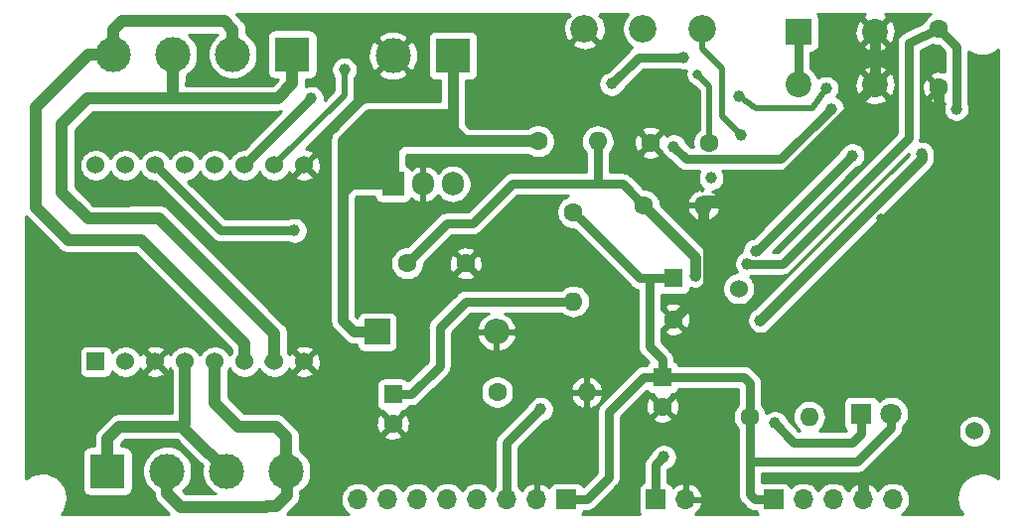
<source format=gbr>
G04 #@! TF.GenerationSoftware,KiCad,Pcbnew,(5.1.0)-1*
G04 #@! TF.CreationDate,2020-06-14T14:54:15-05:00*
G04 #@! TF.ProjectId,ESP32_BridgeH,45535033-325f-4427-9269-646765482e6b,0*
G04 #@! TF.SameCoordinates,Original*
G04 #@! TF.FileFunction,Copper,L2,Bot*
G04 #@! TF.FilePolarity,Positive*
%FSLAX46Y46*%
G04 Gerber Fmt 4.6, Leading zero omitted, Abs format (unit mm)*
G04 Created by KiCad (PCBNEW (5.1.0)-1) date 2020-06-14 14:54:15*
%MOMM*%
%LPD*%
G04 APERTURE LIST*
%ADD10C,0.100000*%
%ADD11C,1.600000*%
%ADD12O,1.700000X1.700000*%
%ADD13R,1.700000X1.700000*%
%ADD14O,1.905000X2.000000*%
%ADD15R,1.905000X2.000000*%
%ADD16C,1.524000*%
%ADD17R,1.524000X1.524000*%
%ADD18O,1.600000X1.600000*%
%ADD19C,3.000000*%
%ADD20R,3.000000X3.000000*%
%ADD21O,2.200000X2.200000*%
%ADD22R,2.200000X2.200000*%
%ADD23C,1.800000*%
%ADD24R,1.800000X1.800000*%
%ADD25R,1.600000X1.600000*%
%ADD26C,2.340000*%
%ADD27C,2.200000*%
%ADD28C,0.800000*%
%ADD29C,1.000000*%
%ADD30C,0.889000*%
%ADD31C,0.762000*%
%ADD32C,0.508000*%
%ADD33C,1.016000*%
%ADD34C,0.254000*%
G04 APERTURE END LIST*
D10*
G36*
X159750000Y-105150000D02*
G01*
X154500000Y-105150000D01*
X154500000Y-103400000D01*
X159300000Y-103250000D01*
X159750000Y-105150000D01*
G37*
X159750000Y-105150000D02*
X154500000Y-105150000D01*
X154500000Y-103400000D01*
X159300000Y-103250000D01*
X159750000Y-105150000D01*
G36*
X154450000Y-103000000D02*
G01*
X154300000Y-108950000D01*
X150300000Y-108950000D01*
X150250000Y-105200000D01*
X152700000Y-102950000D01*
X154450000Y-103000000D01*
G37*
X154450000Y-103000000D02*
X154300000Y-108950000D01*
X150300000Y-108950000D01*
X150250000Y-105200000D01*
X152700000Y-102950000D01*
X154450000Y-103000000D01*
D11*
X176356000Y-105346000D03*
X181356000Y-105346000D03*
D12*
X151384000Y-135763000D03*
X153924000Y-135763000D03*
X156464000Y-135763000D03*
X159004000Y-135763000D03*
X161544000Y-135763000D03*
X164084000Y-135763000D03*
X166624000Y-135763000D03*
D13*
X169164000Y-135763000D03*
D14*
X159475000Y-108866000D03*
X156935000Y-108866000D03*
D15*
X154395000Y-108866000D03*
D16*
X146812000Y-107252000D03*
X146812000Y-124016000D03*
X144272000Y-124016000D03*
X144272000Y-107252000D03*
X141732000Y-124016000D03*
X141732000Y-107252000D03*
X139192000Y-107252000D03*
X139192000Y-124016000D03*
X136652000Y-124016000D03*
X136652000Y-107252000D03*
X134112000Y-124016000D03*
X134112000Y-107252000D03*
X131572000Y-107252000D03*
X129032000Y-107252000D03*
X131572000Y-124016000D03*
D17*
X129032000Y-124016000D03*
D18*
X170878000Y-126619000D03*
D11*
X163258000Y-126619000D03*
X169746000Y-111252000D03*
D18*
X169746000Y-118872000D03*
D12*
X196977000Y-135763000D03*
X194437000Y-135763000D03*
X191897000Y-135763000D03*
X189357000Y-135763000D03*
D13*
X186817000Y-135763000D03*
D12*
X179324000Y-135763000D03*
D13*
X176784000Y-135763000D03*
D19*
X130556000Y-97790000D03*
D20*
X145796000Y-97790000D03*
D19*
X135636000Y-97790000D03*
X140716000Y-97790000D03*
X135128000Y-133350000D03*
X140208000Y-133350000D03*
D20*
X130048000Y-133350000D03*
D19*
X145288000Y-133350000D03*
D21*
X163195000Y-121476000D03*
D22*
X153035000Y-121476000D03*
D23*
X196850000Y-128460000D03*
D24*
X194310000Y-128460000D03*
D25*
X177356000Y-125349000D03*
D11*
X177356000Y-127849000D03*
X178308000Y-120404000D03*
D25*
X178308000Y-116904000D03*
D11*
X154368000Y-129310000D03*
D25*
X154368000Y-126810000D03*
D19*
X154395000Y-97917000D03*
D20*
X159475000Y-97917000D03*
D26*
X170701000Y-95631000D03*
X175701000Y-95631000D03*
X180701000Y-95631000D03*
D11*
X200914000Y-95648000D03*
X200914000Y-100648000D03*
X155575000Y-115634000D03*
X160575000Y-115634000D03*
X184785000Y-128714000D03*
D18*
X189865000Y-128714000D03*
D11*
X166751000Y-105220000D03*
D18*
X171831000Y-105220000D03*
X180848000Y-110680000D03*
D11*
X175768000Y-110680000D03*
D22*
X188976000Y-95885000D03*
D27*
X195476000Y-95885000D03*
X195476000Y-100385000D03*
X188976000Y-100385000D03*
D28*
X198437500Y-114363500D03*
X197231000Y-114363500D03*
X196024500Y-114363500D03*
X198501000Y-111696500D03*
X197167500Y-111760000D03*
X195961000Y-111760000D03*
X198420000Y-113111000D03*
D29*
X184589700Y-115651800D03*
X202410600Y-102442100D03*
X181500000Y-108350000D03*
X184050000Y-104700000D03*
X186940000Y-129275100D03*
X177459300Y-132153400D03*
X178311700Y-105678600D03*
X191774200Y-102435900D03*
X145984800Y-112826000D03*
X185272600Y-114560300D03*
X193531800Y-106421400D03*
X179139700Y-98040300D03*
X147410100Y-101551800D03*
X173027000Y-100316500D03*
X191300000Y-100700000D03*
X183850000Y-101350000D03*
X150250000Y-99100000D03*
D16*
X203950000Y-129950000D03*
D29*
X166949000Y-128076400D03*
D16*
X183850000Y-117800000D03*
D29*
X180139500Y-116661600D03*
X185693200Y-120490600D03*
X199458600Y-106305800D03*
D28*
X180350000Y-99500000D03*
D30*
X180848000Y-110680000D02*
X180848000Y-112124800D01*
X178308000Y-120404000D02*
X181284300Y-117427700D01*
X181284300Y-117427700D02*
X181284300Y-112561100D01*
X181284300Y-112561100D02*
X180848000Y-112124800D01*
X195476000Y-100385000D02*
X185584500Y-110276500D01*
X185584500Y-110276500D02*
X180848000Y-110276500D01*
X180848000Y-110680000D02*
X180848000Y-110276500D01*
X195476000Y-100385000D02*
X195476000Y-95885000D01*
X194437000Y-135763000D02*
X194437000Y-134268200D01*
X194437000Y-134268200D02*
X200914000Y-127791200D01*
X200914000Y-127791200D02*
X200914000Y-100648000D01*
D31*
X188976000Y-95885000D02*
X188976000Y-97566300D01*
X188976000Y-100385000D02*
X188976000Y-97566300D01*
X200914000Y-95648000D02*
X202410600Y-97144600D01*
X202410600Y-97144600D02*
X202410600Y-102442100D01*
X185899200Y-115651800D02*
X184589700Y-115651800D01*
X198310500Y-104902000D02*
X187560700Y-115651800D01*
X187560700Y-115651800D02*
X185899200Y-115651800D01*
X198310500Y-96837500D02*
X198310500Y-104902000D01*
X200914000Y-95648000D02*
X198310500Y-96837500D01*
X155930000Y-126810000D02*
X158350000Y-124390000D01*
X154368000Y-126810000D02*
X155930000Y-126810000D01*
X158350000Y-124390000D02*
X158350000Y-121100000D01*
X160578000Y-118872000D02*
X169746000Y-118872000D01*
X158350000Y-121100000D02*
X160578000Y-118872000D01*
X184785000Y-129845370D02*
X184785000Y-128714000D01*
X185205000Y-135763000D02*
X184785000Y-135343000D01*
X186817000Y-135763000D02*
X185205000Y-135763000D01*
X193935000Y-132565000D02*
X184785000Y-132565000D01*
X196850000Y-129650000D02*
X193935000Y-132565000D01*
X196850000Y-128460000D02*
X196850000Y-129650000D01*
X184785000Y-135343000D02*
X184785000Y-132565000D01*
X184785000Y-132565000D02*
X184785000Y-129845370D01*
X184785000Y-125835000D02*
X184785000Y-128714000D01*
X184300000Y-125350000D02*
X184785000Y-125835000D01*
X178919000Y-125350000D02*
X184300000Y-125350000D01*
X177356000Y-125349000D02*
X178918000Y-125349000D01*
X178918000Y-125349000D02*
X178919000Y-125350000D01*
X170545999Y-112051999D02*
X170551999Y-112051999D01*
X169746000Y-111252000D02*
X170545999Y-112051999D01*
X170551999Y-112051999D02*
X175404000Y-116904000D01*
X177356000Y-125349000D02*
X177356000Y-123856000D01*
X177356000Y-123856000D02*
X176250000Y-122750000D01*
X176250000Y-117000000D02*
X176154000Y-116904000D01*
X176250000Y-122750000D02*
X176250000Y-117000000D01*
X175404000Y-116904000D02*
X176154000Y-116904000D01*
X176154000Y-116904000D02*
X178308000Y-116904000D01*
X177356000Y-125349000D02*
X175751000Y-125349000D01*
X175751000Y-125349000D02*
X172800000Y-128300000D01*
X172800000Y-128300000D02*
X172800000Y-133850000D01*
X170887000Y-135763000D02*
X169164000Y-135763000D01*
X172800000Y-133850000D02*
X170887000Y-135763000D01*
D32*
X180701000Y-97285629D02*
X182400000Y-98984629D01*
X180701000Y-95631000D02*
X180701000Y-97285629D01*
X182400000Y-98984629D02*
X182400000Y-103050000D01*
X182400000Y-103050000D02*
X184050000Y-104700000D01*
D31*
X194310000Y-130122000D02*
X193532000Y-130900000D01*
X194310000Y-128460000D02*
X194310000Y-130122000D01*
X188564900Y-130900000D02*
X186940000Y-129275100D01*
X193532000Y-130900000D02*
X188564900Y-130900000D01*
D30*
X151046000Y-121476000D02*
X150100000Y-120530000D01*
X153035000Y-121476000D02*
X151046000Y-121476000D01*
X150100000Y-120530000D02*
X150100000Y-113700000D01*
X159480000Y-100311000D02*
X159480000Y-102880000D01*
X159475000Y-97917000D02*
X159475000Y-100306000D01*
X159475000Y-100306000D02*
X159480000Y-100311000D01*
X150116000Y-108866000D02*
X150100000Y-108850000D01*
X159480000Y-104180000D02*
X160520000Y-105220000D01*
X152320000Y-102880000D02*
X154430000Y-102880000D01*
X150100000Y-108850000D02*
X150100000Y-105100000D01*
X150100000Y-105100000D02*
X152320000Y-102880000D01*
X154395000Y-102915000D02*
X154430000Y-102880000D01*
X154430000Y-102880000D02*
X159480000Y-102880000D01*
D31*
X154530000Y-103520000D02*
X154395000Y-103655000D01*
X159480000Y-103520000D02*
X154530000Y-103520000D01*
D30*
X154395000Y-103655000D02*
X154395000Y-102915000D01*
X159480000Y-102880000D02*
X159480000Y-103520000D01*
X159480000Y-103520000D02*
X159480000Y-104180000D01*
D31*
X154720000Y-105220000D02*
X154395000Y-105545000D01*
X165020000Y-105220000D02*
X154720000Y-105220000D01*
D30*
X154395000Y-105545000D02*
X154395000Y-103655000D01*
X166751000Y-105220000D02*
X165020000Y-105220000D01*
X165020000Y-105220000D02*
X160520000Y-105220000D01*
D33*
X166751000Y-105220000D02*
X153480000Y-105220000D01*
X154395000Y-106105000D02*
X154395000Y-105905000D01*
D30*
X154395000Y-108866000D02*
X154395000Y-106105000D01*
X154395000Y-106105000D02*
X154395000Y-105545000D01*
D33*
X154395000Y-105905000D02*
X155600000Y-104700000D01*
D30*
X150100000Y-109200000D02*
X150100000Y-108850000D01*
X154395000Y-108866000D02*
X150916000Y-108866000D01*
X150916000Y-108866000D02*
X150116000Y-108866000D01*
D31*
X150916000Y-108866000D02*
X150434000Y-108866000D01*
X150434000Y-108866000D02*
X150100000Y-109200000D01*
X150100000Y-109682000D02*
X150916000Y-108866000D01*
X150100000Y-110950000D02*
X150100000Y-109682000D01*
D30*
X150100000Y-113700000D02*
X150100000Y-110950000D01*
X150100000Y-110950000D02*
X150100000Y-109200000D01*
D33*
X139192000Y-124016000D02*
X139192000Y-127508000D01*
X139192000Y-127508000D02*
X141234000Y-129550000D01*
X141234000Y-129550000D02*
X144400000Y-129550000D01*
X145288000Y-130438000D02*
X145288000Y-133350000D01*
X144400000Y-129550000D02*
X145288000Y-130438000D01*
X135128000Y-133350000D02*
X135128000Y-135272000D01*
X135128000Y-135272000D02*
X136256000Y-136400000D01*
X136256000Y-136400000D02*
X143600000Y-136400000D01*
X143600000Y-136400000D02*
X143650000Y-136350000D01*
X143650000Y-136350000D02*
X144400000Y-136350000D01*
X144400000Y-136350000D02*
X145350000Y-135400000D01*
X145350000Y-133412000D02*
X145288000Y-133350000D01*
X145350000Y-135400000D02*
X145350000Y-133412000D01*
X138708001Y-131850001D02*
X138700001Y-131850001D01*
X140208000Y-133350000D02*
X138708001Y-131850001D01*
X138700001Y-131850001D02*
X136400000Y-129550000D01*
X136400000Y-129550000D02*
X131050000Y-129550000D01*
X130048000Y-130552000D02*
X130048000Y-133350000D01*
X131050000Y-129550000D02*
X130048000Y-130552000D01*
X136652000Y-125093630D02*
X136650000Y-125095630D01*
X136652000Y-124016000D02*
X136652000Y-125093630D01*
X136650000Y-129300000D02*
X136400000Y-129550000D01*
X136650000Y-125095630D02*
X136650000Y-129300000D01*
X141732000Y-122482000D02*
X141732000Y-124016000D01*
X128434680Y-97790000D02*
X123950000Y-102274680D01*
X130556000Y-97790000D02*
X128434680Y-97790000D01*
X123950000Y-102274680D02*
X123950000Y-110900000D01*
X123950000Y-110900000D02*
X126700000Y-113650000D01*
X126700000Y-113650000D02*
X132900000Y-113650000D01*
X132900000Y-113650000D02*
X141732000Y-122482000D01*
X140716000Y-95668680D02*
X140716000Y-97790000D01*
X139997320Y-94950000D02*
X140716000Y-95668680D01*
X131274680Y-94950000D02*
X139997320Y-94950000D01*
X130556000Y-95668680D02*
X131274680Y-94950000D01*
X130556000Y-97790000D02*
X130556000Y-95668680D01*
D31*
X144272000Y-124016000D02*
X143772000Y-124016000D01*
D33*
X128350000Y-101550000D02*
X126150000Y-103750000D01*
X126150000Y-103750000D02*
X126150000Y-109550000D01*
X126150000Y-109550000D02*
X128400000Y-111800000D01*
X132056000Y-111800000D02*
X132106000Y-111750000D01*
X128400000Y-111800000D02*
X132056000Y-111800000D01*
X132106000Y-111750000D02*
X134450000Y-111750000D01*
X144272000Y-121572000D02*
X144272000Y-124016000D01*
X134450000Y-111750000D02*
X144272000Y-121572000D01*
X132350000Y-101550000D02*
X128350000Y-101550000D01*
X145796000Y-100306000D02*
X145796000Y-97790000D01*
X144552000Y-101550000D02*
X145796000Y-100306000D01*
X135600000Y-99947320D02*
X135600000Y-101550000D01*
X135636000Y-99911320D02*
X135600000Y-99947320D01*
X135636000Y-97790000D02*
X135636000Y-99911320D01*
X132350000Y-101550000D02*
X135600000Y-101550000D01*
X135600000Y-101550000D02*
X144552000Y-101550000D01*
D31*
X176784000Y-135763000D02*
X176784000Y-132828700D01*
X176784000Y-132828700D02*
X177459300Y-132153400D01*
X178311700Y-105678600D02*
X179380800Y-106747700D01*
X187462400Y-106747700D02*
X191774200Y-102435900D01*
X179380800Y-106747700D02*
X187462400Y-106747700D01*
X134112000Y-107252000D02*
X139686000Y-112826000D01*
X139686000Y-112826000D02*
X145984800Y-112826000D01*
X193531800Y-106421400D02*
X185392900Y-114560300D01*
X185392900Y-114560300D02*
X185272600Y-114560300D01*
X147410100Y-101551800D02*
X141732000Y-107229900D01*
X141732000Y-107229900D02*
X141732000Y-107252000D01*
X179139700Y-98040300D02*
X175303200Y-98040300D01*
X175303200Y-98040300D02*
X173027000Y-100316500D01*
D32*
X185300000Y-102400000D02*
X183850000Y-101350000D01*
X191300000Y-100700000D02*
X190100000Y-102400000D01*
X190100000Y-102400000D02*
X185300000Y-102400000D01*
X150250000Y-99100000D02*
X150250000Y-101274000D01*
X150250000Y-101274000D02*
X144272000Y-107252000D01*
D31*
X164084000Y-135763000D02*
X164084000Y-130941400D01*
X164084000Y-130941400D02*
X166949000Y-128076400D01*
D30*
X185693200Y-120490600D02*
X199458600Y-106725200D01*
X199458600Y-106725200D02*
X199458600Y-106305800D01*
X180139500Y-116661600D02*
X180139500Y-115051500D01*
X180139500Y-115051500D02*
X175768000Y-110680000D01*
D31*
X158959000Y-112250000D02*
X155575000Y-115634000D01*
X165988000Y-108862000D02*
X165976000Y-108850000D01*
X165976000Y-108850000D02*
X164550000Y-108850000D01*
X175768000Y-110680000D02*
X173950000Y-108862000D01*
X164550000Y-108850000D02*
X161150000Y-112250000D01*
X161150000Y-112250000D02*
X158959000Y-112250000D01*
X171831000Y-106351370D02*
X171850000Y-106370370D01*
X171831000Y-105220000D02*
X171831000Y-106351370D01*
X171850000Y-108700000D02*
X172012000Y-108862000D01*
X171850000Y-106370370D02*
X171850000Y-108700000D01*
X173950000Y-108862000D02*
X172012000Y-108862000D01*
X172012000Y-108862000D02*
X165988000Y-108862000D01*
D32*
X181356000Y-105346000D02*
X181356000Y-100506000D01*
X181356000Y-100506000D02*
X180350000Y-99500000D01*
D34*
G36*
X123137868Y-111712133D02*
G01*
X123181478Y-111747923D01*
X125852081Y-114418528D01*
X125887867Y-114462133D01*
X125931471Y-114497918D01*
X125931477Y-114497924D01*
X126042117Y-114588723D01*
X126061911Y-114604968D01*
X126260477Y-114711103D01*
X126410574Y-114756635D01*
X126475932Y-114776461D01*
X126498600Y-114778694D01*
X126643854Y-114793000D01*
X126643860Y-114793000D01*
X126699999Y-114798529D01*
X126756138Y-114793000D01*
X132426555Y-114793000D01*
X140589000Y-122955446D01*
X140589000Y-123212088D01*
X140493995Y-123354273D01*
X140462000Y-123431515D01*
X140430005Y-123354273D01*
X140277120Y-123125465D01*
X140082535Y-122930880D01*
X139853727Y-122777995D01*
X139599490Y-122672686D01*
X139329592Y-122619000D01*
X139054408Y-122619000D01*
X138784510Y-122672686D01*
X138530273Y-122777995D01*
X138301465Y-122930880D01*
X138106880Y-123125465D01*
X137953995Y-123354273D01*
X137922000Y-123431515D01*
X137890005Y-123354273D01*
X137737120Y-123125465D01*
X137542535Y-122930880D01*
X137313727Y-122777995D01*
X137059490Y-122672686D01*
X136789592Y-122619000D01*
X136514408Y-122619000D01*
X136244510Y-122672686D01*
X135990273Y-122777995D01*
X135761465Y-122930880D01*
X135566880Y-123125465D01*
X135413995Y-123354273D01*
X135384308Y-123425943D01*
X135379636Y-123412977D01*
X135317656Y-123297020D01*
X135077565Y-123230040D01*
X134291605Y-124016000D01*
X135077565Y-124801960D01*
X135317656Y-124734980D01*
X135381485Y-124599240D01*
X135413995Y-124677727D01*
X135509000Y-124819912D01*
X135509000Y-125019179D01*
X135507000Y-125039485D01*
X135507000Y-125039491D01*
X135501471Y-125095630D01*
X135507000Y-125151769D01*
X135507001Y-128407000D01*
X131106139Y-128407000D01*
X131050000Y-128401471D01*
X130993861Y-128407000D01*
X130993854Y-128407000D01*
X130846517Y-128421512D01*
X130825932Y-128423539D01*
X130760574Y-128443365D01*
X130610477Y-128488897D01*
X130411911Y-128595032D01*
X130301531Y-128685619D01*
X130291675Y-128693708D01*
X130237867Y-128737867D01*
X130202077Y-128781477D01*
X129279482Y-129704073D01*
X129235867Y-129739867D01*
X129093032Y-129913912D01*
X128986897Y-130112478D01*
X128955231Y-130216866D01*
X128923591Y-130321171D01*
X128921539Y-130327934D01*
X128905000Y-130495855D01*
X128905000Y-130495861D01*
X128899471Y-130552000D01*
X128905000Y-130608139D01*
X128905000Y-131211928D01*
X128548000Y-131211928D01*
X128423518Y-131224188D01*
X128303820Y-131260498D01*
X128193506Y-131319463D01*
X128096815Y-131398815D01*
X128017463Y-131495506D01*
X127958498Y-131605820D01*
X127922188Y-131725518D01*
X127909928Y-131850000D01*
X127909928Y-134850000D01*
X127922188Y-134974482D01*
X127958498Y-135094180D01*
X128017463Y-135204494D01*
X128096815Y-135301185D01*
X128193506Y-135380537D01*
X128303820Y-135439502D01*
X128423518Y-135475812D01*
X128548000Y-135488072D01*
X131548000Y-135488072D01*
X131672482Y-135475812D01*
X131792180Y-135439502D01*
X131902494Y-135380537D01*
X131999185Y-135301185D01*
X132078537Y-135204494D01*
X132137502Y-135094180D01*
X132173812Y-134974482D01*
X132186072Y-134850000D01*
X132186072Y-131850000D01*
X132173812Y-131725518D01*
X132137502Y-131605820D01*
X132078537Y-131495506D01*
X131999185Y-131398815D01*
X131902494Y-131319463D01*
X131792180Y-131260498D01*
X131672482Y-131224188D01*
X131548000Y-131211928D01*
X131191000Y-131211928D01*
X131191000Y-131025445D01*
X131523446Y-130693000D01*
X135926555Y-130693000D01*
X137852076Y-132618522D01*
X137887868Y-132662134D01*
X137976097Y-132734542D01*
X138124146Y-132882592D01*
X138073000Y-133139721D01*
X138073000Y-133560279D01*
X138155047Y-133972756D01*
X138315988Y-134361302D01*
X138549637Y-134710983D01*
X138847017Y-135008363D01*
X139196698Y-135242012D01*
X139232882Y-135257000D01*
X136729446Y-135257000D01*
X136484083Y-135011637D01*
X136488983Y-135008363D01*
X136786363Y-134710983D01*
X137020012Y-134361302D01*
X137180953Y-133972756D01*
X137263000Y-133560279D01*
X137263000Y-133139721D01*
X137180953Y-132727244D01*
X137020012Y-132338698D01*
X136786363Y-131989017D01*
X136488983Y-131691637D01*
X136139302Y-131457988D01*
X135750756Y-131297047D01*
X135338279Y-131215000D01*
X134917721Y-131215000D01*
X134505244Y-131297047D01*
X134116698Y-131457988D01*
X133767017Y-131691637D01*
X133469637Y-131989017D01*
X133235988Y-132338698D01*
X133075047Y-132727244D01*
X132993000Y-133139721D01*
X132993000Y-133560279D01*
X133075047Y-133972756D01*
X133235988Y-134361302D01*
X133469637Y-134710983D01*
X133767017Y-135008363D01*
X133985001Y-135154015D01*
X133985001Y-135215852D01*
X133979471Y-135272000D01*
X134001539Y-135496067D01*
X134053141Y-135666173D01*
X134066898Y-135711523D01*
X134173033Y-135910089D01*
X134196147Y-135938253D01*
X134278080Y-136038088D01*
X134315868Y-136084133D01*
X134359478Y-136119923D01*
X135247554Y-137008000D01*
X126116381Y-137008000D01*
X126259994Y-136831913D01*
X126458001Y-136459517D01*
X126579905Y-136055752D01*
X126621062Y-135636000D01*
X126620219Y-135575660D01*
X126567358Y-135157220D01*
X126434228Y-134757017D01*
X126225901Y-134390294D01*
X125950311Y-134071020D01*
X125617955Y-133811355D01*
X125241493Y-133621190D01*
X124835264Y-133507769D01*
X124414742Y-133475412D01*
X123995944Y-133525351D01*
X123594821Y-133655683D01*
X123226653Y-133861446D01*
X123088000Y-133979449D01*
X123088000Y-123254000D01*
X127631928Y-123254000D01*
X127631928Y-124778000D01*
X127644188Y-124902482D01*
X127680498Y-125022180D01*
X127739463Y-125132494D01*
X127818815Y-125229185D01*
X127915506Y-125308537D01*
X128025820Y-125367502D01*
X128145518Y-125403812D01*
X128270000Y-125416072D01*
X129794000Y-125416072D01*
X129918482Y-125403812D01*
X130038180Y-125367502D01*
X130148494Y-125308537D01*
X130245185Y-125229185D01*
X130324537Y-125132494D01*
X130383502Y-125022180D01*
X130419812Y-124902482D01*
X130428080Y-124818535D01*
X130486880Y-124906535D01*
X130681465Y-125101120D01*
X130910273Y-125254005D01*
X131164510Y-125359314D01*
X131434408Y-125413000D01*
X131709592Y-125413000D01*
X131979490Y-125359314D01*
X132233727Y-125254005D01*
X132462535Y-125101120D01*
X132582090Y-124981565D01*
X133326040Y-124981565D01*
X133393020Y-125221656D01*
X133642048Y-125338756D01*
X133909135Y-125405023D01*
X134184017Y-125417910D01*
X134456133Y-125376922D01*
X134715023Y-125283636D01*
X134830980Y-125221656D01*
X134897960Y-124981565D01*
X134112000Y-124195605D01*
X133326040Y-124981565D01*
X132582090Y-124981565D01*
X132657120Y-124906535D01*
X132810005Y-124677727D01*
X132839692Y-124606057D01*
X132844364Y-124619023D01*
X132906344Y-124734980D01*
X133146435Y-124801960D01*
X133932395Y-124016000D01*
X133146435Y-123230040D01*
X132906344Y-123297020D01*
X132842515Y-123432760D01*
X132810005Y-123354273D01*
X132657120Y-123125465D01*
X132582090Y-123050435D01*
X133326040Y-123050435D01*
X134112000Y-123836395D01*
X134897960Y-123050435D01*
X134830980Y-122810344D01*
X134581952Y-122693244D01*
X134314865Y-122626977D01*
X134039983Y-122614090D01*
X133767867Y-122655078D01*
X133508977Y-122748364D01*
X133393020Y-122810344D01*
X133326040Y-123050435D01*
X132582090Y-123050435D01*
X132462535Y-122930880D01*
X132233727Y-122777995D01*
X131979490Y-122672686D01*
X131709592Y-122619000D01*
X131434408Y-122619000D01*
X131164510Y-122672686D01*
X130910273Y-122777995D01*
X130681465Y-122930880D01*
X130486880Y-123125465D01*
X130428080Y-123213465D01*
X130419812Y-123129518D01*
X130383502Y-123009820D01*
X130324537Y-122899506D01*
X130245185Y-122802815D01*
X130148494Y-122723463D01*
X130038180Y-122664498D01*
X129918482Y-122628188D01*
X129794000Y-122615928D01*
X128270000Y-122615928D01*
X128145518Y-122628188D01*
X128025820Y-122664498D01*
X127915506Y-122723463D01*
X127818815Y-122802815D01*
X127739463Y-122899506D01*
X127680498Y-123009820D01*
X127644188Y-123129518D01*
X127631928Y-123254000D01*
X123088000Y-123254000D01*
X123088000Y-111651369D01*
X123137868Y-111712133D01*
X123137868Y-111712133D01*
G37*
X123137868Y-111712133D02*
X123181478Y-111747923D01*
X125852081Y-114418528D01*
X125887867Y-114462133D01*
X125931471Y-114497918D01*
X125931477Y-114497924D01*
X126042117Y-114588723D01*
X126061911Y-114604968D01*
X126260477Y-114711103D01*
X126410574Y-114756635D01*
X126475932Y-114776461D01*
X126498600Y-114778694D01*
X126643854Y-114793000D01*
X126643860Y-114793000D01*
X126699999Y-114798529D01*
X126756138Y-114793000D01*
X132426555Y-114793000D01*
X140589000Y-122955446D01*
X140589000Y-123212088D01*
X140493995Y-123354273D01*
X140462000Y-123431515D01*
X140430005Y-123354273D01*
X140277120Y-123125465D01*
X140082535Y-122930880D01*
X139853727Y-122777995D01*
X139599490Y-122672686D01*
X139329592Y-122619000D01*
X139054408Y-122619000D01*
X138784510Y-122672686D01*
X138530273Y-122777995D01*
X138301465Y-122930880D01*
X138106880Y-123125465D01*
X137953995Y-123354273D01*
X137922000Y-123431515D01*
X137890005Y-123354273D01*
X137737120Y-123125465D01*
X137542535Y-122930880D01*
X137313727Y-122777995D01*
X137059490Y-122672686D01*
X136789592Y-122619000D01*
X136514408Y-122619000D01*
X136244510Y-122672686D01*
X135990273Y-122777995D01*
X135761465Y-122930880D01*
X135566880Y-123125465D01*
X135413995Y-123354273D01*
X135384308Y-123425943D01*
X135379636Y-123412977D01*
X135317656Y-123297020D01*
X135077565Y-123230040D01*
X134291605Y-124016000D01*
X135077565Y-124801960D01*
X135317656Y-124734980D01*
X135381485Y-124599240D01*
X135413995Y-124677727D01*
X135509000Y-124819912D01*
X135509000Y-125019179D01*
X135507000Y-125039485D01*
X135507000Y-125039491D01*
X135501471Y-125095630D01*
X135507000Y-125151769D01*
X135507001Y-128407000D01*
X131106139Y-128407000D01*
X131050000Y-128401471D01*
X130993861Y-128407000D01*
X130993854Y-128407000D01*
X130846517Y-128421512D01*
X130825932Y-128423539D01*
X130760574Y-128443365D01*
X130610477Y-128488897D01*
X130411911Y-128595032D01*
X130301531Y-128685619D01*
X130291675Y-128693708D01*
X130237867Y-128737867D01*
X130202077Y-128781477D01*
X129279482Y-129704073D01*
X129235867Y-129739867D01*
X129093032Y-129913912D01*
X128986897Y-130112478D01*
X128955231Y-130216866D01*
X128923591Y-130321171D01*
X128921539Y-130327934D01*
X128905000Y-130495855D01*
X128905000Y-130495861D01*
X128899471Y-130552000D01*
X128905000Y-130608139D01*
X128905000Y-131211928D01*
X128548000Y-131211928D01*
X128423518Y-131224188D01*
X128303820Y-131260498D01*
X128193506Y-131319463D01*
X128096815Y-131398815D01*
X128017463Y-131495506D01*
X127958498Y-131605820D01*
X127922188Y-131725518D01*
X127909928Y-131850000D01*
X127909928Y-134850000D01*
X127922188Y-134974482D01*
X127958498Y-135094180D01*
X128017463Y-135204494D01*
X128096815Y-135301185D01*
X128193506Y-135380537D01*
X128303820Y-135439502D01*
X128423518Y-135475812D01*
X128548000Y-135488072D01*
X131548000Y-135488072D01*
X131672482Y-135475812D01*
X131792180Y-135439502D01*
X131902494Y-135380537D01*
X131999185Y-135301185D01*
X132078537Y-135204494D01*
X132137502Y-135094180D01*
X132173812Y-134974482D01*
X132186072Y-134850000D01*
X132186072Y-131850000D01*
X132173812Y-131725518D01*
X132137502Y-131605820D01*
X132078537Y-131495506D01*
X131999185Y-131398815D01*
X131902494Y-131319463D01*
X131792180Y-131260498D01*
X131672482Y-131224188D01*
X131548000Y-131211928D01*
X131191000Y-131211928D01*
X131191000Y-131025445D01*
X131523446Y-130693000D01*
X135926555Y-130693000D01*
X137852076Y-132618522D01*
X137887868Y-132662134D01*
X137976097Y-132734542D01*
X138124146Y-132882592D01*
X138073000Y-133139721D01*
X138073000Y-133560279D01*
X138155047Y-133972756D01*
X138315988Y-134361302D01*
X138549637Y-134710983D01*
X138847017Y-135008363D01*
X139196698Y-135242012D01*
X139232882Y-135257000D01*
X136729446Y-135257000D01*
X136484083Y-135011637D01*
X136488983Y-135008363D01*
X136786363Y-134710983D01*
X137020012Y-134361302D01*
X137180953Y-133972756D01*
X137263000Y-133560279D01*
X137263000Y-133139721D01*
X137180953Y-132727244D01*
X137020012Y-132338698D01*
X136786363Y-131989017D01*
X136488983Y-131691637D01*
X136139302Y-131457988D01*
X135750756Y-131297047D01*
X135338279Y-131215000D01*
X134917721Y-131215000D01*
X134505244Y-131297047D01*
X134116698Y-131457988D01*
X133767017Y-131691637D01*
X133469637Y-131989017D01*
X133235988Y-132338698D01*
X133075047Y-132727244D01*
X132993000Y-133139721D01*
X132993000Y-133560279D01*
X133075047Y-133972756D01*
X133235988Y-134361302D01*
X133469637Y-134710983D01*
X133767017Y-135008363D01*
X133985001Y-135154015D01*
X133985001Y-135215852D01*
X133979471Y-135272000D01*
X134001539Y-135496067D01*
X134053141Y-135666173D01*
X134066898Y-135711523D01*
X134173033Y-135910089D01*
X134196147Y-135938253D01*
X134278080Y-136038088D01*
X134315868Y-136084133D01*
X134359478Y-136119923D01*
X135247554Y-137008000D01*
X126116381Y-137008000D01*
X126259994Y-136831913D01*
X126458001Y-136459517D01*
X126579905Y-136055752D01*
X126621062Y-135636000D01*
X126620219Y-135575660D01*
X126567358Y-135157220D01*
X126434228Y-134757017D01*
X126225901Y-134390294D01*
X125950311Y-134071020D01*
X125617955Y-133811355D01*
X125241493Y-133621190D01*
X124835264Y-133507769D01*
X124414742Y-133475412D01*
X123995944Y-133525351D01*
X123594821Y-133655683D01*
X123226653Y-133861446D01*
X123088000Y-133979449D01*
X123088000Y-123254000D01*
X127631928Y-123254000D01*
X127631928Y-124778000D01*
X127644188Y-124902482D01*
X127680498Y-125022180D01*
X127739463Y-125132494D01*
X127818815Y-125229185D01*
X127915506Y-125308537D01*
X128025820Y-125367502D01*
X128145518Y-125403812D01*
X128270000Y-125416072D01*
X129794000Y-125416072D01*
X129918482Y-125403812D01*
X130038180Y-125367502D01*
X130148494Y-125308537D01*
X130245185Y-125229185D01*
X130324537Y-125132494D01*
X130383502Y-125022180D01*
X130419812Y-124902482D01*
X130428080Y-124818535D01*
X130486880Y-124906535D01*
X130681465Y-125101120D01*
X130910273Y-125254005D01*
X131164510Y-125359314D01*
X131434408Y-125413000D01*
X131709592Y-125413000D01*
X131979490Y-125359314D01*
X132233727Y-125254005D01*
X132462535Y-125101120D01*
X132582090Y-124981565D01*
X133326040Y-124981565D01*
X133393020Y-125221656D01*
X133642048Y-125338756D01*
X133909135Y-125405023D01*
X134184017Y-125417910D01*
X134456133Y-125376922D01*
X134715023Y-125283636D01*
X134830980Y-125221656D01*
X134897960Y-124981565D01*
X134112000Y-124195605D01*
X133326040Y-124981565D01*
X132582090Y-124981565D01*
X132657120Y-124906535D01*
X132810005Y-124677727D01*
X132839692Y-124606057D01*
X132844364Y-124619023D01*
X132906344Y-124734980D01*
X133146435Y-124801960D01*
X133932395Y-124016000D01*
X133146435Y-123230040D01*
X132906344Y-123297020D01*
X132842515Y-123432760D01*
X132810005Y-123354273D01*
X132657120Y-123125465D01*
X132582090Y-123050435D01*
X133326040Y-123050435D01*
X134112000Y-123836395D01*
X134897960Y-123050435D01*
X134830980Y-122810344D01*
X134581952Y-122693244D01*
X134314865Y-122626977D01*
X134039983Y-122614090D01*
X133767867Y-122655078D01*
X133508977Y-122748364D01*
X133393020Y-122810344D01*
X133326040Y-123050435D01*
X132582090Y-123050435D01*
X132462535Y-122930880D01*
X132233727Y-122777995D01*
X131979490Y-122672686D01*
X131709592Y-122619000D01*
X131434408Y-122619000D01*
X131164510Y-122672686D01*
X130910273Y-122777995D01*
X130681465Y-122930880D01*
X130486880Y-123125465D01*
X130428080Y-123213465D01*
X130419812Y-123129518D01*
X130383502Y-123009820D01*
X130324537Y-122899506D01*
X130245185Y-122802815D01*
X130148494Y-122723463D01*
X130038180Y-122664498D01*
X129918482Y-122628188D01*
X129794000Y-122615928D01*
X128270000Y-122615928D01*
X128145518Y-122628188D01*
X128025820Y-122664498D01*
X127915506Y-122723463D01*
X127818815Y-122802815D01*
X127739463Y-122899506D01*
X127680498Y-123009820D01*
X127644188Y-123129518D01*
X127631928Y-123254000D01*
X123088000Y-123254000D01*
X123088000Y-111651369D01*
X123137868Y-111712133D01*
G36*
X169329127Y-94438735D02*
G01*
X169444396Y-94554004D01*
X169162611Y-94670275D01*
X169004743Y-94988860D01*
X168912062Y-95332122D01*
X168888127Y-95686869D01*
X168933861Y-96039470D01*
X169047505Y-96376373D01*
X169162611Y-96591725D01*
X169444398Y-96707997D01*
X170521395Y-95631000D01*
X170507253Y-95616858D01*
X170686858Y-95437253D01*
X170701000Y-95451395D01*
X170715143Y-95437253D01*
X170894748Y-95616858D01*
X170880605Y-95631000D01*
X171957602Y-96707997D01*
X172239389Y-96591725D01*
X172397257Y-96273140D01*
X172489938Y-95929878D01*
X172513873Y-95575131D01*
X172468139Y-95222530D01*
X172354495Y-94885627D01*
X172239389Y-94670275D01*
X171957604Y-94554004D01*
X172072873Y-94438735D01*
X172020138Y-94386000D01*
X174393344Y-94386000D01*
X174298965Y-94480379D01*
X174101429Y-94776012D01*
X173965365Y-95104501D01*
X173896000Y-95453223D01*
X173896000Y-95808777D01*
X173965365Y-96157499D01*
X174101429Y-96485988D01*
X174298965Y-96781621D01*
X174550379Y-97033035D01*
X174764588Y-97176165D01*
X174736010Y-97191440D01*
X174581304Y-97318404D01*
X174549492Y-97357167D01*
X172671367Y-99235292D01*
X172489376Y-99310676D01*
X172303480Y-99434888D01*
X172145388Y-99592980D01*
X172021176Y-99778876D01*
X171935617Y-99985433D01*
X171892000Y-100204712D01*
X171892000Y-100428288D01*
X171935617Y-100647567D01*
X172021176Y-100854124D01*
X172145388Y-101040020D01*
X172303480Y-101198112D01*
X172489376Y-101322324D01*
X172695933Y-101407883D01*
X172915212Y-101451500D01*
X173138788Y-101451500D01*
X173358067Y-101407883D01*
X173564624Y-101322324D01*
X173750520Y-101198112D01*
X173908612Y-101040020D01*
X174032824Y-100854124D01*
X174108208Y-100672133D01*
X175724041Y-99056300D01*
X178626643Y-99056300D01*
X178808633Y-99131683D01*
X179027912Y-99175300D01*
X179251488Y-99175300D01*
X179374341Y-99150863D01*
X179354774Y-99198102D01*
X179315000Y-99398061D01*
X179315000Y-99601939D01*
X179354774Y-99801898D01*
X179432795Y-99990256D01*
X179546063Y-100159774D01*
X179690226Y-100303937D01*
X179859744Y-100417205D01*
X180048102Y-100495226D01*
X180097895Y-100505130D01*
X180467001Y-100874237D01*
X180467000Y-104214151D01*
X180441241Y-104231363D01*
X180241363Y-104431241D01*
X180084320Y-104666273D01*
X179976147Y-104927426D01*
X179921000Y-105204665D01*
X179921000Y-105487335D01*
X179969608Y-105731700D01*
X179801641Y-105731700D01*
X179392907Y-105322967D01*
X179317524Y-105140976D01*
X179193312Y-104955080D01*
X179035220Y-104796988D01*
X178849324Y-104672776D01*
X178642767Y-104587217D01*
X178423488Y-104543600D01*
X178199912Y-104543600D01*
X177980633Y-104587217D01*
X177774076Y-104672776D01*
X177665248Y-104745493D01*
X177659603Y-104729708D01*
X177592671Y-104604486D01*
X177348702Y-104532903D01*
X176535605Y-105346000D01*
X177235198Y-106045593D01*
X177305876Y-106216224D01*
X177430088Y-106402120D01*
X177588180Y-106560212D01*
X177774076Y-106684424D01*
X177956067Y-106759807D01*
X178627092Y-107430833D01*
X178658904Y-107469596D01*
X178813610Y-107596560D01*
X178931345Y-107659490D01*
X178990113Y-107690902D01*
X179181629Y-107748998D01*
X179380800Y-107768615D01*
X179430702Y-107763700D01*
X180526700Y-107763700D01*
X180494176Y-107812376D01*
X180408617Y-108018933D01*
X180365000Y-108238212D01*
X180365000Y-108461788D01*
X180408617Y-108681067D01*
X180494176Y-108887624D01*
X180618388Y-109073520D01*
X180776480Y-109231612D01*
X180796517Y-109245000D01*
X180720998Y-109245000D01*
X180720998Y-109409375D01*
X180498960Y-109288091D01*
X180234119Y-109382930D01*
X179992869Y-109527615D01*
X179784481Y-109716586D01*
X179616963Y-109942580D01*
X179496754Y-110196913D01*
X179456096Y-110330961D01*
X179578085Y-110553000D01*
X180721000Y-110553000D01*
X180721000Y-110533000D01*
X180975000Y-110533000D01*
X180975000Y-110553000D01*
X182117915Y-110553000D01*
X182239904Y-110330961D01*
X182199246Y-110196913D01*
X182079037Y-109942580D01*
X181911519Y-109716586D01*
X181703131Y-109527615D01*
X181627022Y-109481970D01*
X181831067Y-109441383D01*
X182037624Y-109355824D01*
X182223520Y-109231612D01*
X182381612Y-109073520D01*
X182505824Y-108887624D01*
X182591383Y-108681067D01*
X182635000Y-108461788D01*
X182635000Y-108238212D01*
X182591383Y-108018933D01*
X182505824Y-107812376D01*
X182473300Y-107763700D01*
X187412498Y-107763700D01*
X187462400Y-107768615D01*
X187512302Y-107763700D01*
X187661571Y-107748998D01*
X187853087Y-107690902D01*
X188029590Y-107596560D01*
X188184296Y-107469596D01*
X188216112Y-107430828D01*
X192129834Y-103517107D01*
X192311824Y-103441724D01*
X192497720Y-103317512D01*
X192655812Y-103159420D01*
X192780024Y-102973524D01*
X192865583Y-102766967D01*
X192909200Y-102547688D01*
X192909200Y-102324112D01*
X192865583Y-102104833D01*
X192780024Y-101898276D01*
X192655812Y-101712380D01*
X192535144Y-101591712D01*
X194448893Y-101591712D01*
X194556726Y-101866338D01*
X194863384Y-102017216D01*
X195193585Y-102105369D01*
X195534639Y-102127409D01*
X195873439Y-102082489D01*
X196196966Y-101972336D01*
X196395274Y-101866338D01*
X196503107Y-101591712D01*
X195476000Y-100564605D01*
X194448893Y-101591712D01*
X192535144Y-101591712D01*
X192497720Y-101554288D01*
X192311824Y-101430076D01*
X192206408Y-101386411D01*
X192305824Y-101237624D01*
X192391383Y-101031067D01*
X192435000Y-100811788D01*
X192435000Y-100588212D01*
X192406243Y-100443639D01*
X193733591Y-100443639D01*
X193778511Y-100782439D01*
X193888664Y-101105966D01*
X193994662Y-101304274D01*
X194269288Y-101412107D01*
X195296395Y-100385000D01*
X195655605Y-100385000D01*
X196682712Y-101412107D01*
X196957338Y-101304274D01*
X197108216Y-100997616D01*
X197196369Y-100667415D01*
X197218409Y-100326361D01*
X197173489Y-99987561D01*
X197063336Y-99664034D01*
X196957338Y-99465726D01*
X196682712Y-99357893D01*
X195655605Y-100385000D01*
X195296395Y-100385000D01*
X194269288Y-99357893D01*
X193994662Y-99465726D01*
X193843784Y-99772384D01*
X193755631Y-100102585D01*
X193733591Y-100443639D01*
X192406243Y-100443639D01*
X192391383Y-100368933D01*
X192305824Y-100162376D01*
X192181612Y-99976480D01*
X192023520Y-99818388D01*
X191837624Y-99694176D01*
X191631067Y-99608617D01*
X191411788Y-99565000D01*
X191188212Y-99565000D01*
X190968933Y-99608617D01*
X190762376Y-99694176D01*
X190609980Y-99796004D01*
X190513537Y-99563169D01*
X190323663Y-99279002D01*
X190222949Y-99178288D01*
X194448893Y-99178288D01*
X195476000Y-100205395D01*
X196503107Y-99178288D01*
X196395274Y-98903662D01*
X196088616Y-98752784D01*
X195758415Y-98664631D01*
X195417361Y-98642591D01*
X195078561Y-98687511D01*
X194755034Y-98797664D01*
X194556726Y-98903662D01*
X194448893Y-99178288D01*
X190222949Y-99178288D01*
X190081998Y-99037337D01*
X189992000Y-98977202D01*
X189992000Y-97623072D01*
X190076000Y-97623072D01*
X190200482Y-97610812D01*
X190320180Y-97574502D01*
X190430494Y-97515537D01*
X190527185Y-97436185D01*
X190606537Y-97339494D01*
X190665502Y-97229180D01*
X190701812Y-97109482D01*
X190703562Y-97091712D01*
X194448893Y-97091712D01*
X194556726Y-97366338D01*
X194863384Y-97517216D01*
X195193585Y-97605369D01*
X195534639Y-97627409D01*
X195873439Y-97582489D01*
X196196966Y-97472336D01*
X196395274Y-97366338D01*
X196503107Y-97091712D01*
X195476000Y-96064605D01*
X194448893Y-97091712D01*
X190703562Y-97091712D01*
X190714072Y-96985000D01*
X190714072Y-95943639D01*
X193733591Y-95943639D01*
X193778511Y-96282439D01*
X193888664Y-96605966D01*
X193994662Y-96804274D01*
X194269288Y-96912107D01*
X195296395Y-95885000D01*
X195655605Y-95885000D01*
X196682712Y-96912107D01*
X196957338Y-96804274D01*
X197108216Y-96497616D01*
X197196369Y-96167415D01*
X197218409Y-95826361D01*
X197173489Y-95487561D01*
X197063336Y-95164034D01*
X196957338Y-94965726D01*
X196682712Y-94857893D01*
X195655605Y-95885000D01*
X195296395Y-95885000D01*
X194269288Y-94857893D01*
X193994662Y-94965726D01*
X193843784Y-95272384D01*
X193755631Y-95602585D01*
X193733591Y-95943639D01*
X190714072Y-95943639D01*
X190714072Y-94785000D01*
X190701812Y-94660518D01*
X190665502Y-94540820D01*
X190606537Y-94430506D01*
X190570012Y-94386000D01*
X194589769Y-94386000D01*
X194556726Y-94403662D01*
X194448893Y-94678288D01*
X195476000Y-95705395D01*
X196503107Y-94678288D01*
X196395274Y-94403662D01*
X196359376Y-94386000D01*
X200219786Y-94386000D01*
X199999241Y-94533363D01*
X199799363Y-94733241D01*
X199642320Y-94968273D01*
X199568894Y-95145540D01*
X197950309Y-95885047D01*
X197919813Y-95894298D01*
X197859492Y-95926540D01*
X197842897Y-95934122D01*
X197815512Y-95950047D01*
X197743310Y-95988640D01*
X197729108Y-96000295D01*
X197713237Y-96009525D01*
X197651900Y-96063659D01*
X197588604Y-96115604D01*
X197576946Y-96129809D01*
X197563184Y-96141955D01*
X197513583Y-96207018D01*
X197461640Y-96270310D01*
X197452982Y-96286509D01*
X197441848Y-96301113D01*
X197405876Y-96374639D01*
X197367298Y-96446814D01*
X197361968Y-96464386D01*
X197353895Y-96480886D01*
X197332958Y-96560018D01*
X197309202Y-96638330D01*
X197307402Y-96656606D01*
X197302704Y-96674362D01*
X197297609Y-96756034D01*
X197294500Y-96787599D01*
X197294500Y-96805869D01*
X197290243Y-96874107D01*
X197294500Y-96905677D01*
X197294501Y-104481158D01*
X187139860Y-114635800D01*
X186754240Y-114635800D01*
X193887434Y-107502607D01*
X194069424Y-107427224D01*
X194255320Y-107303012D01*
X194413412Y-107144920D01*
X194537624Y-106959024D01*
X194623183Y-106752467D01*
X194666800Y-106533188D01*
X194666800Y-106309612D01*
X194623183Y-106090333D01*
X194537624Y-105883776D01*
X194413412Y-105697880D01*
X194255320Y-105539788D01*
X194069424Y-105415576D01*
X193862867Y-105330017D01*
X193643588Y-105286400D01*
X193420012Y-105286400D01*
X193200733Y-105330017D01*
X192994176Y-105415576D01*
X192808280Y-105539788D01*
X192650188Y-105697880D01*
X192525976Y-105883776D01*
X192450593Y-106065766D01*
X185073740Y-113442619D01*
X184941533Y-113468917D01*
X184734976Y-113554476D01*
X184549080Y-113678688D01*
X184390988Y-113836780D01*
X184266776Y-114022676D01*
X184181217Y-114229233D01*
X184137600Y-114448512D01*
X184137600Y-114610551D01*
X184052076Y-114645976D01*
X183866180Y-114770188D01*
X183708088Y-114928280D01*
X183583876Y-115114176D01*
X183498317Y-115320733D01*
X183454700Y-115540012D01*
X183454700Y-115763588D01*
X183498317Y-115982867D01*
X183583876Y-116189424D01*
X183708088Y-116375320D01*
X183735768Y-116403000D01*
X183712408Y-116403000D01*
X183442510Y-116456686D01*
X183188273Y-116561995D01*
X182959465Y-116714880D01*
X182764880Y-116909465D01*
X182611995Y-117138273D01*
X182506686Y-117392510D01*
X182453000Y-117662408D01*
X182453000Y-117937592D01*
X182506686Y-118207490D01*
X182611995Y-118461727D01*
X182764880Y-118690535D01*
X182959465Y-118885120D01*
X183188273Y-119038005D01*
X183442510Y-119143314D01*
X183712408Y-119197000D01*
X183987592Y-119197000D01*
X184257490Y-119143314D01*
X184511727Y-119038005D01*
X184740535Y-118885120D01*
X184935120Y-118690535D01*
X185088005Y-118461727D01*
X185193314Y-118207490D01*
X185247000Y-117937592D01*
X185247000Y-117662408D01*
X185193314Y-117392510D01*
X185088005Y-117138273D01*
X184935120Y-116909465D01*
X184794044Y-116768389D01*
X184920767Y-116743183D01*
X185102757Y-116667800D01*
X187510798Y-116667800D01*
X187560700Y-116672715D01*
X187610602Y-116667800D01*
X187759871Y-116653098D01*
X187951387Y-116595002D01*
X188127890Y-116500660D01*
X188282596Y-116373696D01*
X188314412Y-116334928D01*
X198323600Y-106325741D01*
X198323600Y-106333557D01*
X185184266Y-119472892D01*
X185155576Y-119484776D01*
X184969680Y-119608988D01*
X184811588Y-119767080D01*
X184687376Y-119952976D01*
X184601817Y-120159533D01*
X184558200Y-120378812D01*
X184558200Y-120602388D01*
X184601817Y-120821667D01*
X184687376Y-121028224D01*
X184811588Y-121214120D01*
X184969680Y-121372212D01*
X185155576Y-121496424D01*
X185362133Y-121581983D01*
X185581412Y-121625600D01*
X185804988Y-121625600D01*
X186024267Y-121581983D01*
X186230824Y-121496424D01*
X186416720Y-121372212D01*
X186574812Y-121214120D01*
X186699024Y-121028224D01*
X186710908Y-120999534D01*
X200184421Y-107526022D01*
X200225615Y-107492215D01*
X200360514Y-107327840D01*
X200460753Y-107140306D01*
X200522480Y-106936819D01*
X200538100Y-106778229D01*
X200538100Y-106778222D01*
X200543322Y-106725201D01*
X200538100Y-106672179D01*
X200538100Y-106665555D01*
X200549983Y-106636867D01*
X200593600Y-106417588D01*
X200593600Y-106194012D01*
X200549983Y-105974733D01*
X200464424Y-105768176D01*
X200340212Y-105582280D01*
X200182120Y-105424188D01*
X199996224Y-105299976D01*
X199789667Y-105214417D01*
X199570388Y-105170800D01*
X199346812Y-105170800D01*
X199287071Y-105182683D01*
X199311798Y-105101171D01*
X199326500Y-104951902D01*
X199331415Y-104902000D01*
X199326500Y-104852098D01*
X199326500Y-100718512D01*
X199473783Y-100718512D01*
X199515213Y-100998130D01*
X199610397Y-101264292D01*
X199677329Y-101389514D01*
X199921298Y-101461097D01*
X200734395Y-100648000D01*
X199921298Y-99834903D01*
X199677329Y-99906486D01*
X199556429Y-100161996D01*
X199487700Y-100436184D01*
X199473783Y-100718512D01*
X199326500Y-100718512D01*
X199326500Y-97490324D01*
X200413238Y-96993810D01*
X200495426Y-97027853D01*
X200772665Y-97083000D01*
X200912160Y-97083000D01*
X201394600Y-97565441D01*
X201394600Y-99289075D01*
X201125816Y-99221700D01*
X200843488Y-99207783D01*
X200563870Y-99249213D01*
X200297708Y-99344397D01*
X200172486Y-99411329D01*
X200100903Y-99655298D01*
X200914000Y-100468395D01*
X200928143Y-100454253D01*
X201107748Y-100633858D01*
X201093605Y-100648000D01*
X201107748Y-100662143D01*
X200928143Y-100841748D01*
X200914000Y-100827605D01*
X200100903Y-101640702D01*
X200172486Y-101884671D01*
X200427996Y-102005571D01*
X200702184Y-102074300D01*
X200984512Y-102088217D01*
X201264130Y-102046787D01*
X201360035Y-102012490D01*
X201319217Y-102111033D01*
X201275600Y-102330312D01*
X201275600Y-102553888D01*
X201319217Y-102773167D01*
X201404776Y-102979724D01*
X201528988Y-103165620D01*
X201687080Y-103323712D01*
X201872976Y-103447924D01*
X202079533Y-103533483D01*
X202298812Y-103577100D01*
X202522388Y-103577100D01*
X202741667Y-103533483D01*
X202948224Y-103447924D01*
X203134120Y-103323712D01*
X203292212Y-103165620D01*
X203416424Y-102979724D01*
X203501983Y-102773167D01*
X203545600Y-102553888D01*
X203545600Y-102330312D01*
X203501983Y-102111033D01*
X203426600Y-101929043D01*
X203426600Y-97573053D01*
X203787452Y-97761702D01*
X204192057Y-97880784D01*
X204612087Y-97919009D01*
X205031542Y-97874923D01*
X205434445Y-97750203D01*
X205805451Y-97549602D01*
X205969001Y-97414301D01*
X205969000Y-133978585D01*
X205754955Y-133811355D01*
X205378493Y-133621190D01*
X204972264Y-133507769D01*
X204551742Y-133475412D01*
X204132944Y-133525351D01*
X203731821Y-133655683D01*
X203363653Y-133861446D01*
X203042462Y-134134800D01*
X202780483Y-134465335D01*
X202587695Y-134840460D01*
X202471441Y-135245887D01*
X202436149Y-135666173D01*
X202483162Y-136085310D01*
X202610692Y-136487333D01*
X202813879Y-136856929D01*
X202940642Y-137008000D01*
X197797980Y-137008000D01*
X197806014Y-137003706D01*
X198032134Y-136818134D01*
X198217706Y-136592014D01*
X198355599Y-136334034D01*
X198440513Y-136054111D01*
X198469185Y-135763000D01*
X198440513Y-135471889D01*
X198355599Y-135191966D01*
X198217706Y-134933986D01*
X198032134Y-134707866D01*
X197806014Y-134522294D01*
X197548034Y-134384401D01*
X197268111Y-134299487D01*
X197049950Y-134278000D01*
X196904050Y-134278000D01*
X196685889Y-134299487D01*
X196405966Y-134384401D01*
X196147986Y-134522294D01*
X195921866Y-134707866D01*
X195736294Y-134933986D01*
X195701799Y-134998523D01*
X195632178Y-134881645D01*
X195437269Y-134665412D01*
X195203920Y-134491359D01*
X194941099Y-134366175D01*
X194793890Y-134321524D01*
X194564000Y-134442845D01*
X194564000Y-135636000D01*
X194584000Y-135636000D01*
X194584000Y-135890000D01*
X194564000Y-135890000D01*
X194564000Y-135910000D01*
X194310000Y-135910000D01*
X194310000Y-135890000D01*
X194290000Y-135890000D01*
X194290000Y-135636000D01*
X194310000Y-135636000D01*
X194310000Y-134442845D01*
X194080110Y-134321524D01*
X193932901Y-134366175D01*
X193670080Y-134491359D01*
X193436731Y-134665412D01*
X193241822Y-134881645D01*
X193172201Y-134998523D01*
X193137706Y-134933986D01*
X192952134Y-134707866D01*
X192726014Y-134522294D01*
X192468034Y-134384401D01*
X192188111Y-134299487D01*
X191969950Y-134278000D01*
X191824050Y-134278000D01*
X191605889Y-134299487D01*
X191325966Y-134384401D01*
X191067986Y-134522294D01*
X190841866Y-134707866D01*
X190656294Y-134933986D01*
X190627000Y-134988791D01*
X190597706Y-134933986D01*
X190412134Y-134707866D01*
X190186014Y-134522294D01*
X189928034Y-134384401D01*
X189648111Y-134299487D01*
X189429950Y-134278000D01*
X189284050Y-134278000D01*
X189065889Y-134299487D01*
X188785966Y-134384401D01*
X188527986Y-134522294D01*
X188301866Y-134707866D01*
X188277393Y-134737687D01*
X188256502Y-134668820D01*
X188197537Y-134558506D01*
X188118185Y-134461815D01*
X188021494Y-134382463D01*
X187911180Y-134323498D01*
X187791482Y-134287188D01*
X187667000Y-134274928D01*
X185967000Y-134274928D01*
X185842518Y-134287188D01*
X185801000Y-134299782D01*
X185801000Y-133581000D01*
X193885098Y-133581000D01*
X193935000Y-133585915D01*
X193984902Y-133581000D01*
X194134171Y-133566298D01*
X194325687Y-133508202D01*
X194502190Y-133413860D01*
X194656896Y-133286896D01*
X194688712Y-133248128D01*
X197533133Y-130403708D01*
X197571896Y-130371896D01*
X197698860Y-130217190D01*
X197793202Y-130040687D01*
X197851298Y-129849171D01*
X197854918Y-129812408D01*
X202553000Y-129812408D01*
X202553000Y-130087592D01*
X202606686Y-130357490D01*
X202711995Y-130611727D01*
X202864880Y-130840535D01*
X203059465Y-131035120D01*
X203288273Y-131188005D01*
X203542510Y-131293314D01*
X203812408Y-131347000D01*
X204087592Y-131347000D01*
X204357490Y-131293314D01*
X204611727Y-131188005D01*
X204840535Y-131035120D01*
X205035120Y-130840535D01*
X205188005Y-130611727D01*
X205293314Y-130357490D01*
X205347000Y-130087592D01*
X205347000Y-129812408D01*
X205293314Y-129542510D01*
X205188005Y-129288273D01*
X205035120Y-129059465D01*
X204840535Y-128864880D01*
X204611727Y-128711995D01*
X204357490Y-128606686D01*
X204087592Y-128553000D01*
X203812408Y-128553000D01*
X203542510Y-128606686D01*
X203288273Y-128711995D01*
X203059465Y-128864880D01*
X202864880Y-129059465D01*
X202711995Y-129288273D01*
X202606686Y-129542510D01*
X202553000Y-129812408D01*
X197854918Y-129812408D01*
X197866000Y-129699902D01*
X197870915Y-129650000D01*
X197867320Y-129613497D01*
X198042312Y-129438505D01*
X198210299Y-129187095D01*
X198326011Y-128907743D01*
X198385000Y-128611184D01*
X198385000Y-128308816D01*
X198326011Y-128012257D01*
X198210299Y-127732905D01*
X198042312Y-127481495D01*
X197828505Y-127267688D01*
X197577095Y-127099701D01*
X197297743Y-126983989D01*
X197001184Y-126925000D01*
X196698816Y-126925000D01*
X196402257Y-126983989D01*
X196122905Y-127099701D01*
X195871495Y-127267688D01*
X195805056Y-127334127D01*
X195799502Y-127315820D01*
X195740537Y-127205506D01*
X195661185Y-127108815D01*
X195564494Y-127029463D01*
X195454180Y-126970498D01*
X195334482Y-126934188D01*
X195210000Y-126921928D01*
X193410000Y-126921928D01*
X193285518Y-126934188D01*
X193165820Y-126970498D01*
X193055506Y-127029463D01*
X192958815Y-127108815D01*
X192879463Y-127205506D01*
X192820498Y-127315820D01*
X192784188Y-127435518D01*
X192771928Y-127560000D01*
X192771928Y-129360000D01*
X192784188Y-129484482D01*
X192820498Y-129604180D01*
X192879463Y-129714494D01*
X192958815Y-129811185D01*
X193047541Y-129884000D01*
X190701355Y-129884000D01*
X190884608Y-129733608D01*
X191063932Y-129515101D01*
X191197182Y-129265808D01*
X191279236Y-128995309D01*
X191306943Y-128714000D01*
X191279236Y-128432691D01*
X191197182Y-128162192D01*
X191063932Y-127912899D01*
X190884608Y-127694392D01*
X190666101Y-127515068D01*
X190416808Y-127381818D01*
X190146309Y-127299764D01*
X189935492Y-127279000D01*
X189794508Y-127279000D01*
X189583691Y-127299764D01*
X189313192Y-127381818D01*
X189063899Y-127515068D01*
X188845392Y-127694392D01*
X188666068Y-127912899D01*
X188532818Y-128162192D01*
X188450764Y-128432691D01*
X188423057Y-128714000D01*
X188450764Y-128995309D01*
X188532818Y-129265808D01*
X188666068Y-129515101D01*
X188845392Y-129733608D01*
X189028645Y-129884000D01*
X188985741Y-129884000D01*
X188021208Y-128919467D01*
X187945824Y-128737476D01*
X187821612Y-128551580D01*
X187663520Y-128393488D01*
X187477624Y-128269276D01*
X187271067Y-128183717D01*
X187051788Y-128140100D01*
X186828212Y-128140100D01*
X186608933Y-128183717D01*
X186402376Y-128269276D01*
X186216480Y-128393488D01*
X186189688Y-128420280D01*
X186164853Y-128295426D01*
X186056680Y-128034273D01*
X185899637Y-127799241D01*
X185801000Y-127700604D01*
X185801000Y-125884902D01*
X185805915Y-125835000D01*
X185786298Y-125635829D01*
X185728202Y-125444313D01*
X185711465Y-125413000D01*
X185633860Y-125267810D01*
X185506896Y-125113104D01*
X185468127Y-125081287D01*
X185053713Y-124666873D01*
X185021896Y-124628104D01*
X184867190Y-124501140D01*
X184690687Y-124406798D01*
X184499171Y-124348702D01*
X184349902Y-124334000D01*
X184300000Y-124329085D01*
X184250098Y-124334000D01*
X178978055Y-124334000D01*
X178967902Y-124333000D01*
X178918000Y-124328085D01*
X178868098Y-124333000D01*
X178754050Y-124333000D01*
X178745502Y-124304820D01*
X178686537Y-124194506D01*
X178607185Y-124097815D01*
X178510494Y-124018463D01*
X178400180Y-123959498D01*
X178372000Y-123950950D01*
X178372000Y-123905893D01*
X178376914Y-123855999D01*
X178372000Y-123806105D01*
X178372000Y-123806098D01*
X178357298Y-123656829D01*
X178299202Y-123465313D01*
X178204860Y-123288810D01*
X178077896Y-123134104D01*
X178039133Y-123102292D01*
X177266000Y-122329160D01*
X177266000Y-121396702D01*
X177494903Y-121396702D01*
X177566486Y-121640671D01*
X177821996Y-121761571D01*
X178096184Y-121830300D01*
X178378512Y-121844217D01*
X178658130Y-121802787D01*
X178924292Y-121707603D01*
X179049514Y-121640671D01*
X179121097Y-121396702D01*
X178308000Y-120583605D01*
X177494903Y-121396702D01*
X177266000Y-121396702D01*
X177266000Y-121202632D01*
X177315298Y-121217097D01*
X178128395Y-120404000D01*
X178487605Y-120404000D01*
X179300702Y-121217097D01*
X179544671Y-121145514D01*
X179665571Y-120890004D01*
X179734300Y-120615816D01*
X179748217Y-120333488D01*
X179706787Y-120053870D01*
X179611603Y-119787708D01*
X179544671Y-119662486D01*
X179300702Y-119590903D01*
X178487605Y-120404000D01*
X178128395Y-120404000D01*
X177315298Y-119590903D01*
X177266000Y-119605368D01*
X177266000Y-119411298D01*
X177494903Y-119411298D01*
X178308000Y-120224395D01*
X179121097Y-119411298D01*
X179049514Y-119167329D01*
X178794004Y-119046429D01*
X178519816Y-118977700D01*
X178237488Y-118963783D01*
X177957870Y-119005213D01*
X177691708Y-119100397D01*
X177566486Y-119167329D01*
X177494903Y-119411298D01*
X177266000Y-119411298D01*
X177266000Y-118294163D01*
X177383518Y-118329812D01*
X177508000Y-118342072D01*
X179108000Y-118342072D01*
X179232482Y-118329812D01*
X179352180Y-118293502D01*
X179462494Y-118234537D01*
X179559185Y-118155185D01*
X179638537Y-118058494D01*
X179697502Y-117948180D01*
X179733812Y-117828482D01*
X179743881Y-117726245D01*
X179808433Y-117752983D01*
X180027712Y-117796600D01*
X180251288Y-117796600D01*
X180470567Y-117752983D01*
X180677124Y-117667424D01*
X180863020Y-117543212D01*
X181021112Y-117385120D01*
X181145324Y-117199224D01*
X181230883Y-116992667D01*
X181274500Y-116773388D01*
X181274500Y-116549812D01*
X181230883Y-116330533D01*
X181219000Y-116301845D01*
X181219000Y-115104529D01*
X181224223Y-115051500D01*
X181203380Y-114839881D01*
X181166784Y-114719241D01*
X181141653Y-114636394D01*
X181041414Y-114448860D01*
X181041128Y-114448512D01*
X180940319Y-114325675D01*
X180940318Y-114325674D01*
X180906515Y-114284485D01*
X180865326Y-114250682D01*
X177643682Y-111029039D01*
X179456096Y-111029039D01*
X179496754Y-111163087D01*
X179616963Y-111417420D01*
X179784481Y-111643414D01*
X179992869Y-111832385D01*
X180234119Y-111977070D01*
X180498960Y-112071909D01*
X180721000Y-111950624D01*
X180721000Y-110807000D01*
X180975000Y-110807000D01*
X180975000Y-111950624D01*
X181197040Y-112071909D01*
X181461881Y-111977070D01*
X181703131Y-111832385D01*
X181911519Y-111643414D01*
X182079037Y-111417420D01*
X182199246Y-111163087D01*
X182239904Y-111029039D01*
X182117915Y-110807000D01*
X180975000Y-110807000D01*
X180721000Y-110807000D01*
X179578085Y-110807000D01*
X179456096Y-111029039D01*
X177643682Y-111029039D01*
X177203000Y-110588358D01*
X177203000Y-110538665D01*
X177147853Y-110261426D01*
X177039680Y-110000273D01*
X176882637Y-109765241D01*
X176682759Y-109565363D01*
X176447727Y-109408320D01*
X176186574Y-109300147D01*
X175909335Y-109245000D01*
X175769841Y-109245000D01*
X174703712Y-108178872D01*
X174671896Y-108140104D01*
X174517190Y-108013140D01*
X174340687Y-107918798D01*
X174149171Y-107860702D01*
X173999902Y-107846000D01*
X173950000Y-107841085D01*
X173900098Y-107846000D01*
X172866000Y-107846000D01*
X172866000Y-106420271D01*
X172870915Y-106370369D01*
X172867796Y-106338702D01*
X175542903Y-106338702D01*
X175614486Y-106582671D01*
X175869996Y-106703571D01*
X176144184Y-106772300D01*
X176426512Y-106786217D01*
X176706130Y-106744787D01*
X176972292Y-106649603D01*
X177097514Y-106582671D01*
X177169097Y-106338702D01*
X176356000Y-105525605D01*
X175542903Y-106338702D01*
X172867796Y-106338702D01*
X172859332Y-106252771D01*
X172857240Y-106231527D01*
X173029932Y-106021101D01*
X173163182Y-105771808D01*
X173245236Y-105501309D01*
X173253587Y-105416512D01*
X174915783Y-105416512D01*
X174957213Y-105696130D01*
X175052397Y-105962292D01*
X175119329Y-106087514D01*
X175363298Y-106159097D01*
X176176395Y-105346000D01*
X175363298Y-104532903D01*
X175119329Y-104604486D01*
X174998429Y-104859996D01*
X174929700Y-105134184D01*
X174915783Y-105416512D01*
X173253587Y-105416512D01*
X173272943Y-105220000D01*
X173245236Y-104938691D01*
X173163182Y-104668192D01*
X173029932Y-104418899D01*
X172976095Y-104353298D01*
X175542903Y-104353298D01*
X176356000Y-105166395D01*
X177169097Y-104353298D01*
X177097514Y-104109329D01*
X176842004Y-103988429D01*
X176567816Y-103919700D01*
X176285488Y-103905783D01*
X176005870Y-103947213D01*
X175739708Y-104042397D01*
X175614486Y-104109329D01*
X175542903Y-104353298D01*
X172976095Y-104353298D01*
X172850608Y-104200392D01*
X172632101Y-104021068D01*
X172382808Y-103887818D01*
X172112309Y-103805764D01*
X171901492Y-103785000D01*
X171760508Y-103785000D01*
X171549691Y-103805764D01*
X171279192Y-103887818D01*
X171029899Y-104021068D01*
X170811392Y-104200392D01*
X170632068Y-104418899D01*
X170498818Y-104668192D01*
X170416764Y-104938691D01*
X170389057Y-105220000D01*
X170416764Y-105501309D01*
X170498818Y-105771808D01*
X170632068Y-106021101D01*
X170811392Y-106239608D01*
X170815001Y-106242570D01*
X170815001Y-106301459D01*
X170810085Y-106351370D01*
X170829702Y-106550540D01*
X170834000Y-106564709D01*
X170834001Y-107846000D01*
X166147738Y-107846000D01*
X166025902Y-107834000D01*
X165976000Y-107829085D01*
X165926098Y-107834000D01*
X164599901Y-107834000D01*
X164549999Y-107829085D01*
X164428164Y-107841085D01*
X164350829Y-107848702D01*
X164159313Y-107906798D01*
X163982810Y-108001140D01*
X163828104Y-108128104D01*
X163796292Y-108166867D01*
X160729160Y-111234000D01*
X159008902Y-111234000D01*
X158959000Y-111229085D01*
X158909098Y-111234000D01*
X158759829Y-111248702D01*
X158568313Y-111306798D01*
X158391810Y-111401140D01*
X158237104Y-111528104D01*
X158205293Y-111566866D01*
X155573160Y-114199000D01*
X155433665Y-114199000D01*
X155156426Y-114254147D01*
X154895273Y-114362320D01*
X154660241Y-114519363D01*
X154460363Y-114719241D01*
X154303320Y-114954273D01*
X154195147Y-115215426D01*
X154140000Y-115492665D01*
X154140000Y-115775335D01*
X154195147Y-116052574D01*
X154303320Y-116313727D01*
X154460363Y-116548759D01*
X154660241Y-116748637D01*
X154895273Y-116905680D01*
X155156426Y-117013853D01*
X155433665Y-117069000D01*
X155716335Y-117069000D01*
X155993574Y-117013853D01*
X156254727Y-116905680D01*
X156489759Y-116748637D01*
X156611694Y-116626702D01*
X159761903Y-116626702D01*
X159833486Y-116870671D01*
X160088996Y-116991571D01*
X160363184Y-117060300D01*
X160645512Y-117074217D01*
X160925130Y-117032787D01*
X161191292Y-116937603D01*
X161316514Y-116870671D01*
X161388097Y-116626702D01*
X160575000Y-115813605D01*
X159761903Y-116626702D01*
X156611694Y-116626702D01*
X156689637Y-116548759D01*
X156846680Y-116313727D01*
X156954853Y-116052574D01*
X157010000Y-115775335D01*
X157010000Y-115704512D01*
X159134783Y-115704512D01*
X159176213Y-115984130D01*
X159271397Y-116250292D01*
X159338329Y-116375514D01*
X159582298Y-116447097D01*
X160395395Y-115634000D01*
X160754605Y-115634000D01*
X161567702Y-116447097D01*
X161811671Y-116375514D01*
X161932571Y-116120004D01*
X162001300Y-115845816D01*
X162015217Y-115563488D01*
X161973787Y-115283870D01*
X161878603Y-115017708D01*
X161811671Y-114892486D01*
X161567702Y-114820903D01*
X160754605Y-115634000D01*
X160395395Y-115634000D01*
X159582298Y-114820903D01*
X159338329Y-114892486D01*
X159217429Y-115147996D01*
X159148700Y-115422184D01*
X159134783Y-115704512D01*
X157010000Y-115704512D01*
X157010000Y-115635840D01*
X158004542Y-114641298D01*
X159761903Y-114641298D01*
X160575000Y-115454395D01*
X161388097Y-114641298D01*
X161316514Y-114397329D01*
X161061004Y-114276429D01*
X160786816Y-114207700D01*
X160504488Y-114193783D01*
X160224870Y-114235213D01*
X159958708Y-114330397D01*
X159833486Y-114397329D01*
X159761903Y-114641298D01*
X158004542Y-114641298D01*
X159379841Y-113266000D01*
X161100098Y-113266000D01*
X161150000Y-113270915D01*
X161199902Y-113266000D01*
X161349171Y-113251298D01*
X161540687Y-113193202D01*
X161717190Y-113098860D01*
X161871896Y-112971896D01*
X161903712Y-112933128D01*
X164970841Y-109866000D01*
X165816262Y-109866000D01*
X165938098Y-109878000D01*
X165988000Y-109882915D01*
X166037902Y-109878000D01*
X169313296Y-109878000D01*
X169066273Y-109980320D01*
X168831241Y-110137363D01*
X168631363Y-110337241D01*
X168474320Y-110572273D01*
X168366147Y-110833426D01*
X168311000Y-111110665D01*
X168311000Y-111393335D01*
X168366147Y-111670574D01*
X168474320Y-111931727D01*
X168631363Y-112166759D01*
X168831241Y-112366637D01*
X169066273Y-112523680D01*
X169327426Y-112631853D01*
X169604665Y-112687000D01*
X169744159Y-112687000D01*
X169792291Y-112735132D01*
X169824103Y-112773895D01*
X169896331Y-112833171D01*
X174650292Y-117587133D01*
X174682104Y-117625896D01*
X174828845Y-117746323D01*
X174836810Y-117752860D01*
X175013313Y-117847202D01*
X175204829Y-117905298D01*
X175234001Y-117908171D01*
X175234000Y-122700098D01*
X175229085Y-122750000D01*
X175240655Y-122867470D01*
X175248702Y-122949170D01*
X175306798Y-123140686D01*
X175401140Y-123317190D01*
X175528104Y-123471896D01*
X175566872Y-123503712D01*
X176135660Y-124072501D01*
X176104815Y-124097815D01*
X176025463Y-124194506D01*
X175966498Y-124304820D01*
X175957950Y-124333000D01*
X175800893Y-124333000D01*
X175750999Y-124328086D01*
X175701105Y-124333000D01*
X175701098Y-124333000D01*
X175551829Y-124347702D01*
X175360313Y-124405798D01*
X175183810Y-124500140D01*
X175029104Y-124627104D01*
X174997292Y-124665867D01*
X172116872Y-127546288D01*
X172078104Y-127578104D01*
X171951140Y-127732810D01*
X171856798Y-127909314D01*
X171818892Y-128034273D01*
X171798702Y-128100830D01*
X171779085Y-128300000D01*
X171784000Y-128349902D01*
X171784001Y-133429158D01*
X170582894Y-134630266D01*
X170544537Y-134558506D01*
X170465185Y-134461815D01*
X170368494Y-134382463D01*
X170258180Y-134323498D01*
X170138482Y-134287188D01*
X170014000Y-134274928D01*
X168314000Y-134274928D01*
X168189518Y-134287188D01*
X168069820Y-134323498D01*
X167959506Y-134382463D01*
X167862815Y-134461815D01*
X167783463Y-134558506D01*
X167724498Y-134668820D01*
X167700034Y-134749466D01*
X167624269Y-134665412D01*
X167390920Y-134491359D01*
X167128099Y-134366175D01*
X166980890Y-134321524D01*
X166751000Y-134442845D01*
X166751000Y-135636000D01*
X166771000Y-135636000D01*
X166771000Y-135890000D01*
X166751000Y-135890000D01*
X166751000Y-135910000D01*
X166497000Y-135910000D01*
X166497000Y-135890000D01*
X166477000Y-135890000D01*
X166477000Y-135636000D01*
X166497000Y-135636000D01*
X166497000Y-134442845D01*
X166267110Y-134321524D01*
X166119901Y-134366175D01*
X165857080Y-134491359D01*
X165623731Y-134665412D01*
X165428822Y-134881645D01*
X165359201Y-134998523D01*
X165324706Y-134933986D01*
X165139134Y-134707866D01*
X165100000Y-134675750D01*
X165100000Y-131362240D01*
X167304634Y-129157607D01*
X167486624Y-129082224D01*
X167672520Y-128958012D01*
X167830612Y-128799920D01*
X167954824Y-128614024D01*
X168040383Y-128407467D01*
X168084000Y-128188188D01*
X168084000Y-127964612D01*
X168040383Y-127745333D01*
X167954824Y-127538776D01*
X167830612Y-127352880D01*
X167672520Y-127194788D01*
X167486624Y-127070576D01*
X167280067Y-126985017D01*
X167194713Y-126968039D01*
X169486096Y-126968039D01*
X169526754Y-127102087D01*
X169646963Y-127356420D01*
X169814481Y-127582414D01*
X170022869Y-127771385D01*
X170264119Y-127916070D01*
X170528960Y-128010909D01*
X170751000Y-127889624D01*
X170751000Y-126746000D01*
X171005000Y-126746000D01*
X171005000Y-127889624D01*
X171227040Y-128010909D01*
X171491881Y-127916070D01*
X171733131Y-127771385D01*
X171941519Y-127582414D01*
X172109037Y-127356420D01*
X172229246Y-127102087D01*
X172269904Y-126968039D01*
X172147915Y-126746000D01*
X171005000Y-126746000D01*
X170751000Y-126746000D01*
X169608085Y-126746000D01*
X169486096Y-126968039D01*
X167194713Y-126968039D01*
X167060788Y-126941400D01*
X166837212Y-126941400D01*
X166617933Y-126985017D01*
X166411376Y-127070576D01*
X166225480Y-127194788D01*
X166067388Y-127352880D01*
X165943176Y-127538776D01*
X165867793Y-127720766D01*
X163400868Y-130187692D01*
X163362105Y-130219504D01*
X163235141Y-130374210D01*
X163170121Y-130495855D01*
X163140799Y-130550713D01*
X163082702Y-130742230D01*
X163063085Y-130941400D01*
X163068001Y-130991312D01*
X163068000Y-134675749D01*
X163028866Y-134707866D01*
X162843294Y-134933986D01*
X162814000Y-134988791D01*
X162784706Y-134933986D01*
X162599134Y-134707866D01*
X162373014Y-134522294D01*
X162115034Y-134384401D01*
X161835111Y-134299487D01*
X161616950Y-134278000D01*
X161471050Y-134278000D01*
X161252889Y-134299487D01*
X160972966Y-134384401D01*
X160714986Y-134522294D01*
X160488866Y-134707866D01*
X160303294Y-134933986D01*
X160274000Y-134988791D01*
X160244706Y-134933986D01*
X160059134Y-134707866D01*
X159833014Y-134522294D01*
X159575034Y-134384401D01*
X159295111Y-134299487D01*
X159076950Y-134278000D01*
X158931050Y-134278000D01*
X158712889Y-134299487D01*
X158432966Y-134384401D01*
X158174986Y-134522294D01*
X157948866Y-134707866D01*
X157763294Y-134933986D01*
X157734000Y-134988791D01*
X157704706Y-134933986D01*
X157519134Y-134707866D01*
X157293014Y-134522294D01*
X157035034Y-134384401D01*
X156755111Y-134299487D01*
X156536950Y-134278000D01*
X156391050Y-134278000D01*
X156172889Y-134299487D01*
X155892966Y-134384401D01*
X155634986Y-134522294D01*
X155408866Y-134707866D01*
X155223294Y-134933986D01*
X155194000Y-134988791D01*
X155164706Y-134933986D01*
X154979134Y-134707866D01*
X154753014Y-134522294D01*
X154495034Y-134384401D01*
X154215111Y-134299487D01*
X153996950Y-134278000D01*
X153851050Y-134278000D01*
X153632889Y-134299487D01*
X153352966Y-134384401D01*
X153094986Y-134522294D01*
X152868866Y-134707866D01*
X152683294Y-134933986D01*
X152654000Y-134988791D01*
X152624706Y-134933986D01*
X152439134Y-134707866D01*
X152213014Y-134522294D01*
X151955034Y-134384401D01*
X151675111Y-134299487D01*
X151456950Y-134278000D01*
X151311050Y-134278000D01*
X151092889Y-134299487D01*
X150812966Y-134384401D01*
X150554986Y-134522294D01*
X150328866Y-134707866D01*
X150143294Y-134933986D01*
X150005401Y-135191966D01*
X149920487Y-135471889D01*
X149891815Y-135763000D01*
X149920487Y-136054111D01*
X150005401Y-136334034D01*
X150143294Y-136592014D01*
X150328866Y-136818134D01*
X150554986Y-137003706D01*
X150563020Y-137008000D01*
X145358445Y-137008000D01*
X146118524Y-136247922D01*
X146162133Y-136212133D01*
X146210100Y-136153686D01*
X146246537Y-136109287D01*
X146304968Y-136038089D01*
X146411103Y-135839523D01*
X146476461Y-135624067D01*
X146493000Y-135456146D01*
X146493000Y-135456139D01*
X146498529Y-135400000D01*
X146493000Y-135343861D01*
X146493000Y-135112587D01*
X146648983Y-135008363D01*
X146946363Y-134710983D01*
X147180012Y-134361302D01*
X147340953Y-133972756D01*
X147423000Y-133560279D01*
X147423000Y-133139721D01*
X147340953Y-132727244D01*
X147180012Y-132338698D01*
X146946363Y-131989017D01*
X146648983Y-131691637D01*
X146431000Y-131545986D01*
X146431000Y-130494139D01*
X146436529Y-130438000D01*
X146431000Y-130381861D01*
X146431000Y-130381854D01*
X146423205Y-130302702D01*
X153554903Y-130302702D01*
X153626486Y-130546671D01*
X153881996Y-130667571D01*
X154156184Y-130736300D01*
X154438512Y-130750217D01*
X154718130Y-130708787D01*
X154984292Y-130613603D01*
X155109514Y-130546671D01*
X155181097Y-130302702D01*
X154368000Y-129489605D01*
X153554903Y-130302702D01*
X146423205Y-130302702D01*
X146414461Y-130213933D01*
X146414461Y-130213932D01*
X146349103Y-129998476D01*
X146303902Y-129913911D01*
X146242968Y-129799911D01*
X146100133Y-129625867D01*
X146056524Y-129590078D01*
X145846958Y-129380512D01*
X152927783Y-129380512D01*
X152969213Y-129660130D01*
X153064397Y-129926292D01*
X153131329Y-130051514D01*
X153375298Y-130123097D01*
X154188395Y-129310000D01*
X154547605Y-129310000D01*
X155360702Y-130123097D01*
X155604671Y-130051514D01*
X155725571Y-129796004D01*
X155794300Y-129521816D01*
X155808217Y-129239488D01*
X155766787Y-128959870D01*
X155671603Y-128693708D01*
X155604671Y-128568486D01*
X155360702Y-128496903D01*
X154547605Y-129310000D01*
X154188395Y-129310000D01*
X153375298Y-128496903D01*
X153131329Y-128568486D01*
X153010429Y-128823996D01*
X152941700Y-129098184D01*
X152927783Y-129380512D01*
X145846958Y-129380512D01*
X145247927Y-128781482D01*
X145212133Y-128737867D01*
X145038089Y-128595032D01*
X144839523Y-128488897D01*
X144624067Y-128423539D01*
X144456146Y-128407000D01*
X144456139Y-128407000D01*
X144400000Y-128401471D01*
X144343861Y-128407000D01*
X141707446Y-128407000D01*
X140335000Y-127034555D01*
X140335000Y-126010000D01*
X152929928Y-126010000D01*
X152929928Y-127610000D01*
X152942188Y-127734482D01*
X152978498Y-127854180D01*
X153037463Y-127964494D01*
X153116815Y-128061185D01*
X153213506Y-128140537D01*
X153323820Y-128199502D01*
X153443518Y-128235812D01*
X153568000Y-128248072D01*
X153575215Y-128248072D01*
X153554903Y-128317298D01*
X154368000Y-129130395D01*
X155181097Y-128317298D01*
X155160785Y-128248072D01*
X155168000Y-128248072D01*
X155292482Y-128235812D01*
X155412180Y-128199502D01*
X155522494Y-128140537D01*
X155619185Y-128061185D01*
X155698537Y-127964494D01*
X155757502Y-127854180D01*
X155766050Y-127826000D01*
X155880098Y-127826000D01*
X155930000Y-127830915D01*
X155979902Y-127826000D01*
X156129171Y-127811298D01*
X156320687Y-127753202D01*
X156497190Y-127658860D01*
X156651896Y-127531896D01*
X156683712Y-127493128D01*
X157699175Y-126477665D01*
X161823000Y-126477665D01*
X161823000Y-126760335D01*
X161878147Y-127037574D01*
X161986320Y-127298727D01*
X162143363Y-127533759D01*
X162343241Y-127733637D01*
X162578273Y-127890680D01*
X162839426Y-127998853D01*
X163116665Y-128054000D01*
X163399335Y-128054000D01*
X163676574Y-127998853D01*
X163937727Y-127890680D01*
X164172759Y-127733637D01*
X164372637Y-127533759D01*
X164529680Y-127298727D01*
X164637853Y-127037574D01*
X164693000Y-126760335D01*
X164693000Y-126477665D01*
X164651685Y-126269961D01*
X169486096Y-126269961D01*
X169608085Y-126492000D01*
X170751000Y-126492000D01*
X170751000Y-125348376D01*
X171005000Y-125348376D01*
X171005000Y-126492000D01*
X172147915Y-126492000D01*
X172269904Y-126269961D01*
X172229246Y-126135913D01*
X172109037Y-125881580D01*
X171941519Y-125655586D01*
X171733131Y-125466615D01*
X171491881Y-125321930D01*
X171227040Y-125227091D01*
X171005000Y-125348376D01*
X170751000Y-125348376D01*
X170528960Y-125227091D01*
X170264119Y-125321930D01*
X170022869Y-125466615D01*
X169814481Y-125655586D01*
X169646963Y-125881580D01*
X169526754Y-126135913D01*
X169486096Y-126269961D01*
X164651685Y-126269961D01*
X164637853Y-126200426D01*
X164529680Y-125939273D01*
X164372637Y-125704241D01*
X164172759Y-125504363D01*
X163937727Y-125347320D01*
X163676574Y-125239147D01*
X163399335Y-125184000D01*
X163116665Y-125184000D01*
X162839426Y-125239147D01*
X162578273Y-125347320D01*
X162343241Y-125504363D01*
X162143363Y-125704241D01*
X161986320Y-125939273D01*
X161878147Y-126200426D01*
X161823000Y-126477665D01*
X157699175Y-126477665D01*
X159033133Y-125143708D01*
X159071896Y-125111896D01*
X159198860Y-124957190D01*
X159293202Y-124780687D01*
X159351298Y-124589171D01*
X159366000Y-124439902D01*
X159366000Y-124439901D01*
X159370915Y-124390000D01*
X159366000Y-124340098D01*
X159366000Y-121872122D01*
X161505825Y-121872122D01*
X161570425Y-122085094D01*
X161720469Y-122390329D01*
X161927178Y-122660427D01*
X162182609Y-122885008D01*
X162476946Y-123055442D01*
X162798877Y-123165179D01*
X163068000Y-123047600D01*
X163068000Y-121603000D01*
X163322000Y-121603000D01*
X163322000Y-123047600D01*
X163591123Y-123165179D01*
X163913054Y-123055442D01*
X164207391Y-122885008D01*
X164462822Y-122660427D01*
X164669531Y-122390329D01*
X164819575Y-122085094D01*
X164884175Y-121872122D01*
X164766125Y-121603000D01*
X163322000Y-121603000D01*
X163068000Y-121603000D01*
X161623875Y-121603000D01*
X161505825Y-121872122D01*
X159366000Y-121872122D01*
X159366000Y-121520840D01*
X160998841Y-119888000D01*
X162502052Y-119888000D01*
X162476946Y-119896558D01*
X162182609Y-120066992D01*
X161927178Y-120291573D01*
X161720469Y-120561671D01*
X161570425Y-120866906D01*
X161505825Y-121079878D01*
X161623875Y-121349000D01*
X163068000Y-121349000D01*
X163068000Y-121329000D01*
X163322000Y-121329000D01*
X163322000Y-121349000D01*
X164766125Y-121349000D01*
X164884175Y-121079878D01*
X164819575Y-120866906D01*
X164669531Y-120561671D01*
X164462822Y-120291573D01*
X164207391Y-120066992D01*
X163913054Y-119896558D01*
X163887948Y-119888000D01*
X168723431Y-119888000D01*
X168726392Y-119891608D01*
X168944899Y-120070932D01*
X169194192Y-120204182D01*
X169464691Y-120286236D01*
X169675508Y-120307000D01*
X169816492Y-120307000D01*
X170027309Y-120286236D01*
X170297808Y-120204182D01*
X170547101Y-120070932D01*
X170765608Y-119891608D01*
X170944932Y-119673101D01*
X171078182Y-119423808D01*
X171160236Y-119153309D01*
X171187943Y-118872000D01*
X171160236Y-118590691D01*
X171078182Y-118320192D01*
X170944932Y-118070899D01*
X170765608Y-117852392D01*
X170547101Y-117673068D01*
X170297808Y-117539818D01*
X170027309Y-117457764D01*
X169816492Y-117437000D01*
X169675508Y-117437000D01*
X169464691Y-117457764D01*
X169194192Y-117539818D01*
X168944899Y-117673068D01*
X168726392Y-117852392D01*
X168723431Y-117856000D01*
X160627902Y-117856000D01*
X160578000Y-117851085D01*
X160528098Y-117856000D01*
X160378829Y-117870702D01*
X160187313Y-117928798D01*
X160010810Y-118023140D01*
X159856104Y-118150104D01*
X159824292Y-118188867D01*
X157666868Y-120346292D01*
X157628105Y-120378104D01*
X157501141Y-120532810D01*
X157474299Y-120583029D01*
X157406799Y-120709313D01*
X157348702Y-120900830D01*
X157329085Y-121100000D01*
X157334001Y-121149911D01*
X157334000Y-123969159D01*
X155675601Y-125627559D01*
X155619185Y-125558815D01*
X155522494Y-125479463D01*
X155412180Y-125420498D01*
X155292482Y-125384188D01*
X155168000Y-125371928D01*
X153568000Y-125371928D01*
X153443518Y-125384188D01*
X153323820Y-125420498D01*
X153213506Y-125479463D01*
X153116815Y-125558815D01*
X153037463Y-125655506D01*
X152978498Y-125765820D01*
X152942188Y-125885518D01*
X152929928Y-126010000D01*
X140335000Y-126010000D01*
X140335000Y-124819912D01*
X140430005Y-124677727D01*
X140462000Y-124600485D01*
X140493995Y-124677727D01*
X140646880Y-124906535D01*
X140841465Y-125101120D01*
X141070273Y-125254005D01*
X141324510Y-125359314D01*
X141594408Y-125413000D01*
X141869592Y-125413000D01*
X142139490Y-125359314D01*
X142393727Y-125254005D01*
X142622535Y-125101120D01*
X142817120Y-124906535D01*
X142970005Y-124677727D01*
X142980309Y-124652851D01*
X143050104Y-124737896D01*
X143103454Y-124781679D01*
X143186880Y-124906535D01*
X143381465Y-125101120D01*
X143610273Y-125254005D01*
X143864510Y-125359314D01*
X144134408Y-125413000D01*
X144409592Y-125413000D01*
X144679490Y-125359314D01*
X144933727Y-125254005D01*
X145162535Y-125101120D01*
X145282090Y-124981565D01*
X146026040Y-124981565D01*
X146093020Y-125221656D01*
X146342048Y-125338756D01*
X146609135Y-125405023D01*
X146884017Y-125417910D01*
X147156133Y-125376922D01*
X147415023Y-125283636D01*
X147530980Y-125221656D01*
X147597960Y-124981565D01*
X146812000Y-124195605D01*
X146026040Y-124981565D01*
X145282090Y-124981565D01*
X145357120Y-124906535D01*
X145510005Y-124677727D01*
X145539692Y-124606057D01*
X145544364Y-124619023D01*
X145606344Y-124734980D01*
X145846435Y-124801960D01*
X146632395Y-124016000D01*
X146991605Y-124016000D01*
X147777565Y-124801960D01*
X148017656Y-124734980D01*
X148134756Y-124485952D01*
X148201023Y-124218865D01*
X148213910Y-123943983D01*
X148172922Y-123671867D01*
X148079636Y-123412977D01*
X148017656Y-123297020D01*
X147777565Y-123230040D01*
X146991605Y-124016000D01*
X146632395Y-124016000D01*
X145846435Y-123230040D01*
X145606344Y-123297020D01*
X145542515Y-123432760D01*
X145510005Y-123354273D01*
X145415000Y-123212088D01*
X145415000Y-123050435D01*
X146026040Y-123050435D01*
X146812000Y-123836395D01*
X147597960Y-123050435D01*
X147530980Y-122810344D01*
X147281952Y-122693244D01*
X147014865Y-122626977D01*
X146739983Y-122614090D01*
X146467867Y-122655078D01*
X146208977Y-122748364D01*
X146093020Y-122810344D01*
X146026040Y-123050435D01*
X145415000Y-123050435D01*
X145415000Y-121628139D01*
X145420529Y-121572000D01*
X145415000Y-121515861D01*
X145415000Y-121515854D01*
X145398461Y-121347933D01*
X145383015Y-121297015D01*
X145333103Y-121132476D01*
X145273139Y-121020292D01*
X145226968Y-120933911D01*
X145084133Y-120759867D01*
X145040524Y-120724078D01*
X135297928Y-110981483D01*
X135262133Y-110937867D01*
X135088089Y-110795032D01*
X134889523Y-110688897D01*
X134674067Y-110623539D01*
X134506146Y-110607000D01*
X134506139Y-110607000D01*
X134450000Y-110601471D01*
X134393861Y-110607000D01*
X132162139Y-110607000D01*
X132106000Y-110601471D01*
X132049861Y-110607000D01*
X132049854Y-110607000D01*
X131881933Y-110623539D01*
X131771627Y-110657000D01*
X128873446Y-110657000D01*
X127293000Y-109076555D01*
X127293000Y-104223445D01*
X128823446Y-102693000D01*
X135543854Y-102693000D01*
X135600000Y-102698530D01*
X135656146Y-102693000D01*
X144495861Y-102693000D01*
X144552000Y-102698529D01*
X144608139Y-102693000D01*
X144608146Y-102693000D01*
X144776067Y-102676461D01*
X144880181Y-102644878D01*
X141670060Y-105855000D01*
X141594408Y-105855000D01*
X141324510Y-105908686D01*
X141070273Y-106013995D01*
X140841465Y-106166880D01*
X140646880Y-106361465D01*
X140493995Y-106590273D01*
X140462000Y-106667515D01*
X140430005Y-106590273D01*
X140277120Y-106361465D01*
X140082535Y-106166880D01*
X139853727Y-106013995D01*
X139599490Y-105908686D01*
X139329592Y-105855000D01*
X139054408Y-105855000D01*
X138784510Y-105908686D01*
X138530273Y-106013995D01*
X138301465Y-106166880D01*
X138106880Y-106361465D01*
X137953995Y-106590273D01*
X137922000Y-106667515D01*
X137890005Y-106590273D01*
X137737120Y-106361465D01*
X137542535Y-106166880D01*
X137313727Y-106013995D01*
X137059490Y-105908686D01*
X136789592Y-105855000D01*
X136514408Y-105855000D01*
X136244510Y-105908686D01*
X135990273Y-106013995D01*
X135761465Y-106166880D01*
X135566880Y-106361465D01*
X135413995Y-106590273D01*
X135382000Y-106667515D01*
X135350005Y-106590273D01*
X135197120Y-106361465D01*
X135002535Y-106166880D01*
X134773727Y-106013995D01*
X134519490Y-105908686D01*
X134249592Y-105855000D01*
X133974408Y-105855000D01*
X133704510Y-105908686D01*
X133450273Y-106013995D01*
X133221465Y-106166880D01*
X133026880Y-106361465D01*
X132873995Y-106590273D01*
X132842000Y-106667515D01*
X132810005Y-106590273D01*
X132657120Y-106361465D01*
X132462535Y-106166880D01*
X132233727Y-106013995D01*
X131979490Y-105908686D01*
X131709592Y-105855000D01*
X131434408Y-105855000D01*
X131164510Y-105908686D01*
X130910273Y-106013995D01*
X130681465Y-106166880D01*
X130486880Y-106361465D01*
X130333995Y-106590273D01*
X130302000Y-106667515D01*
X130270005Y-106590273D01*
X130117120Y-106361465D01*
X129922535Y-106166880D01*
X129693727Y-106013995D01*
X129439490Y-105908686D01*
X129169592Y-105855000D01*
X128894408Y-105855000D01*
X128624510Y-105908686D01*
X128370273Y-106013995D01*
X128141465Y-106166880D01*
X127946880Y-106361465D01*
X127793995Y-106590273D01*
X127688686Y-106844510D01*
X127635000Y-107114408D01*
X127635000Y-107389592D01*
X127688686Y-107659490D01*
X127793995Y-107913727D01*
X127946880Y-108142535D01*
X128141465Y-108337120D01*
X128370273Y-108490005D01*
X128624510Y-108595314D01*
X128894408Y-108649000D01*
X129169592Y-108649000D01*
X129439490Y-108595314D01*
X129693727Y-108490005D01*
X129922535Y-108337120D01*
X130117120Y-108142535D01*
X130270005Y-107913727D01*
X130302000Y-107836485D01*
X130333995Y-107913727D01*
X130486880Y-108142535D01*
X130681465Y-108337120D01*
X130910273Y-108490005D01*
X131164510Y-108595314D01*
X131434408Y-108649000D01*
X131709592Y-108649000D01*
X131979490Y-108595314D01*
X132233727Y-108490005D01*
X132462535Y-108337120D01*
X132657120Y-108142535D01*
X132810005Y-107913727D01*
X132842000Y-107836485D01*
X132873995Y-107913727D01*
X133026880Y-108142535D01*
X133221465Y-108337120D01*
X133450273Y-108490005D01*
X133704510Y-108595314D01*
X133974408Y-108649000D01*
X134072160Y-108649000D01*
X138932292Y-113509133D01*
X138964104Y-113547896D01*
X139118810Y-113674860D01*
X139295313Y-113769202D01*
X139428732Y-113809674D01*
X139486828Y-113827298D01*
X139506177Y-113829204D01*
X139636098Y-113842000D01*
X139636105Y-113842000D01*
X139685999Y-113846914D01*
X139735893Y-113842000D01*
X145471743Y-113842000D01*
X145653733Y-113917383D01*
X145873012Y-113961000D01*
X146096588Y-113961000D01*
X146315867Y-113917383D01*
X146522424Y-113831824D01*
X146708320Y-113707612D01*
X146866412Y-113549520D01*
X146990624Y-113363624D01*
X147076183Y-113157067D01*
X147119800Y-112937788D01*
X147119800Y-112714212D01*
X147076183Y-112494933D01*
X146990624Y-112288376D01*
X146866412Y-112102480D01*
X146708320Y-111944388D01*
X146522424Y-111820176D01*
X146315867Y-111734617D01*
X146096588Y-111691000D01*
X145873012Y-111691000D01*
X145653733Y-111734617D01*
X145471743Y-111810000D01*
X140106841Y-111810000D01*
X136919917Y-108623077D01*
X137059490Y-108595314D01*
X137313727Y-108490005D01*
X137542535Y-108337120D01*
X137737120Y-108142535D01*
X137890005Y-107913727D01*
X137922000Y-107836485D01*
X137953995Y-107913727D01*
X138106880Y-108142535D01*
X138301465Y-108337120D01*
X138530273Y-108490005D01*
X138784510Y-108595314D01*
X139054408Y-108649000D01*
X139329592Y-108649000D01*
X139599490Y-108595314D01*
X139853727Y-108490005D01*
X140082535Y-108337120D01*
X140277120Y-108142535D01*
X140430005Y-107913727D01*
X140462000Y-107836485D01*
X140493995Y-107913727D01*
X140646880Y-108142535D01*
X140841465Y-108337120D01*
X141070273Y-108490005D01*
X141324510Y-108595314D01*
X141594408Y-108649000D01*
X141869592Y-108649000D01*
X142139490Y-108595314D01*
X142393727Y-108490005D01*
X142622535Y-108337120D01*
X142817120Y-108142535D01*
X142970005Y-107913727D01*
X143002000Y-107836485D01*
X143033995Y-107913727D01*
X143186880Y-108142535D01*
X143381465Y-108337120D01*
X143610273Y-108490005D01*
X143864510Y-108595314D01*
X144134408Y-108649000D01*
X144409592Y-108649000D01*
X144679490Y-108595314D01*
X144933727Y-108490005D01*
X145162535Y-108337120D01*
X145282090Y-108217565D01*
X146026040Y-108217565D01*
X146093020Y-108457656D01*
X146342048Y-108574756D01*
X146609135Y-108641023D01*
X146884017Y-108653910D01*
X147156133Y-108612922D01*
X147415023Y-108519636D01*
X147530980Y-108457656D01*
X147597960Y-108217565D01*
X146812000Y-107431605D01*
X146026040Y-108217565D01*
X145282090Y-108217565D01*
X145357120Y-108142535D01*
X145510005Y-107913727D01*
X145539692Y-107842057D01*
X145544364Y-107855023D01*
X145606344Y-107970980D01*
X145846435Y-108037960D01*
X146632395Y-107252000D01*
X146991605Y-107252000D01*
X147777565Y-108037960D01*
X148017656Y-107970980D01*
X148134756Y-107721952D01*
X148201023Y-107454865D01*
X148213910Y-107179983D01*
X148172922Y-106907867D01*
X148079636Y-106648977D01*
X148017656Y-106533020D01*
X147777565Y-106466040D01*
X146991605Y-107252000D01*
X146632395Y-107252000D01*
X146618253Y-107237858D01*
X146797858Y-107058253D01*
X146812000Y-107072395D01*
X147597960Y-106286435D01*
X147530980Y-106046344D01*
X147281952Y-105929244D01*
X147014865Y-105862977D01*
X146922585Y-105858651D01*
X147681236Y-105100000D01*
X149015277Y-105100000D01*
X149020501Y-105153039D01*
X149020500Y-108796971D01*
X149015277Y-108850000D01*
X149020500Y-108903028D01*
X149020500Y-111003028D01*
X149020501Y-111003038D01*
X149020500Y-113753028D01*
X149020501Y-113753038D01*
X149020500Y-120476971D01*
X149015277Y-120530000D01*
X149020500Y-120583028D01*
X149036120Y-120741618D01*
X149097847Y-120945105D01*
X149198086Y-121132640D01*
X149332985Y-121297015D01*
X149374184Y-121330826D01*
X150245178Y-122201820D01*
X150278985Y-122243015D01*
X150443360Y-122377914D01*
X150630894Y-122478153D01*
X150834381Y-122539880D01*
X150992971Y-122555500D01*
X150992978Y-122555500D01*
X151045999Y-122560722D01*
X151099021Y-122555500D01*
X151296928Y-122555500D01*
X151296928Y-122576000D01*
X151309188Y-122700482D01*
X151345498Y-122820180D01*
X151404463Y-122930494D01*
X151483815Y-123027185D01*
X151580506Y-123106537D01*
X151690820Y-123165502D01*
X151810518Y-123201812D01*
X151935000Y-123214072D01*
X154135000Y-123214072D01*
X154259482Y-123201812D01*
X154379180Y-123165502D01*
X154489494Y-123106537D01*
X154586185Y-123027185D01*
X154665537Y-122930494D01*
X154724502Y-122820180D01*
X154760812Y-122700482D01*
X154773072Y-122576000D01*
X154773072Y-120376000D01*
X154760812Y-120251518D01*
X154724502Y-120131820D01*
X154665537Y-120021506D01*
X154586185Y-119924815D01*
X154489494Y-119845463D01*
X154379180Y-119786498D01*
X154259482Y-119750188D01*
X154135000Y-119737928D01*
X151935000Y-119737928D01*
X151810518Y-119750188D01*
X151690820Y-119786498D01*
X151580506Y-119845463D01*
X151483815Y-119924815D01*
X151404463Y-120021506D01*
X151345498Y-120131820D01*
X151318259Y-120221616D01*
X151179500Y-120082858D01*
X151179500Y-110039340D01*
X151273341Y-109945500D01*
X152812258Y-109945500D01*
X152816688Y-109990482D01*
X152852998Y-110110180D01*
X152911963Y-110220494D01*
X152991315Y-110317185D01*
X153088006Y-110396537D01*
X153198320Y-110455502D01*
X153318018Y-110491812D01*
X153442500Y-110504072D01*
X155347500Y-110504072D01*
X155471982Y-110491812D01*
X155591680Y-110455502D01*
X155701994Y-110396537D01*
X155798685Y-110317185D01*
X155878037Y-110220494D01*
X155927059Y-110128781D01*
X156068077Y-110241969D01*
X156343906Y-110385571D01*
X156562020Y-110456563D01*
X156808000Y-110336594D01*
X156808000Y-108993000D01*
X156788000Y-108993000D01*
X156788000Y-108739000D01*
X156808000Y-108739000D01*
X156808000Y-107395406D01*
X157062000Y-107395406D01*
X157062000Y-108739000D01*
X157082000Y-108739000D01*
X157082000Y-108993000D01*
X157062000Y-108993000D01*
X157062000Y-110336594D01*
X157307980Y-110456563D01*
X157526094Y-110385571D01*
X157801923Y-110241969D01*
X158044437Y-110047315D01*
X158199837Y-109862101D01*
X158347037Y-110041463D01*
X158588766Y-110239845D01*
X158864552Y-110387255D01*
X159163797Y-110478030D01*
X159475000Y-110508681D01*
X159786204Y-110478030D01*
X160085449Y-110387255D01*
X160361235Y-110239845D01*
X160602963Y-110041463D01*
X160801345Y-109799734D01*
X160948755Y-109523948D01*
X161039530Y-109224703D01*
X161062500Y-108991485D01*
X161062500Y-108740514D01*
X161039530Y-108507296D01*
X160948755Y-108208051D01*
X160801345Y-107932265D01*
X160602963Y-107690537D01*
X160361234Y-107492155D01*
X160085448Y-107344745D01*
X159786203Y-107253970D01*
X159475000Y-107223319D01*
X159163796Y-107253970D01*
X158864551Y-107344745D01*
X158588765Y-107492155D01*
X158347037Y-107690537D01*
X158199838Y-107869900D01*
X158044437Y-107684685D01*
X157801923Y-107490031D01*
X157526094Y-107346429D01*
X157307980Y-107275437D01*
X157062000Y-107395406D01*
X156808000Y-107395406D01*
X156562020Y-107275437D01*
X156343906Y-107346429D01*
X156068077Y-107490031D01*
X155927059Y-107603219D01*
X155878037Y-107511506D01*
X155798685Y-107414815D01*
X155701994Y-107335463D01*
X155591680Y-107276498D01*
X155474500Y-107240952D01*
X155474500Y-106483876D01*
X155492758Y-106423687D01*
X155553446Y-106363000D01*
X165878689Y-106363000D01*
X166071273Y-106491680D01*
X166332426Y-106599853D01*
X166609665Y-106655000D01*
X166892335Y-106655000D01*
X167169574Y-106599853D01*
X167430727Y-106491680D01*
X167665759Y-106334637D01*
X167865637Y-106134759D01*
X168022680Y-105899727D01*
X168130853Y-105638574D01*
X168186000Y-105361335D01*
X168186000Y-105078665D01*
X168130853Y-104801426D01*
X168022680Y-104540273D01*
X167865637Y-104305241D01*
X167665759Y-104105363D01*
X167430727Y-103948320D01*
X167169574Y-103840147D01*
X166892335Y-103785000D01*
X166609665Y-103785000D01*
X166332426Y-103840147D01*
X166071273Y-103948320D01*
X165878689Y-104077000D01*
X160903643Y-104077000D01*
X160559500Y-103732858D01*
X160559500Y-102933029D01*
X160564723Y-102880000D01*
X160559500Y-102826971D01*
X160559500Y-100364021D01*
X160564722Y-100310999D01*
X160559500Y-100257978D01*
X160559500Y-100257971D01*
X160554500Y-100207206D01*
X160554500Y-100055072D01*
X160975000Y-100055072D01*
X161099482Y-100042812D01*
X161219180Y-100006502D01*
X161329494Y-99947537D01*
X161426185Y-99868185D01*
X161505537Y-99771494D01*
X161564502Y-99661180D01*
X161600812Y-99541482D01*
X161613072Y-99417000D01*
X161613072Y-96887602D01*
X169624003Y-96887602D01*
X169740275Y-97169389D01*
X170058860Y-97327257D01*
X170402122Y-97419938D01*
X170756869Y-97443873D01*
X171109470Y-97398139D01*
X171446373Y-97284495D01*
X171661725Y-97169389D01*
X171777997Y-96887602D01*
X170701000Y-95810605D01*
X169624003Y-96887602D01*
X161613072Y-96887602D01*
X161613072Y-96417000D01*
X161600812Y-96292518D01*
X161564502Y-96172820D01*
X161505537Y-96062506D01*
X161426185Y-95965815D01*
X161329494Y-95886463D01*
X161219180Y-95827498D01*
X161099482Y-95791188D01*
X160975000Y-95778928D01*
X157975000Y-95778928D01*
X157850518Y-95791188D01*
X157730820Y-95827498D01*
X157620506Y-95886463D01*
X157523815Y-95965815D01*
X157444463Y-96062506D01*
X157385498Y-96172820D01*
X157349188Y-96292518D01*
X157336928Y-96417000D01*
X157336928Y-99417000D01*
X157349188Y-99541482D01*
X157385498Y-99661180D01*
X157444463Y-99771494D01*
X157523815Y-99868185D01*
X157620506Y-99947537D01*
X157730820Y-100006502D01*
X157850518Y-100042812D01*
X157975000Y-100055072D01*
X158395501Y-100055072D01*
X158395501Y-100252961D01*
X158390277Y-100306000D01*
X158400500Y-100409794D01*
X158400501Y-101800500D01*
X154483021Y-101800500D01*
X154429999Y-101795278D01*
X154376978Y-101800500D01*
X152373021Y-101800500D01*
X152319999Y-101795278D01*
X152266978Y-101800500D01*
X152266971Y-101800500D01*
X152108381Y-101816120D01*
X151904894Y-101877847D01*
X151717360Y-101978086D01*
X151552985Y-102112985D01*
X151519178Y-102154179D01*
X149374180Y-104299178D01*
X149332986Y-104332985D01*
X149198087Y-104497360D01*
X149105418Y-104670731D01*
X149097847Y-104684896D01*
X149036120Y-104888382D01*
X149015277Y-105100000D01*
X147681236Y-105100000D01*
X150847742Y-101933494D01*
X150881659Y-101905659D01*
X150992753Y-101770291D01*
X151075303Y-101615851D01*
X151113176Y-101490998D01*
X151126136Y-101448275D01*
X151130308Y-101405915D01*
X151139000Y-101317667D01*
X151139000Y-101317660D01*
X151143300Y-101274000D01*
X151139000Y-101230340D01*
X151139000Y-99812463D01*
X151255824Y-99637624D01*
X151341383Y-99431067D01*
X151345841Y-99408653D01*
X153082952Y-99408653D01*
X153238962Y-99724214D01*
X153613745Y-99915020D01*
X154018551Y-100029044D01*
X154437824Y-100061902D01*
X154855451Y-100012334D01*
X155255383Y-99882243D01*
X155551038Y-99724214D01*
X155707048Y-99408653D01*
X154395000Y-98096605D01*
X153082952Y-99408653D01*
X151345841Y-99408653D01*
X151385000Y-99211788D01*
X151385000Y-98988212D01*
X151341383Y-98768933D01*
X151255824Y-98562376D01*
X151131612Y-98376480D01*
X150973520Y-98218388D01*
X150787624Y-98094176D01*
X150581067Y-98008617D01*
X150361788Y-97965000D01*
X150138212Y-97965000D01*
X149918933Y-98008617D01*
X149712376Y-98094176D01*
X149526480Y-98218388D01*
X149368388Y-98376480D01*
X149244176Y-98562376D01*
X149158617Y-98768933D01*
X149115000Y-98988212D01*
X149115000Y-99211788D01*
X149158617Y-99431067D01*
X149244176Y-99637624D01*
X149361000Y-99812464D01*
X149361001Y-100905763D01*
X148530680Y-101736085D01*
X148545100Y-101663588D01*
X148545100Y-101440012D01*
X148501483Y-101220733D01*
X148415924Y-101014176D01*
X148291712Y-100828280D01*
X148133620Y-100670188D01*
X147947724Y-100545976D01*
X147741167Y-100460417D01*
X147521888Y-100416800D01*
X147298312Y-100416800D01*
X147079033Y-100460417D01*
X146922953Y-100525067D01*
X146929321Y-100460417D01*
X146939000Y-100362146D01*
X146939000Y-100362139D01*
X146944529Y-100306000D01*
X146939000Y-100249861D01*
X146939000Y-99928072D01*
X147296000Y-99928072D01*
X147420482Y-99915812D01*
X147540180Y-99879502D01*
X147650494Y-99820537D01*
X147747185Y-99741185D01*
X147826537Y-99644494D01*
X147885502Y-99534180D01*
X147921812Y-99414482D01*
X147934072Y-99290000D01*
X147934072Y-97959824D01*
X152250098Y-97959824D01*
X152299666Y-98377451D01*
X152429757Y-98777383D01*
X152587786Y-99073038D01*
X152903347Y-99229048D01*
X154215395Y-97917000D01*
X154574605Y-97917000D01*
X155886653Y-99229048D01*
X156202214Y-99073038D01*
X156393020Y-98698255D01*
X156507044Y-98293449D01*
X156539902Y-97874176D01*
X156490334Y-97456549D01*
X156360243Y-97056617D01*
X156202214Y-96760962D01*
X155886653Y-96604952D01*
X154574605Y-97917000D01*
X154215395Y-97917000D01*
X152903347Y-96604952D01*
X152587786Y-96760962D01*
X152396980Y-97135745D01*
X152282956Y-97540551D01*
X152250098Y-97959824D01*
X147934072Y-97959824D01*
X147934072Y-96425347D01*
X153082952Y-96425347D01*
X154395000Y-97737395D01*
X155707048Y-96425347D01*
X155551038Y-96109786D01*
X155176255Y-95918980D01*
X154771449Y-95804956D01*
X154352176Y-95772098D01*
X153934549Y-95821666D01*
X153534617Y-95951757D01*
X153238962Y-96109786D01*
X153082952Y-96425347D01*
X147934072Y-96425347D01*
X147934072Y-96290000D01*
X147921812Y-96165518D01*
X147885502Y-96045820D01*
X147826537Y-95935506D01*
X147747185Y-95838815D01*
X147650494Y-95759463D01*
X147540180Y-95700498D01*
X147420482Y-95664188D01*
X147296000Y-95651928D01*
X144296000Y-95651928D01*
X144171518Y-95664188D01*
X144051820Y-95700498D01*
X143941506Y-95759463D01*
X143844815Y-95838815D01*
X143765463Y-95935506D01*
X143706498Y-96045820D01*
X143670188Y-96165518D01*
X143657928Y-96290000D01*
X143657928Y-99290000D01*
X143670188Y-99414482D01*
X143706498Y-99534180D01*
X143765463Y-99644494D01*
X143844815Y-99741185D01*
X143941506Y-99820537D01*
X144051820Y-99879502D01*
X144171518Y-99915812D01*
X144296000Y-99928072D01*
X144557482Y-99928072D01*
X144078555Y-100407000D01*
X136743000Y-100407000D01*
X136743000Y-100199541D01*
X136762461Y-100135387D01*
X136779000Y-99967466D01*
X136779000Y-99967459D01*
X136784529Y-99911320D01*
X136779000Y-99855181D01*
X136779000Y-99594014D01*
X136996983Y-99448363D01*
X137294363Y-99150983D01*
X137528012Y-98801302D01*
X137688953Y-98412756D01*
X137771000Y-98000279D01*
X137771000Y-97579721D01*
X137688953Y-97167244D01*
X137528012Y-96778698D01*
X137294363Y-96429017D01*
X136996983Y-96131637D01*
X136939159Y-96093000D01*
X139412841Y-96093000D01*
X139355017Y-96131637D01*
X139057637Y-96429017D01*
X138823988Y-96778698D01*
X138663047Y-97167244D01*
X138581000Y-97579721D01*
X138581000Y-98000279D01*
X138663047Y-98412756D01*
X138823988Y-98801302D01*
X139057637Y-99150983D01*
X139355017Y-99448363D01*
X139704698Y-99682012D01*
X140093244Y-99842953D01*
X140505721Y-99925000D01*
X140926279Y-99925000D01*
X141338756Y-99842953D01*
X141727302Y-99682012D01*
X142076983Y-99448363D01*
X142374363Y-99150983D01*
X142608012Y-98801302D01*
X142768953Y-98412756D01*
X142851000Y-98000279D01*
X142851000Y-97579721D01*
X142768953Y-97167244D01*
X142608012Y-96778698D01*
X142374363Y-96429017D01*
X142076983Y-96131637D01*
X141859000Y-95985986D01*
X141859000Y-95724818D01*
X141864529Y-95668679D01*
X141859000Y-95612540D01*
X141859000Y-95612534D01*
X141842461Y-95444613D01*
X141777103Y-95229157D01*
X141670968Y-95030591D01*
X141528133Y-94856547D01*
X141484519Y-94820754D01*
X141049765Y-94386000D01*
X169381862Y-94386000D01*
X169329127Y-94438735D01*
X169329127Y-94438735D01*
G37*
X169329127Y-94438735D02*
X169444396Y-94554004D01*
X169162611Y-94670275D01*
X169004743Y-94988860D01*
X168912062Y-95332122D01*
X168888127Y-95686869D01*
X168933861Y-96039470D01*
X169047505Y-96376373D01*
X169162611Y-96591725D01*
X169444398Y-96707997D01*
X170521395Y-95631000D01*
X170507253Y-95616858D01*
X170686858Y-95437253D01*
X170701000Y-95451395D01*
X170715143Y-95437253D01*
X170894748Y-95616858D01*
X170880605Y-95631000D01*
X171957602Y-96707997D01*
X172239389Y-96591725D01*
X172397257Y-96273140D01*
X172489938Y-95929878D01*
X172513873Y-95575131D01*
X172468139Y-95222530D01*
X172354495Y-94885627D01*
X172239389Y-94670275D01*
X171957604Y-94554004D01*
X172072873Y-94438735D01*
X172020138Y-94386000D01*
X174393344Y-94386000D01*
X174298965Y-94480379D01*
X174101429Y-94776012D01*
X173965365Y-95104501D01*
X173896000Y-95453223D01*
X173896000Y-95808777D01*
X173965365Y-96157499D01*
X174101429Y-96485988D01*
X174298965Y-96781621D01*
X174550379Y-97033035D01*
X174764588Y-97176165D01*
X174736010Y-97191440D01*
X174581304Y-97318404D01*
X174549492Y-97357167D01*
X172671367Y-99235292D01*
X172489376Y-99310676D01*
X172303480Y-99434888D01*
X172145388Y-99592980D01*
X172021176Y-99778876D01*
X171935617Y-99985433D01*
X171892000Y-100204712D01*
X171892000Y-100428288D01*
X171935617Y-100647567D01*
X172021176Y-100854124D01*
X172145388Y-101040020D01*
X172303480Y-101198112D01*
X172489376Y-101322324D01*
X172695933Y-101407883D01*
X172915212Y-101451500D01*
X173138788Y-101451500D01*
X173358067Y-101407883D01*
X173564624Y-101322324D01*
X173750520Y-101198112D01*
X173908612Y-101040020D01*
X174032824Y-100854124D01*
X174108208Y-100672133D01*
X175724041Y-99056300D01*
X178626643Y-99056300D01*
X178808633Y-99131683D01*
X179027912Y-99175300D01*
X179251488Y-99175300D01*
X179374341Y-99150863D01*
X179354774Y-99198102D01*
X179315000Y-99398061D01*
X179315000Y-99601939D01*
X179354774Y-99801898D01*
X179432795Y-99990256D01*
X179546063Y-100159774D01*
X179690226Y-100303937D01*
X179859744Y-100417205D01*
X180048102Y-100495226D01*
X180097895Y-100505130D01*
X180467001Y-100874237D01*
X180467000Y-104214151D01*
X180441241Y-104231363D01*
X180241363Y-104431241D01*
X180084320Y-104666273D01*
X179976147Y-104927426D01*
X179921000Y-105204665D01*
X179921000Y-105487335D01*
X179969608Y-105731700D01*
X179801641Y-105731700D01*
X179392907Y-105322967D01*
X179317524Y-105140976D01*
X179193312Y-104955080D01*
X179035220Y-104796988D01*
X178849324Y-104672776D01*
X178642767Y-104587217D01*
X178423488Y-104543600D01*
X178199912Y-104543600D01*
X177980633Y-104587217D01*
X177774076Y-104672776D01*
X177665248Y-104745493D01*
X177659603Y-104729708D01*
X177592671Y-104604486D01*
X177348702Y-104532903D01*
X176535605Y-105346000D01*
X177235198Y-106045593D01*
X177305876Y-106216224D01*
X177430088Y-106402120D01*
X177588180Y-106560212D01*
X177774076Y-106684424D01*
X177956067Y-106759807D01*
X178627092Y-107430833D01*
X178658904Y-107469596D01*
X178813610Y-107596560D01*
X178931345Y-107659490D01*
X178990113Y-107690902D01*
X179181629Y-107748998D01*
X179380800Y-107768615D01*
X179430702Y-107763700D01*
X180526700Y-107763700D01*
X180494176Y-107812376D01*
X180408617Y-108018933D01*
X180365000Y-108238212D01*
X180365000Y-108461788D01*
X180408617Y-108681067D01*
X180494176Y-108887624D01*
X180618388Y-109073520D01*
X180776480Y-109231612D01*
X180796517Y-109245000D01*
X180720998Y-109245000D01*
X180720998Y-109409375D01*
X180498960Y-109288091D01*
X180234119Y-109382930D01*
X179992869Y-109527615D01*
X179784481Y-109716586D01*
X179616963Y-109942580D01*
X179496754Y-110196913D01*
X179456096Y-110330961D01*
X179578085Y-110553000D01*
X180721000Y-110553000D01*
X180721000Y-110533000D01*
X180975000Y-110533000D01*
X180975000Y-110553000D01*
X182117915Y-110553000D01*
X182239904Y-110330961D01*
X182199246Y-110196913D01*
X182079037Y-109942580D01*
X181911519Y-109716586D01*
X181703131Y-109527615D01*
X181627022Y-109481970D01*
X181831067Y-109441383D01*
X182037624Y-109355824D01*
X182223520Y-109231612D01*
X182381612Y-109073520D01*
X182505824Y-108887624D01*
X182591383Y-108681067D01*
X182635000Y-108461788D01*
X182635000Y-108238212D01*
X182591383Y-108018933D01*
X182505824Y-107812376D01*
X182473300Y-107763700D01*
X187412498Y-107763700D01*
X187462400Y-107768615D01*
X187512302Y-107763700D01*
X187661571Y-107748998D01*
X187853087Y-107690902D01*
X188029590Y-107596560D01*
X188184296Y-107469596D01*
X188216112Y-107430828D01*
X192129834Y-103517107D01*
X192311824Y-103441724D01*
X192497720Y-103317512D01*
X192655812Y-103159420D01*
X192780024Y-102973524D01*
X192865583Y-102766967D01*
X192909200Y-102547688D01*
X192909200Y-102324112D01*
X192865583Y-102104833D01*
X192780024Y-101898276D01*
X192655812Y-101712380D01*
X192535144Y-101591712D01*
X194448893Y-101591712D01*
X194556726Y-101866338D01*
X194863384Y-102017216D01*
X195193585Y-102105369D01*
X195534639Y-102127409D01*
X195873439Y-102082489D01*
X196196966Y-101972336D01*
X196395274Y-101866338D01*
X196503107Y-101591712D01*
X195476000Y-100564605D01*
X194448893Y-101591712D01*
X192535144Y-101591712D01*
X192497720Y-101554288D01*
X192311824Y-101430076D01*
X192206408Y-101386411D01*
X192305824Y-101237624D01*
X192391383Y-101031067D01*
X192435000Y-100811788D01*
X192435000Y-100588212D01*
X192406243Y-100443639D01*
X193733591Y-100443639D01*
X193778511Y-100782439D01*
X193888664Y-101105966D01*
X193994662Y-101304274D01*
X194269288Y-101412107D01*
X195296395Y-100385000D01*
X195655605Y-100385000D01*
X196682712Y-101412107D01*
X196957338Y-101304274D01*
X197108216Y-100997616D01*
X197196369Y-100667415D01*
X197218409Y-100326361D01*
X197173489Y-99987561D01*
X197063336Y-99664034D01*
X196957338Y-99465726D01*
X196682712Y-99357893D01*
X195655605Y-100385000D01*
X195296395Y-100385000D01*
X194269288Y-99357893D01*
X193994662Y-99465726D01*
X193843784Y-99772384D01*
X193755631Y-100102585D01*
X193733591Y-100443639D01*
X192406243Y-100443639D01*
X192391383Y-100368933D01*
X192305824Y-100162376D01*
X192181612Y-99976480D01*
X192023520Y-99818388D01*
X191837624Y-99694176D01*
X191631067Y-99608617D01*
X191411788Y-99565000D01*
X191188212Y-99565000D01*
X190968933Y-99608617D01*
X190762376Y-99694176D01*
X190609980Y-99796004D01*
X190513537Y-99563169D01*
X190323663Y-99279002D01*
X190222949Y-99178288D01*
X194448893Y-99178288D01*
X195476000Y-100205395D01*
X196503107Y-99178288D01*
X196395274Y-98903662D01*
X196088616Y-98752784D01*
X195758415Y-98664631D01*
X195417361Y-98642591D01*
X195078561Y-98687511D01*
X194755034Y-98797664D01*
X194556726Y-98903662D01*
X194448893Y-99178288D01*
X190222949Y-99178288D01*
X190081998Y-99037337D01*
X189992000Y-98977202D01*
X189992000Y-97623072D01*
X190076000Y-97623072D01*
X190200482Y-97610812D01*
X190320180Y-97574502D01*
X190430494Y-97515537D01*
X190527185Y-97436185D01*
X190606537Y-97339494D01*
X190665502Y-97229180D01*
X190701812Y-97109482D01*
X190703562Y-97091712D01*
X194448893Y-97091712D01*
X194556726Y-97366338D01*
X194863384Y-97517216D01*
X195193585Y-97605369D01*
X195534639Y-97627409D01*
X195873439Y-97582489D01*
X196196966Y-97472336D01*
X196395274Y-97366338D01*
X196503107Y-97091712D01*
X195476000Y-96064605D01*
X194448893Y-97091712D01*
X190703562Y-97091712D01*
X190714072Y-96985000D01*
X190714072Y-95943639D01*
X193733591Y-95943639D01*
X193778511Y-96282439D01*
X193888664Y-96605966D01*
X193994662Y-96804274D01*
X194269288Y-96912107D01*
X195296395Y-95885000D01*
X195655605Y-95885000D01*
X196682712Y-96912107D01*
X196957338Y-96804274D01*
X197108216Y-96497616D01*
X197196369Y-96167415D01*
X197218409Y-95826361D01*
X197173489Y-95487561D01*
X197063336Y-95164034D01*
X196957338Y-94965726D01*
X196682712Y-94857893D01*
X195655605Y-95885000D01*
X195296395Y-95885000D01*
X194269288Y-94857893D01*
X193994662Y-94965726D01*
X193843784Y-95272384D01*
X193755631Y-95602585D01*
X193733591Y-95943639D01*
X190714072Y-95943639D01*
X190714072Y-94785000D01*
X190701812Y-94660518D01*
X190665502Y-94540820D01*
X190606537Y-94430506D01*
X190570012Y-94386000D01*
X194589769Y-94386000D01*
X194556726Y-94403662D01*
X194448893Y-94678288D01*
X195476000Y-95705395D01*
X196503107Y-94678288D01*
X196395274Y-94403662D01*
X196359376Y-94386000D01*
X200219786Y-94386000D01*
X199999241Y-94533363D01*
X199799363Y-94733241D01*
X199642320Y-94968273D01*
X199568894Y-95145540D01*
X197950309Y-95885047D01*
X197919813Y-95894298D01*
X197859492Y-95926540D01*
X197842897Y-95934122D01*
X197815512Y-95950047D01*
X197743310Y-95988640D01*
X197729108Y-96000295D01*
X197713237Y-96009525D01*
X197651900Y-96063659D01*
X197588604Y-96115604D01*
X197576946Y-96129809D01*
X197563184Y-96141955D01*
X197513583Y-96207018D01*
X197461640Y-96270310D01*
X197452982Y-96286509D01*
X197441848Y-96301113D01*
X197405876Y-96374639D01*
X197367298Y-96446814D01*
X197361968Y-96464386D01*
X197353895Y-96480886D01*
X197332958Y-96560018D01*
X197309202Y-96638330D01*
X197307402Y-96656606D01*
X197302704Y-96674362D01*
X197297609Y-96756034D01*
X197294500Y-96787599D01*
X197294500Y-96805869D01*
X197290243Y-96874107D01*
X197294500Y-96905677D01*
X197294501Y-104481158D01*
X187139860Y-114635800D01*
X186754240Y-114635800D01*
X193887434Y-107502607D01*
X194069424Y-107427224D01*
X194255320Y-107303012D01*
X194413412Y-107144920D01*
X194537624Y-106959024D01*
X194623183Y-106752467D01*
X194666800Y-106533188D01*
X194666800Y-106309612D01*
X194623183Y-106090333D01*
X194537624Y-105883776D01*
X194413412Y-105697880D01*
X194255320Y-105539788D01*
X194069424Y-105415576D01*
X193862867Y-105330017D01*
X193643588Y-105286400D01*
X193420012Y-105286400D01*
X193200733Y-105330017D01*
X192994176Y-105415576D01*
X192808280Y-105539788D01*
X192650188Y-105697880D01*
X192525976Y-105883776D01*
X192450593Y-106065766D01*
X185073740Y-113442619D01*
X184941533Y-113468917D01*
X184734976Y-113554476D01*
X184549080Y-113678688D01*
X184390988Y-113836780D01*
X184266776Y-114022676D01*
X184181217Y-114229233D01*
X184137600Y-114448512D01*
X184137600Y-114610551D01*
X184052076Y-114645976D01*
X183866180Y-114770188D01*
X183708088Y-114928280D01*
X183583876Y-115114176D01*
X183498317Y-115320733D01*
X183454700Y-115540012D01*
X183454700Y-115763588D01*
X183498317Y-115982867D01*
X183583876Y-116189424D01*
X183708088Y-116375320D01*
X183735768Y-116403000D01*
X183712408Y-116403000D01*
X183442510Y-116456686D01*
X183188273Y-116561995D01*
X182959465Y-116714880D01*
X182764880Y-116909465D01*
X182611995Y-117138273D01*
X182506686Y-117392510D01*
X182453000Y-117662408D01*
X182453000Y-117937592D01*
X182506686Y-118207490D01*
X182611995Y-118461727D01*
X182764880Y-118690535D01*
X182959465Y-118885120D01*
X183188273Y-119038005D01*
X183442510Y-119143314D01*
X183712408Y-119197000D01*
X183987592Y-119197000D01*
X184257490Y-119143314D01*
X184511727Y-119038005D01*
X184740535Y-118885120D01*
X184935120Y-118690535D01*
X185088005Y-118461727D01*
X185193314Y-118207490D01*
X185247000Y-117937592D01*
X185247000Y-117662408D01*
X185193314Y-117392510D01*
X185088005Y-117138273D01*
X184935120Y-116909465D01*
X184794044Y-116768389D01*
X184920767Y-116743183D01*
X185102757Y-116667800D01*
X187510798Y-116667800D01*
X187560700Y-116672715D01*
X187610602Y-116667800D01*
X187759871Y-116653098D01*
X187951387Y-116595002D01*
X188127890Y-116500660D01*
X188282596Y-116373696D01*
X188314412Y-116334928D01*
X198323600Y-106325741D01*
X198323600Y-106333557D01*
X185184266Y-119472892D01*
X185155576Y-119484776D01*
X184969680Y-119608988D01*
X184811588Y-119767080D01*
X184687376Y-119952976D01*
X184601817Y-120159533D01*
X184558200Y-120378812D01*
X184558200Y-120602388D01*
X184601817Y-120821667D01*
X184687376Y-121028224D01*
X184811588Y-121214120D01*
X184969680Y-121372212D01*
X185155576Y-121496424D01*
X185362133Y-121581983D01*
X185581412Y-121625600D01*
X185804988Y-121625600D01*
X186024267Y-121581983D01*
X186230824Y-121496424D01*
X186416720Y-121372212D01*
X186574812Y-121214120D01*
X186699024Y-121028224D01*
X186710908Y-120999534D01*
X200184421Y-107526022D01*
X200225615Y-107492215D01*
X200360514Y-107327840D01*
X200460753Y-107140306D01*
X200522480Y-106936819D01*
X200538100Y-106778229D01*
X200538100Y-106778222D01*
X200543322Y-106725201D01*
X200538100Y-106672179D01*
X200538100Y-106665555D01*
X200549983Y-106636867D01*
X200593600Y-106417588D01*
X200593600Y-106194012D01*
X200549983Y-105974733D01*
X200464424Y-105768176D01*
X200340212Y-105582280D01*
X200182120Y-105424188D01*
X199996224Y-105299976D01*
X199789667Y-105214417D01*
X199570388Y-105170800D01*
X199346812Y-105170800D01*
X199287071Y-105182683D01*
X199311798Y-105101171D01*
X199326500Y-104951902D01*
X199331415Y-104902000D01*
X199326500Y-104852098D01*
X199326500Y-100718512D01*
X199473783Y-100718512D01*
X199515213Y-100998130D01*
X199610397Y-101264292D01*
X199677329Y-101389514D01*
X199921298Y-101461097D01*
X200734395Y-100648000D01*
X199921298Y-99834903D01*
X199677329Y-99906486D01*
X199556429Y-100161996D01*
X199487700Y-100436184D01*
X199473783Y-100718512D01*
X199326500Y-100718512D01*
X199326500Y-97490324D01*
X200413238Y-96993810D01*
X200495426Y-97027853D01*
X200772665Y-97083000D01*
X200912160Y-97083000D01*
X201394600Y-97565441D01*
X201394600Y-99289075D01*
X201125816Y-99221700D01*
X200843488Y-99207783D01*
X200563870Y-99249213D01*
X200297708Y-99344397D01*
X200172486Y-99411329D01*
X200100903Y-99655298D01*
X200914000Y-100468395D01*
X200928143Y-100454253D01*
X201107748Y-100633858D01*
X201093605Y-100648000D01*
X201107748Y-100662143D01*
X200928143Y-100841748D01*
X200914000Y-100827605D01*
X200100903Y-101640702D01*
X200172486Y-101884671D01*
X200427996Y-102005571D01*
X200702184Y-102074300D01*
X200984512Y-102088217D01*
X201264130Y-102046787D01*
X201360035Y-102012490D01*
X201319217Y-102111033D01*
X201275600Y-102330312D01*
X201275600Y-102553888D01*
X201319217Y-102773167D01*
X201404776Y-102979724D01*
X201528988Y-103165620D01*
X201687080Y-103323712D01*
X201872976Y-103447924D01*
X202079533Y-103533483D01*
X202298812Y-103577100D01*
X202522388Y-103577100D01*
X202741667Y-103533483D01*
X202948224Y-103447924D01*
X203134120Y-103323712D01*
X203292212Y-103165620D01*
X203416424Y-102979724D01*
X203501983Y-102773167D01*
X203545600Y-102553888D01*
X203545600Y-102330312D01*
X203501983Y-102111033D01*
X203426600Y-101929043D01*
X203426600Y-97573053D01*
X203787452Y-97761702D01*
X204192057Y-97880784D01*
X204612087Y-97919009D01*
X205031542Y-97874923D01*
X205434445Y-97750203D01*
X205805451Y-97549602D01*
X205969001Y-97414301D01*
X205969000Y-133978585D01*
X205754955Y-133811355D01*
X205378493Y-133621190D01*
X204972264Y-133507769D01*
X204551742Y-133475412D01*
X204132944Y-133525351D01*
X203731821Y-133655683D01*
X203363653Y-133861446D01*
X203042462Y-134134800D01*
X202780483Y-134465335D01*
X202587695Y-134840460D01*
X202471441Y-135245887D01*
X202436149Y-135666173D01*
X202483162Y-136085310D01*
X202610692Y-136487333D01*
X202813879Y-136856929D01*
X202940642Y-137008000D01*
X197797980Y-137008000D01*
X197806014Y-137003706D01*
X198032134Y-136818134D01*
X198217706Y-136592014D01*
X198355599Y-136334034D01*
X198440513Y-136054111D01*
X198469185Y-135763000D01*
X198440513Y-135471889D01*
X198355599Y-135191966D01*
X198217706Y-134933986D01*
X198032134Y-134707866D01*
X197806014Y-134522294D01*
X197548034Y-134384401D01*
X197268111Y-134299487D01*
X197049950Y-134278000D01*
X196904050Y-134278000D01*
X196685889Y-134299487D01*
X196405966Y-134384401D01*
X196147986Y-134522294D01*
X195921866Y-134707866D01*
X195736294Y-134933986D01*
X195701799Y-134998523D01*
X195632178Y-134881645D01*
X195437269Y-134665412D01*
X195203920Y-134491359D01*
X194941099Y-134366175D01*
X194793890Y-134321524D01*
X194564000Y-134442845D01*
X194564000Y-135636000D01*
X194584000Y-135636000D01*
X194584000Y-135890000D01*
X194564000Y-135890000D01*
X194564000Y-135910000D01*
X194310000Y-135910000D01*
X194310000Y-135890000D01*
X194290000Y-135890000D01*
X194290000Y-135636000D01*
X194310000Y-135636000D01*
X194310000Y-134442845D01*
X194080110Y-134321524D01*
X193932901Y-134366175D01*
X193670080Y-134491359D01*
X193436731Y-134665412D01*
X193241822Y-134881645D01*
X193172201Y-134998523D01*
X193137706Y-134933986D01*
X192952134Y-134707866D01*
X192726014Y-134522294D01*
X192468034Y-134384401D01*
X192188111Y-134299487D01*
X191969950Y-134278000D01*
X191824050Y-134278000D01*
X191605889Y-134299487D01*
X191325966Y-134384401D01*
X191067986Y-134522294D01*
X190841866Y-134707866D01*
X190656294Y-134933986D01*
X190627000Y-134988791D01*
X190597706Y-134933986D01*
X190412134Y-134707866D01*
X190186014Y-134522294D01*
X189928034Y-134384401D01*
X189648111Y-134299487D01*
X189429950Y-134278000D01*
X189284050Y-134278000D01*
X189065889Y-134299487D01*
X188785966Y-134384401D01*
X188527986Y-134522294D01*
X188301866Y-134707866D01*
X188277393Y-134737687D01*
X188256502Y-134668820D01*
X188197537Y-134558506D01*
X188118185Y-134461815D01*
X188021494Y-134382463D01*
X187911180Y-134323498D01*
X187791482Y-134287188D01*
X187667000Y-134274928D01*
X185967000Y-134274928D01*
X185842518Y-134287188D01*
X185801000Y-134299782D01*
X185801000Y-133581000D01*
X193885098Y-133581000D01*
X193935000Y-133585915D01*
X193984902Y-133581000D01*
X194134171Y-133566298D01*
X194325687Y-133508202D01*
X194502190Y-133413860D01*
X194656896Y-133286896D01*
X194688712Y-133248128D01*
X197533133Y-130403708D01*
X197571896Y-130371896D01*
X197698860Y-130217190D01*
X197793202Y-130040687D01*
X197851298Y-129849171D01*
X197854918Y-129812408D01*
X202553000Y-129812408D01*
X202553000Y-130087592D01*
X202606686Y-130357490D01*
X202711995Y-130611727D01*
X202864880Y-130840535D01*
X203059465Y-131035120D01*
X203288273Y-131188005D01*
X203542510Y-131293314D01*
X203812408Y-131347000D01*
X204087592Y-131347000D01*
X204357490Y-131293314D01*
X204611727Y-131188005D01*
X204840535Y-131035120D01*
X205035120Y-130840535D01*
X205188005Y-130611727D01*
X205293314Y-130357490D01*
X205347000Y-130087592D01*
X205347000Y-129812408D01*
X205293314Y-129542510D01*
X205188005Y-129288273D01*
X205035120Y-129059465D01*
X204840535Y-128864880D01*
X204611727Y-128711995D01*
X204357490Y-128606686D01*
X204087592Y-128553000D01*
X203812408Y-128553000D01*
X203542510Y-128606686D01*
X203288273Y-128711995D01*
X203059465Y-128864880D01*
X202864880Y-129059465D01*
X202711995Y-129288273D01*
X202606686Y-129542510D01*
X202553000Y-129812408D01*
X197854918Y-129812408D01*
X197866000Y-129699902D01*
X197870915Y-129650000D01*
X197867320Y-129613497D01*
X198042312Y-129438505D01*
X198210299Y-129187095D01*
X198326011Y-128907743D01*
X198385000Y-128611184D01*
X198385000Y-128308816D01*
X198326011Y-128012257D01*
X198210299Y-127732905D01*
X198042312Y-127481495D01*
X197828505Y-127267688D01*
X197577095Y-127099701D01*
X197297743Y-126983989D01*
X197001184Y-126925000D01*
X196698816Y-126925000D01*
X196402257Y-126983989D01*
X196122905Y-127099701D01*
X195871495Y-127267688D01*
X195805056Y-127334127D01*
X195799502Y-127315820D01*
X195740537Y-127205506D01*
X195661185Y-127108815D01*
X195564494Y-127029463D01*
X195454180Y-126970498D01*
X195334482Y-126934188D01*
X195210000Y-126921928D01*
X193410000Y-126921928D01*
X193285518Y-126934188D01*
X193165820Y-126970498D01*
X193055506Y-127029463D01*
X192958815Y-127108815D01*
X192879463Y-127205506D01*
X192820498Y-127315820D01*
X192784188Y-127435518D01*
X192771928Y-127560000D01*
X192771928Y-129360000D01*
X192784188Y-129484482D01*
X192820498Y-129604180D01*
X192879463Y-129714494D01*
X192958815Y-129811185D01*
X193047541Y-129884000D01*
X190701355Y-129884000D01*
X190884608Y-129733608D01*
X191063932Y-129515101D01*
X191197182Y-129265808D01*
X191279236Y-128995309D01*
X191306943Y-128714000D01*
X191279236Y-128432691D01*
X191197182Y-128162192D01*
X191063932Y-127912899D01*
X190884608Y-127694392D01*
X190666101Y-127515068D01*
X190416808Y-127381818D01*
X190146309Y-127299764D01*
X189935492Y-127279000D01*
X189794508Y-127279000D01*
X189583691Y-127299764D01*
X189313192Y-127381818D01*
X189063899Y-127515068D01*
X188845392Y-127694392D01*
X188666068Y-127912899D01*
X188532818Y-128162192D01*
X188450764Y-128432691D01*
X188423057Y-128714000D01*
X188450764Y-128995309D01*
X188532818Y-129265808D01*
X188666068Y-129515101D01*
X188845392Y-129733608D01*
X189028645Y-129884000D01*
X188985741Y-129884000D01*
X188021208Y-128919467D01*
X187945824Y-128737476D01*
X187821612Y-128551580D01*
X187663520Y-128393488D01*
X187477624Y-128269276D01*
X187271067Y-128183717D01*
X187051788Y-128140100D01*
X186828212Y-128140100D01*
X186608933Y-128183717D01*
X186402376Y-128269276D01*
X186216480Y-128393488D01*
X186189688Y-128420280D01*
X186164853Y-128295426D01*
X186056680Y-128034273D01*
X185899637Y-127799241D01*
X185801000Y-127700604D01*
X185801000Y-125884902D01*
X185805915Y-125835000D01*
X185786298Y-125635829D01*
X185728202Y-125444313D01*
X185711465Y-125413000D01*
X185633860Y-125267810D01*
X185506896Y-125113104D01*
X185468127Y-125081287D01*
X185053713Y-124666873D01*
X185021896Y-124628104D01*
X184867190Y-124501140D01*
X184690687Y-124406798D01*
X184499171Y-124348702D01*
X184349902Y-124334000D01*
X184300000Y-124329085D01*
X184250098Y-124334000D01*
X178978055Y-124334000D01*
X178967902Y-124333000D01*
X178918000Y-124328085D01*
X178868098Y-124333000D01*
X178754050Y-124333000D01*
X178745502Y-124304820D01*
X178686537Y-124194506D01*
X178607185Y-124097815D01*
X178510494Y-124018463D01*
X178400180Y-123959498D01*
X178372000Y-123950950D01*
X178372000Y-123905893D01*
X178376914Y-123855999D01*
X178372000Y-123806105D01*
X178372000Y-123806098D01*
X178357298Y-123656829D01*
X178299202Y-123465313D01*
X178204860Y-123288810D01*
X178077896Y-123134104D01*
X178039133Y-123102292D01*
X177266000Y-122329160D01*
X177266000Y-121396702D01*
X177494903Y-121396702D01*
X177566486Y-121640671D01*
X177821996Y-121761571D01*
X178096184Y-121830300D01*
X178378512Y-121844217D01*
X178658130Y-121802787D01*
X178924292Y-121707603D01*
X179049514Y-121640671D01*
X179121097Y-121396702D01*
X178308000Y-120583605D01*
X177494903Y-121396702D01*
X177266000Y-121396702D01*
X177266000Y-121202632D01*
X177315298Y-121217097D01*
X178128395Y-120404000D01*
X178487605Y-120404000D01*
X179300702Y-121217097D01*
X179544671Y-121145514D01*
X179665571Y-120890004D01*
X179734300Y-120615816D01*
X179748217Y-120333488D01*
X179706787Y-120053870D01*
X179611603Y-119787708D01*
X179544671Y-119662486D01*
X179300702Y-119590903D01*
X178487605Y-120404000D01*
X178128395Y-120404000D01*
X177315298Y-119590903D01*
X177266000Y-119605368D01*
X177266000Y-119411298D01*
X177494903Y-119411298D01*
X178308000Y-120224395D01*
X179121097Y-119411298D01*
X179049514Y-119167329D01*
X178794004Y-119046429D01*
X178519816Y-118977700D01*
X178237488Y-118963783D01*
X177957870Y-119005213D01*
X177691708Y-119100397D01*
X177566486Y-119167329D01*
X177494903Y-119411298D01*
X177266000Y-119411298D01*
X177266000Y-118294163D01*
X177383518Y-118329812D01*
X177508000Y-118342072D01*
X179108000Y-118342072D01*
X179232482Y-118329812D01*
X179352180Y-118293502D01*
X179462494Y-118234537D01*
X179559185Y-118155185D01*
X179638537Y-118058494D01*
X179697502Y-117948180D01*
X179733812Y-117828482D01*
X179743881Y-117726245D01*
X179808433Y-117752983D01*
X180027712Y-117796600D01*
X180251288Y-117796600D01*
X180470567Y-117752983D01*
X180677124Y-117667424D01*
X180863020Y-117543212D01*
X181021112Y-117385120D01*
X181145324Y-117199224D01*
X181230883Y-116992667D01*
X181274500Y-116773388D01*
X181274500Y-116549812D01*
X181230883Y-116330533D01*
X181219000Y-116301845D01*
X181219000Y-115104529D01*
X181224223Y-115051500D01*
X181203380Y-114839881D01*
X181166784Y-114719241D01*
X181141653Y-114636394D01*
X181041414Y-114448860D01*
X181041128Y-114448512D01*
X180940319Y-114325675D01*
X180940318Y-114325674D01*
X180906515Y-114284485D01*
X180865326Y-114250682D01*
X177643682Y-111029039D01*
X179456096Y-111029039D01*
X179496754Y-111163087D01*
X179616963Y-111417420D01*
X179784481Y-111643414D01*
X179992869Y-111832385D01*
X180234119Y-111977070D01*
X180498960Y-112071909D01*
X180721000Y-111950624D01*
X180721000Y-110807000D01*
X180975000Y-110807000D01*
X180975000Y-111950624D01*
X181197040Y-112071909D01*
X181461881Y-111977070D01*
X181703131Y-111832385D01*
X181911519Y-111643414D01*
X182079037Y-111417420D01*
X182199246Y-111163087D01*
X182239904Y-111029039D01*
X182117915Y-110807000D01*
X180975000Y-110807000D01*
X180721000Y-110807000D01*
X179578085Y-110807000D01*
X179456096Y-111029039D01*
X177643682Y-111029039D01*
X177203000Y-110588358D01*
X177203000Y-110538665D01*
X177147853Y-110261426D01*
X177039680Y-110000273D01*
X176882637Y-109765241D01*
X176682759Y-109565363D01*
X176447727Y-109408320D01*
X176186574Y-109300147D01*
X175909335Y-109245000D01*
X175769841Y-109245000D01*
X174703712Y-108178872D01*
X174671896Y-108140104D01*
X174517190Y-108013140D01*
X174340687Y-107918798D01*
X174149171Y-107860702D01*
X173999902Y-107846000D01*
X173950000Y-107841085D01*
X173900098Y-107846000D01*
X172866000Y-107846000D01*
X172866000Y-106420271D01*
X172870915Y-106370369D01*
X172867796Y-106338702D01*
X175542903Y-106338702D01*
X175614486Y-106582671D01*
X175869996Y-106703571D01*
X176144184Y-106772300D01*
X176426512Y-106786217D01*
X176706130Y-106744787D01*
X176972292Y-106649603D01*
X177097514Y-106582671D01*
X177169097Y-106338702D01*
X176356000Y-105525605D01*
X175542903Y-106338702D01*
X172867796Y-106338702D01*
X172859332Y-106252771D01*
X172857240Y-106231527D01*
X173029932Y-106021101D01*
X173163182Y-105771808D01*
X173245236Y-105501309D01*
X173253587Y-105416512D01*
X174915783Y-105416512D01*
X174957213Y-105696130D01*
X175052397Y-105962292D01*
X175119329Y-106087514D01*
X175363298Y-106159097D01*
X176176395Y-105346000D01*
X175363298Y-104532903D01*
X175119329Y-104604486D01*
X174998429Y-104859996D01*
X174929700Y-105134184D01*
X174915783Y-105416512D01*
X173253587Y-105416512D01*
X173272943Y-105220000D01*
X173245236Y-104938691D01*
X173163182Y-104668192D01*
X173029932Y-104418899D01*
X172976095Y-104353298D01*
X175542903Y-104353298D01*
X176356000Y-105166395D01*
X177169097Y-104353298D01*
X177097514Y-104109329D01*
X176842004Y-103988429D01*
X176567816Y-103919700D01*
X176285488Y-103905783D01*
X176005870Y-103947213D01*
X175739708Y-104042397D01*
X175614486Y-104109329D01*
X175542903Y-104353298D01*
X172976095Y-104353298D01*
X172850608Y-104200392D01*
X172632101Y-104021068D01*
X172382808Y-103887818D01*
X172112309Y-103805764D01*
X171901492Y-103785000D01*
X171760508Y-103785000D01*
X171549691Y-103805764D01*
X171279192Y-103887818D01*
X171029899Y-104021068D01*
X170811392Y-104200392D01*
X170632068Y-104418899D01*
X170498818Y-104668192D01*
X170416764Y-104938691D01*
X170389057Y-105220000D01*
X170416764Y-105501309D01*
X170498818Y-105771808D01*
X170632068Y-106021101D01*
X170811392Y-106239608D01*
X170815001Y-106242570D01*
X170815001Y-106301459D01*
X170810085Y-106351370D01*
X170829702Y-106550540D01*
X170834000Y-106564709D01*
X170834001Y-107846000D01*
X166147738Y-107846000D01*
X166025902Y-107834000D01*
X165976000Y-107829085D01*
X165926098Y-107834000D01*
X164599901Y-107834000D01*
X164549999Y-107829085D01*
X164428164Y-107841085D01*
X164350829Y-107848702D01*
X164159313Y-107906798D01*
X163982810Y-108001140D01*
X163828104Y-108128104D01*
X163796292Y-108166867D01*
X160729160Y-111234000D01*
X159008902Y-111234000D01*
X158959000Y-111229085D01*
X158909098Y-111234000D01*
X158759829Y-111248702D01*
X158568313Y-111306798D01*
X158391810Y-111401140D01*
X158237104Y-111528104D01*
X158205293Y-111566866D01*
X155573160Y-114199000D01*
X155433665Y-114199000D01*
X155156426Y-114254147D01*
X154895273Y-114362320D01*
X154660241Y-114519363D01*
X154460363Y-114719241D01*
X154303320Y-114954273D01*
X154195147Y-115215426D01*
X154140000Y-115492665D01*
X154140000Y-115775335D01*
X154195147Y-116052574D01*
X154303320Y-116313727D01*
X154460363Y-116548759D01*
X154660241Y-116748637D01*
X154895273Y-116905680D01*
X155156426Y-117013853D01*
X155433665Y-117069000D01*
X155716335Y-117069000D01*
X155993574Y-117013853D01*
X156254727Y-116905680D01*
X156489759Y-116748637D01*
X156611694Y-116626702D01*
X159761903Y-116626702D01*
X159833486Y-116870671D01*
X160088996Y-116991571D01*
X160363184Y-117060300D01*
X160645512Y-117074217D01*
X160925130Y-117032787D01*
X161191292Y-116937603D01*
X161316514Y-116870671D01*
X161388097Y-116626702D01*
X160575000Y-115813605D01*
X159761903Y-116626702D01*
X156611694Y-116626702D01*
X156689637Y-116548759D01*
X156846680Y-116313727D01*
X156954853Y-116052574D01*
X157010000Y-115775335D01*
X157010000Y-115704512D01*
X159134783Y-115704512D01*
X159176213Y-115984130D01*
X159271397Y-116250292D01*
X159338329Y-116375514D01*
X159582298Y-116447097D01*
X160395395Y-115634000D01*
X160754605Y-115634000D01*
X161567702Y-116447097D01*
X161811671Y-116375514D01*
X161932571Y-116120004D01*
X162001300Y-115845816D01*
X162015217Y-115563488D01*
X161973787Y-115283870D01*
X161878603Y-115017708D01*
X161811671Y-114892486D01*
X161567702Y-114820903D01*
X160754605Y-115634000D01*
X160395395Y-115634000D01*
X159582298Y-114820903D01*
X159338329Y-114892486D01*
X159217429Y-115147996D01*
X159148700Y-115422184D01*
X159134783Y-115704512D01*
X157010000Y-115704512D01*
X157010000Y-115635840D01*
X158004542Y-114641298D01*
X159761903Y-114641298D01*
X160575000Y-115454395D01*
X161388097Y-114641298D01*
X161316514Y-114397329D01*
X161061004Y-114276429D01*
X160786816Y-114207700D01*
X160504488Y-114193783D01*
X160224870Y-114235213D01*
X159958708Y-114330397D01*
X159833486Y-114397329D01*
X159761903Y-114641298D01*
X158004542Y-114641298D01*
X159379841Y-113266000D01*
X161100098Y-113266000D01*
X161150000Y-113270915D01*
X161199902Y-113266000D01*
X161349171Y-113251298D01*
X161540687Y-113193202D01*
X161717190Y-113098860D01*
X161871896Y-112971896D01*
X161903712Y-112933128D01*
X164970841Y-109866000D01*
X165816262Y-109866000D01*
X165938098Y-109878000D01*
X165988000Y-109882915D01*
X166037902Y-109878000D01*
X169313296Y-109878000D01*
X169066273Y-109980320D01*
X168831241Y-110137363D01*
X168631363Y-110337241D01*
X168474320Y-110572273D01*
X168366147Y-110833426D01*
X168311000Y-111110665D01*
X168311000Y-111393335D01*
X168366147Y-111670574D01*
X168474320Y-111931727D01*
X168631363Y-112166759D01*
X168831241Y-112366637D01*
X169066273Y-112523680D01*
X169327426Y-112631853D01*
X169604665Y-112687000D01*
X169744159Y-112687000D01*
X169792291Y-112735132D01*
X169824103Y-112773895D01*
X169896331Y-112833171D01*
X174650292Y-117587133D01*
X174682104Y-117625896D01*
X174828845Y-117746323D01*
X174836810Y-117752860D01*
X175013313Y-117847202D01*
X175204829Y-117905298D01*
X175234001Y-117908171D01*
X175234000Y-122700098D01*
X175229085Y-122750000D01*
X175240655Y-122867470D01*
X175248702Y-122949170D01*
X175306798Y-123140686D01*
X175401140Y-123317190D01*
X175528104Y-123471896D01*
X175566872Y-123503712D01*
X176135660Y-124072501D01*
X176104815Y-124097815D01*
X176025463Y-124194506D01*
X175966498Y-124304820D01*
X175957950Y-124333000D01*
X175800893Y-124333000D01*
X175750999Y-124328086D01*
X175701105Y-124333000D01*
X175701098Y-124333000D01*
X175551829Y-124347702D01*
X175360313Y-124405798D01*
X175183810Y-124500140D01*
X175029104Y-124627104D01*
X174997292Y-124665867D01*
X172116872Y-127546288D01*
X172078104Y-127578104D01*
X171951140Y-127732810D01*
X171856798Y-127909314D01*
X171818892Y-128034273D01*
X171798702Y-128100830D01*
X171779085Y-128300000D01*
X171784000Y-128349902D01*
X171784001Y-133429158D01*
X170582894Y-134630266D01*
X170544537Y-134558506D01*
X170465185Y-134461815D01*
X170368494Y-134382463D01*
X170258180Y-134323498D01*
X170138482Y-134287188D01*
X170014000Y-134274928D01*
X168314000Y-134274928D01*
X168189518Y-134287188D01*
X168069820Y-134323498D01*
X167959506Y-134382463D01*
X167862815Y-134461815D01*
X167783463Y-134558506D01*
X167724498Y-134668820D01*
X167700034Y-134749466D01*
X167624269Y-134665412D01*
X167390920Y-134491359D01*
X167128099Y-134366175D01*
X166980890Y-134321524D01*
X166751000Y-134442845D01*
X166751000Y-135636000D01*
X166771000Y-135636000D01*
X166771000Y-135890000D01*
X166751000Y-135890000D01*
X166751000Y-135910000D01*
X166497000Y-135910000D01*
X166497000Y-135890000D01*
X166477000Y-135890000D01*
X166477000Y-135636000D01*
X166497000Y-135636000D01*
X166497000Y-134442845D01*
X166267110Y-134321524D01*
X166119901Y-134366175D01*
X165857080Y-134491359D01*
X165623731Y-134665412D01*
X165428822Y-134881645D01*
X165359201Y-134998523D01*
X165324706Y-134933986D01*
X165139134Y-134707866D01*
X165100000Y-134675750D01*
X165100000Y-131362240D01*
X167304634Y-129157607D01*
X167486624Y-129082224D01*
X167672520Y-128958012D01*
X167830612Y-128799920D01*
X167954824Y-128614024D01*
X168040383Y-128407467D01*
X168084000Y-128188188D01*
X168084000Y-127964612D01*
X168040383Y-127745333D01*
X167954824Y-127538776D01*
X167830612Y-127352880D01*
X167672520Y-127194788D01*
X167486624Y-127070576D01*
X167280067Y-126985017D01*
X167194713Y-126968039D01*
X169486096Y-126968039D01*
X169526754Y-127102087D01*
X169646963Y-127356420D01*
X169814481Y-127582414D01*
X170022869Y-127771385D01*
X170264119Y-127916070D01*
X170528960Y-128010909D01*
X170751000Y-127889624D01*
X170751000Y-126746000D01*
X171005000Y-126746000D01*
X171005000Y-127889624D01*
X171227040Y-128010909D01*
X171491881Y-127916070D01*
X171733131Y-127771385D01*
X171941519Y-127582414D01*
X172109037Y-127356420D01*
X172229246Y-127102087D01*
X172269904Y-126968039D01*
X172147915Y-126746000D01*
X171005000Y-126746000D01*
X170751000Y-126746000D01*
X169608085Y-126746000D01*
X169486096Y-126968039D01*
X167194713Y-126968039D01*
X167060788Y-126941400D01*
X166837212Y-126941400D01*
X166617933Y-126985017D01*
X166411376Y-127070576D01*
X166225480Y-127194788D01*
X166067388Y-127352880D01*
X165943176Y-127538776D01*
X165867793Y-127720766D01*
X163400868Y-130187692D01*
X163362105Y-130219504D01*
X163235141Y-130374210D01*
X163170121Y-130495855D01*
X163140799Y-130550713D01*
X163082702Y-130742230D01*
X163063085Y-130941400D01*
X163068001Y-130991312D01*
X163068000Y-134675749D01*
X163028866Y-134707866D01*
X162843294Y-134933986D01*
X162814000Y-134988791D01*
X162784706Y-134933986D01*
X162599134Y-134707866D01*
X162373014Y-134522294D01*
X162115034Y-134384401D01*
X161835111Y-134299487D01*
X161616950Y-134278000D01*
X161471050Y-134278000D01*
X161252889Y-134299487D01*
X160972966Y-134384401D01*
X160714986Y-134522294D01*
X160488866Y-134707866D01*
X160303294Y-134933986D01*
X160274000Y-134988791D01*
X160244706Y-134933986D01*
X160059134Y-134707866D01*
X159833014Y-134522294D01*
X159575034Y-134384401D01*
X159295111Y-134299487D01*
X159076950Y-134278000D01*
X158931050Y-134278000D01*
X158712889Y-134299487D01*
X158432966Y-134384401D01*
X158174986Y-134522294D01*
X157948866Y-134707866D01*
X157763294Y-134933986D01*
X157734000Y-134988791D01*
X157704706Y-134933986D01*
X157519134Y-134707866D01*
X157293014Y-134522294D01*
X157035034Y-134384401D01*
X156755111Y-134299487D01*
X156536950Y-134278000D01*
X156391050Y-134278000D01*
X156172889Y-134299487D01*
X155892966Y-134384401D01*
X155634986Y-134522294D01*
X155408866Y-134707866D01*
X155223294Y-134933986D01*
X155194000Y-134988791D01*
X155164706Y-134933986D01*
X154979134Y-134707866D01*
X154753014Y-134522294D01*
X154495034Y-134384401D01*
X154215111Y-134299487D01*
X153996950Y-134278000D01*
X153851050Y-134278000D01*
X153632889Y-134299487D01*
X153352966Y-134384401D01*
X153094986Y-134522294D01*
X152868866Y-134707866D01*
X152683294Y-134933986D01*
X152654000Y-134988791D01*
X152624706Y-134933986D01*
X152439134Y-134707866D01*
X152213014Y-134522294D01*
X151955034Y-134384401D01*
X151675111Y-134299487D01*
X151456950Y-134278000D01*
X151311050Y-134278000D01*
X151092889Y-134299487D01*
X150812966Y-134384401D01*
X150554986Y-134522294D01*
X150328866Y-134707866D01*
X150143294Y-134933986D01*
X150005401Y-135191966D01*
X149920487Y-135471889D01*
X149891815Y-135763000D01*
X149920487Y-136054111D01*
X150005401Y-136334034D01*
X150143294Y-136592014D01*
X150328866Y-136818134D01*
X150554986Y-137003706D01*
X150563020Y-137008000D01*
X145358445Y-137008000D01*
X146118524Y-136247922D01*
X146162133Y-136212133D01*
X146210100Y-136153686D01*
X146246537Y-136109287D01*
X146304968Y-136038089D01*
X146411103Y-135839523D01*
X146476461Y-135624067D01*
X146493000Y-135456146D01*
X146493000Y-135456139D01*
X146498529Y-135400000D01*
X146493000Y-135343861D01*
X146493000Y-135112587D01*
X146648983Y-135008363D01*
X146946363Y-134710983D01*
X147180012Y-134361302D01*
X147340953Y-133972756D01*
X147423000Y-133560279D01*
X147423000Y-133139721D01*
X147340953Y-132727244D01*
X147180012Y-132338698D01*
X146946363Y-131989017D01*
X146648983Y-131691637D01*
X146431000Y-131545986D01*
X146431000Y-130494139D01*
X146436529Y-130438000D01*
X146431000Y-130381861D01*
X146431000Y-130381854D01*
X146423205Y-130302702D01*
X153554903Y-130302702D01*
X153626486Y-130546671D01*
X153881996Y-130667571D01*
X154156184Y-130736300D01*
X154438512Y-130750217D01*
X154718130Y-130708787D01*
X154984292Y-130613603D01*
X155109514Y-130546671D01*
X155181097Y-130302702D01*
X154368000Y-129489605D01*
X153554903Y-130302702D01*
X146423205Y-130302702D01*
X146414461Y-130213933D01*
X146414461Y-130213932D01*
X146349103Y-129998476D01*
X146303902Y-129913911D01*
X146242968Y-129799911D01*
X146100133Y-129625867D01*
X146056524Y-129590078D01*
X145846958Y-129380512D01*
X152927783Y-129380512D01*
X152969213Y-129660130D01*
X153064397Y-129926292D01*
X153131329Y-130051514D01*
X153375298Y-130123097D01*
X154188395Y-129310000D01*
X154547605Y-129310000D01*
X155360702Y-130123097D01*
X155604671Y-130051514D01*
X155725571Y-129796004D01*
X155794300Y-129521816D01*
X155808217Y-129239488D01*
X155766787Y-128959870D01*
X155671603Y-128693708D01*
X155604671Y-128568486D01*
X155360702Y-128496903D01*
X154547605Y-129310000D01*
X154188395Y-129310000D01*
X153375298Y-128496903D01*
X153131329Y-128568486D01*
X153010429Y-128823996D01*
X152941700Y-129098184D01*
X152927783Y-129380512D01*
X145846958Y-129380512D01*
X145247927Y-128781482D01*
X145212133Y-128737867D01*
X145038089Y-128595032D01*
X144839523Y-128488897D01*
X144624067Y-128423539D01*
X144456146Y-128407000D01*
X144456139Y-128407000D01*
X144400000Y-128401471D01*
X144343861Y-128407000D01*
X141707446Y-128407000D01*
X140335000Y-127034555D01*
X140335000Y-126010000D01*
X152929928Y-126010000D01*
X152929928Y-127610000D01*
X152942188Y-127734482D01*
X152978498Y-127854180D01*
X153037463Y-127964494D01*
X153116815Y-128061185D01*
X153213506Y-128140537D01*
X153323820Y-128199502D01*
X153443518Y-128235812D01*
X153568000Y-128248072D01*
X153575215Y-128248072D01*
X153554903Y-128317298D01*
X154368000Y-129130395D01*
X155181097Y-128317298D01*
X155160785Y-128248072D01*
X155168000Y-128248072D01*
X155292482Y-128235812D01*
X155412180Y-128199502D01*
X155522494Y-128140537D01*
X155619185Y-128061185D01*
X155698537Y-127964494D01*
X155757502Y-127854180D01*
X155766050Y-127826000D01*
X155880098Y-127826000D01*
X155930000Y-127830915D01*
X155979902Y-127826000D01*
X156129171Y-127811298D01*
X156320687Y-127753202D01*
X156497190Y-127658860D01*
X156651896Y-127531896D01*
X156683712Y-127493128D01*
X157699175Y-126477665D01*
X161823000Y-126477665D01*
X161823000Y-126760335D01*
X161878147Y-127037574D01*
X161986320Y-127298727D01*
X162143363Y-127533759D01*
X162343241Y-127733637D01*
X162578273Y-127890680D01*
X162839426Y-127998853D01*
X163116665Y-128054000D01*
X163399335Y-128054000D01*
X163676574Y-127998853D01*
X163937727Y-127890680D01*
X164172759Y-127733637D01*
X164372637Y-127533759D01*
X164529680Y-127298727D01*
X164637853Y-127037574D01*
X164693000Y-126760335D01*
X164693000Y-126477665D01*
X164651685Y-126269961D01*
X169486096Y-126269961D01*
X169608085Y-126492000D01*
X170751000Y-126492000D01*
X170751000Y-125348376D01*
X171005000Y-125348376D01*
X171005000Y-126492000D01*
X172147915Y-126492000D01*
X172269904Y-126269961D01*
X172229246Y-126135913D01*
X172109037Y-125881580D01*
X171941519Y-125655586D01*
X171733131Y-125466615D01*
X171491881Y-125321930D01*
X171227040Y-125227091D01*
X171005000Y-125348376D01*
X170751000Y-125348376D01*
X170528960Y-125227091D01*
X170264119Y-125321930D01*
X170022869Y-125466615D01*
X169814481Y-125655586D01*
X169646963Y-125881580D01*
X169526754Y-126135913D01*
X169486096Y-126269961D01*
X164651685Y-126269961D01*
X164637853Y-126200426D01*
X164529680Y-125939273D01*
X164372637Y-125704241D01*
X164172759Y-125504363D01*
X163937727Y-125347320D01*
X163676574Y-125239147D01*
X163399335Y-125184000D01*
X163116665Y-125184000D01*
X162839426Y-125239147D01*
X162578273Y-125347320D01*
X162343241Y-125504363D01*
X162143363Y-125704241D01*
X161986320Y-125939273D01*
X161878147Y-126200426D01*
X161823000Y-126477665D01*
X157699175Y-126477665D01*
X159033133Y-125143708D01*
X159071896Y-125111896D01*
X159198860Y-124957190D01*
X159293202Y-124780687D01*
X159351298Y-124589171D01*
X159366000Y-124439902D01*
X159366000Y-124439901D01*
X159370915Y-124390000D01*
X159366000Y-124340098D01*
X159366000Y-121872122D01*
X161505825Y-121872122D01*
X161570425Y-122085094D01*
X161720469Y-122390329D01*
X161927178Y-122660427D01*
X162182609Y-122885008D01*
X162476946Y-123055442D01*
X162798877Y-123165179D01*
X163068000Y-123047600D01*
X163068000Y-121603000D01*
X163322000Y-121603000D01*
X163322000Y-123047600D01*
X163591123Y-123165179D01*
X163913054Y-123055442D01*
X164207391Y-122885008D01*
X164462822Y-122660427D01*
X164669531Y-122390329D01*
X164819575Y-122085094D01*
X164884175Y-121872122D01*
X164766125Y-121603000D01*
X163322000Y-121603000D01*
X163068000Y-121603000D01*
X161623875Y-121603000D01*
X161505825Y-121872122D01*
X159366000Y-121872122D01*
X159366000Y-121520840D01*
X160998841Y-119888000D01*
X162502052Y-119888000D01*
X162476946Y-119896558D01*
X162182609Y-120066992D01*
X161927178Y-120291573D01*
X161720469Y-120561671D01*
X161570425Y-120866906D01*
X161505825Y-121079878D01*
X161623875Y-121349000D01*
X163068000Y-121349000D01*
X163068000Y-121329000D01*
X163322000Y-121329000D01*
X163322000Y-121349000D01*
X164766125Y-121349000D01*
X164884175Y-121079878D01*
X164819575Y-120866906D01*
X164669531Y-120561671D01*
X164462822Y-120291573D01*
X164207391Y-120066992D01*
X163913054Y-119896558D01*
X163887948Y-119888000D01*
X168723431Y-119888000D01*
X168726392Y-119891608D01*
X168944899Y-120070932D01*
X169194192Y-120204182D01*
X169464691Y-120286236D01*
X169675508Y-120307000D01*
X169816492Y-120307000D01*
X170027309Y-120286236D01*
X170297808Y-120204182D01*
X170547101Y-120070932D01*
X170765608Y-119891608D01*
X170944932Y-119673101D01*
X171078182Y-119423808D01*
X171160236Y-119153309D01*
X171187943Y-118872000D01*
X171160236Y-118590691D01*
X171078182Y-118320192D01*
X170944932Y-118070899D01*
X170765608Y-117852392D01*
X170547101Y-117673068D01*
X170297808Y-117539818D01*
X170027309Y-117457764D01*
X169816492Y-117437000D01*
X169675508Y-117437000D01*
X169464691Y-117457764D01*
X169194192Y-117539818D01*
X168944899Y-117673068D01*
X168726392Y-117852392D01*
X168723431Y-117856000D01*
X160627902Y-117856000D01*
X160578000Y-117851085D01*
X160528098Y-117856000D01*
X160378829Y-117870702D01*
X160187313Y-117928798D01*
X160010810Y-118023140D01*
X159856104Y-118150104D01*
X159824292Y-118188867D01*
X157666868Y-120346292D01*
X157628105Y-120378104D01*
X157501141Y-120532810D01*
X157474299Y-120583029D01*
X157406799Y-120709313D01*
X157348702Y-120900830D01*
X157329085Y-121100000D01*
X157334001Y-121149911D01*
X157334000Y-123969159D01*
X155675601Y-125627559D01*
X155619185Y-125558815D01*
X155522494Y-125479463D01*
X155412180Y-125420498D01*
X155292482Y-125384188D01*
X155168000Y-125371928D01*
X153568000Y-125371928D01*
X153443518Y-125384188D01*
X153323820Y-125420498D01*
X153213506Y-125479463D01*
X153116815Y-125558815D01*
X153037463Y-125655506D01*
X152978498Y-125765820D01*
X152942188Y-125885518D01*
X152929928Y-126010000D01*
X140335000Y-126010000D01*
X140335000Y-124819912D01*
X140430005Y-124677727D01*
X140462000Y-124600485D01*
X140493995Y-124677727D01*
X140646880Y-124906535D01*
X140841465Y-125101120D01*
X141070273Y-125254005D01*
X141324510Y-125359314D01*
X141594408Y-125413000D01*
X141869592Y-125413000D01*
X142139490Y-125359314D01*
X142393727Y-125254005D01*
X142622535Y-125101120D01*
X142817120Y-124906535D01*
X142970005Y-124677727D01*
X142980309Y-124652851D01*
X143050104Y-124737896D01*
X143103454Y-124781679D01*
X143186880Y-124906535D01*
X143381465Y-125101120D01*
X143610273Y-125254005D01*
X143864510Y-125359314D01*
X144134408Y-125413000D01*
X144409592Y-125413000D01*
X144679490Y-125359314D01*
X144933727Y-125254005D01*
X145162535Y-125101120D01*
X145282090Y-124981565D01*
X146026040Y-124981565D01*
X146093020Y-125221656D01*
X146342048Y-125338756D01*
X146609135Y-125405023D01*
X146884017Y-125417910D01*
X147156133Y-125376922D01*
X147415023Y-125283636D01*
X147530980Y-125221656D01*
X147597960Y-124981565D01*
X146812000Y-124195605D01*
X146026040Y-124981565D01*
X145282090Y-124981565D01*
X145357120Y-124906535D01*
X145510005Y-124677727D01*
X145539692Y-124606057D01*
X145544364Y-124619023D01*
X145606344Y-124734980D01*
X145846435Y-124801960D01*
X146632395Y-124016000D01*
X146991605Y-124016000D01*
X147777565Y-124801960D01*
X148017656Y-124734980D01*
X148134756Y-124485952D01*
X148201023Y-124218865D01*
X148213910Y-123943983D01*
X148172922Y-123671867D01*
X148079636Y-123412977D01*
X148017656Y-123297020D01*
X147777565Y-123230040D01*
X146991605Y-124016000D01*
X146632395Y-124016000D01*
X145846435Y-123230040D01*
X145606344Y-123297020D01*
X145542515Y-123432760D01*
X145510005Y-123354273D01*
X145415000Y-123212088D01*
X145415000Y-123050435D01*
X146026040Y-123050435D01*
X146812000Y-123836395D01*
X147597960Y-123050435D01*
X147530980Y-122810344D01*
X147281952Y-122693244D01*
X147014865Y-122626977D01*
X146739983Y-122614090D01*
X146467867Y-122655078D01*
X146208977Y-122748364D01*
X146093020Y-122810344D01*
X146026040Y-123050435D01*
X145415000Y-123050435D01*
X145415000Y-121628139D01*
X145420529Y-121572000D01*
X145415000Y-121515861D01*
X145415000Y-121515854D01*
X145398461Y-121347933D01*
X145383015Y-121297015D01*
X145333103Y-121132476D01*
X145273139Y-121020292D01*
X145226968Y-120933911D01*
X145084133Y-120759867D01*
X145040524Y-120724078D01*
X135297928Y-110981483D01*
X135262133Y-110937867D01*
X135088089Y-110795032D01*
X134889523Y-110688897D01*
X134674067Y-110623539D01*
X134506146Y-110607000D01*
X134506139Y-110607000D01*
X134450000Y-110601471D01*
X134393861Y-110607000D01*
X132162139Y-110607000D01*
X132106000Y-110601471D01*
X132049861Y-110607000D01*
X132049854Y-110607000D01*
X131881933Y-110623539D01*
X131771627Y-110657000D01*
X128873446Y-110657000D01*
X127293000Y-109076555D01*
X127293000Y-104223445D01*
X128823446Y-102693000D01*
X135543854Y-102693000D01*
X135600000Y-102698530D01*
X135656146Y-102693000D01*
X144495861Y-102693000D01*
X144552000Y-102698529D01*
X144608139Y-102693000D01*
X144608146Y-102693000D01*
X144776067Y-102676461D01*
X144880181Y-102644878D01*
X141670060Y-105855000D01*
X141594408Y-105855000D01*
X141324510Y-105908686D01*
X141070273Y-106013995D01*
X140841465Y-106166880D01*
X140646880Y-106361465D01*
X140493995Y-106590273D01*
X140462000Y-106667515D01*
X140430005Y-106590273D01*
X140277120Y-106361465D01*
X140082535Y-106166880D01*
X139853727Y-106013995D01*
X139599490Y-105908686D01*
X139329592Y-105855000D01*
X139054408Y-105855000D01*
X138784510Y-105908686D01*
X138530273Y-106013995D01*
X138301465Y-106166880D01*
X138106880Y-106361465D01*
X137953995Y-106590273D01*
X137922000Y-106667515D01*
X137890005Y-106590273D01*
X137737120Y-106361465D01*
X137542535Y-106166880D01*
X137313727Y-106013995D01*
X137059490Y-105908686D01*
X136789592Y-105855000D01*
X136514408Y-105855000D01*
X136244510Y-105908686D01*
X135990273Y-106013995D01*
X135761465Y-106166880D01*
X135566880Y-106361465D01*
X135413995Y-106590273D01*
X135382000Y-106667515D01*
X135350005Y-106590273D01*
X135197120Y-106361465D01*
X135002535Y-106166880D01*
X134773727Y-106013995D01*
X134519490Y-105908686D01*
X134249592Y-105855000D01*
X133974408Y-105855000D01*
X133704510Y-105908686D01*
X133450273Y-106013995D01*
X133221465Y-106166880D01*
X133026880Y-106361465D01*
X132873995Y-106590273D01*
X132842000Y-106667515D01*
X132810005Y-106590273D01*
X132657120Y-106361465D01*
X132462535Y-106166880D01*
X132233727Y-106013995D01*
X131979490Y-105908686D01*
X131709592Y-105855000D01*
X131434408Y-105855000D01*
X131164510Y-105908686D01*
X130910273Y-106013995D01*
X130681465Y-106166880D01*
X130486880Y-106361465D01*
X130333995Y-106590273D01*
X130302000Y-106667515D01*
X130270005Y-106590273D01*
X130117120Y-106361465D01*
X129922535Y-106166880D01*
X129693727Y-106013995D01*
X129439490Y-105908686D01*
X129169592Y-105855000D01*
X128894408Y-105855000D01*
X128624510Y-105908686D01*
X128370273Y-106013995D01*
X128141465Y-106166880D01*
X127946880Y-106361465D01*
X127793995Y-106590273D01*
X127688686Y-106844510D01*
X127635000Y-107114408D01*
X127635000Y-107389592D01*
X127688686Y-107659490D01*
X127793995Y-107913727D01*
X127946880Y-108142535D01*
X128141465Y-108337120D01*
X128370273Y-108490005D01*
X128624510Y-108595314D01*
X128894408Y-108649000D01*
X129169592Y-108649000D01*
X129439490Y-108595314D01*
X129693727Y-108490005D01*
X129922535Y-108337120D01*
X130117120Y-108142535D01*
X130270005Y-107913727D01*
X130302000Y-107836485D01*
X130333995Y-107913727D01*
X130486880Y-108142535D01*
X130681465Y-108337120D01*
X130910273Y-108490005D01*
X131164510Y-108595314D01*
X131434408Y-108649000D01*
X131709592Y-108649000D01*
X131979490Y-108595314D01*
X132233727Y-108490005D01*
X132462535Y-108337120D01*
X132657120Y-108142535D01*
X132810005Y-107913727D01*
X132842000Y-107836485D01*
X132873995Y-107913727D01*
X133026880Y-108142535D01*
X133221465Y-108337120D01*
X133450273Y-108490005D01*
X133704510Y-108595314D01*
X133974408Y-108649000D01*
X134072160Y-108649000D01*
X138932292Y-113509133D01*
X138964104Y-113547896D01*
X139118810Y-113674860D01*
X139295313Y-113769202D01*
X139428732Y-113809674D01*
X139486828Y-113827298D01*
X139506177Y-113829204D01*
X139636098Y-113842000D01*
X139636105Y-113842000D01*
X139685999Y-113846914D01*
X139735893Y-113842000D01*
X145471743Y-113842000D01*
X145653733Y-113917383D01*
X145873012Y-113961000D01*
X146096588Y-113961000D01*
X146315867Y-113917383D01*
X146522424Y-113831824D01*
X146708320Y-113707612D01*
X146866412Y-113549520D01*
X146990624Y-113363624D01*
X147076183Y-113157067D01*
X147119800Y-112937788D01*
X147119800Y-112714212D01*
X147076183Y-112494933D01*
X146990624Y-112288376D01*
X146866412Y-112102480D01*
X146708320Y-111944388D01*
X146522424Y-111820176D01*
X146315867Y-111734617D01*
X146096588Y-111691000D01*
X145873012Y-111691000D01*
X145653733Y-111734617D01*
X145471743Y-111810000D01*
X140106841Y-111810000D01*
X136919917Y-108623077D01*
X137059490Y-108595314D01*
X137313727Y-108490005D01*
X137542535Y-108337120D01*
X137737120Y-108142535D01*
X137890005Y-107913727D01*
X137922000Y-107836485D01*
X137953995Y-107913727D01*
X138106880Y-108142535D01*
X138301465Y-108337120D01*
X138530273Y-108490005D01*
X138784510Y-108595314D01*
X139054408Y-108649000D01*
X139329592Y-108649000D01*
X139599490Y-108595314D01*
X139853727Y-108490005D01*
X140082535Y-108337120D01*
X140277120Y-108142535D01*
X140430005Y-107913727D01*
X140462000Y-107836485D01*
X140493995Y-107913727D01*
X140646880Y-108142535D01*
X140841465Y-108337120D01*
X141070273Y-108490005D01*
X141324510Y-108595314D01*
X141594408Y-108649000D01*
X141869592Y-108649000D01*
X142139490Y-108595314D01*
X142393727Y-108490005D01*
X142622535Y-108337120D01*
X142817120Y-108142535D01*
X142970005Y-107913727D01*
X143002000Y-107836485D01*
X143033995Y-107913727D01*
X143186880Y-108142535D01*
X143381465Y-108337120D01*
X143610273Y-108490005D01*
X143864510Y-108595314D01*
X144134408Y-108649000D01*
X144409592Y-108649000D01*
X144679490Y-108595314D01*
X144933727Y-108490005D01*
X145162535Y-108337120D01*
X145282090Y-108217565D01*
X146026040Y-108217565D01*
X146093020Y-108457656D01*
X146342048Y-108574756D01*
X146609135Y-108641023D01*
X146884017Y-108653910D01*
X147156133Y-108612922D01*
X147415023Y-108519636D01*
X147530980Y-108457656D01*
X147597960Y-108217565D01*
X146812000Y-107431605D01*
X146026040Y-108217565D01*
X145282090Y-108217565D01*
X145357120Y-108142535D01*
X145510005Y-107913727D01*
X145539692Y-107842057D01*
X145544364Y-107855023D01*
X145606344Y-107970980D01*
X145846435Y-108037960D01*
X146632395Y-107252000D01*
X146991605Y-107252000D01*
X147777565Y-108037960D01*
X148017656Y-107970980D01*
X148134756Y-107721952D01*
X148201023Y-107454865D01*
X148213910Y-107179983D01*
X148172922Y-106907867D01*
X148079636Y-106648977D01*
X148017656Y-106533020D01*
X147777565Y-106466040D01*
X146991605Y-107252000D01*
X146632395Y-107252000D01*
X146618253Y-107237858D01*
X146797858Y-107058253D01*
X146812000Y-107072395D01*
X147597960Y-106286435D01*
X147530980Y-106046344D01*
X147281952Y-105929244D01*
X147014865Y-105862977D01*
X146922585Y-105858651D01*
X147681236Y-105100000D01*
X149015277Y-105100000D01*
X149020501Y-105153039D01*
X149020500Y-108796971D01*
X149015277Y-108850000D01*
X149020500Y-108903028D01*
X149020500Y-111003028D01*
X149020501Y-111003038D01*
X149020500Y-113753028D01*
X149020501Y-113753038D01*
X149020500Y-120476971D01*
X149015277Y-120530000D01*
X149020500Y-120583028D01*
X149036120Y-120741618D01*
X149097847Y-120945105D01*
X149198086Y-121132640D01*
X149332985Y-121297015D01*
X149374184Y-121330826D01*
X150245178Y-122201820D01*
X150278985Y-122243015D01*
X150443360Y-122377914D01*
X150630894Y-122478153D01*
X150834381Y-122539880D01*
X150992971Y-122555500D01*
X150992978Y-122555500D01*
X151045999Y-122560722D01*
X151099021Y-122555500D01*
X151296928Y-122555500D01*
X151296928Y-122576000D01*
X151309188Y-122700482D01*
X151345498Y-122820180D01*
X151404463Y-122930494D01*
X151483815Y-123027185D01*
X151580506Y-123106537D01*
X151690820Y-123165502D01*
X151810518Y-123201812D01*
X151935000Y-123214072D01*
X154135000Y-123214072D01*
X154259482Y-123201812D01*
X154379180Y-123165502D01*
X154489494Y-123106537D01*
X154586185Y-123027185D01*
X154665537Y-122930494D01*
X154724502Y-122820180D01*
X154760812Y-122700482D01*
X154773072Y-122576000D01*
X154773072Y-120376000D01*
X154760812Y-120251518D01*
X154724502Y-120131820D01*
X154665537Y-120021506D01*
X154586185Y-119924815D01*
X154489494Y-119845463D01*
X154379180Y-119786498D01*
X154259482Y-119750188D01*
X154135000Y-119737928D01*
X151935000Y-119737928D01*
X151810518Y-119750188D01*
X151690820Y-119786498D01*
X151580506Y-119845463D01*
X151483815Y-119924815D01*
X151404463Y-120021506D01*
X151345498Y-120131820D01*
X151318259Y-120221616D01*
X151179500Y-120082858D01*
X151179500Y-110039340D01*
X151273341Y-109945500D01*
X152812258Y-109945500D01*
X152816688Y-109990482D01*
X152852998Y-110110180D01*
X152911963Y-110220494D01*
X152991315Y-110317185D01*
X153088006Y-110396537D01*
X153198320Y-110455502D01*
X153318018Y-110491812D01*
X153442500Y-110504072D01*
X155347500Y-110504072D01*
X155471982Y-110491812D01*
X155591680Y-110455502D01*
X155701994Y-110396537D01*
X155798685Y-110317185D01*
X155878037Y-110220494D01*
X155927059Y-110128781D01*
X156068077Y-110241969D01*
X156343906Y-110385571D01*
X156562020Y-110456563D01*
X156808000Y-110336594D01*
X156808000Y-108993000D01*
X156788000Y-108993000D01*
X156788000Y-108739000D01*
X156808000Y-108739000D01*
X156808000Y-107395406D01*
X157062000Y-107395406D01*
X157062000Y-108739000D01*
X157082000Y-108739000D01*
X157082000Y-108993000D01*
X157062000Y-108993000D01*
X157062000Y-110336594D01*
X157307980Y-110456563D01*
X157526094Y-110385571D01*
X157801923Y-110241969D01*
X158044437Y-110047315D01*
X158199837Y-109862101D01*
X158347037Y-110041463D01*
X158588766Y-110239845D01*
X158864552Y-110387255D01*
X159163797Y-110478030D01*
X159475000Y-110508681D01*
X159786204Y-110478030D01*
X160085449Y-110387255D01*
X160361235Y-110239845D01*
X160602963Y-110041463D01*
X160801345Y-109799734D01*
X160948755Y-109523948D01*
X161039530Y-109224703D01*
X161062500Y-108991485D01*
X161062500Y-108740514D01*
X161039530Y-108507296D01*
X160948755Y-108208051D01*
X160801345Y-107932265D01*
X160602963Y-107690537D01*
X160361234Y-107492155D01*
X160085448Y-107344745D01*
X159786203Y-107253970D01*
X159475000Y-107223319D01*
X159163796Y-107253970D01*
X158864551Y-107344745D01*
X158588765Y-107492155D01*
X158347037Y-107690537D01*
X158199838Y-107869900D01*
X158044437Y-107684685D01*
X157801923Y-107490031D01*
X157526094Y-107346429D01*
X157307980Y-107275437D01*
X157062000Y-107395406D01*
X156808000Y-107395406D01*
X156562020Y-107275437D01*
X156343906Y-107346429D01*
X156068077Y-107490031D01*
X155927059Y-107603219D01*
X155878037Y-107511506D01*
X155798685Y-107414815D01*
X155701994Y-107335463D01*
X155591680Y-107276498D01*
X155474500Y-107240952D01*
X155474500Y-106483876D01*
X155492758Y-106423687D01*
X155553446Y-106363000D01*
X165878689Y-106363000D01*
X166071273Y-106491680D01*
X166332426Y-106599853D01*
X166609665Y-106655000D01*
X166892335Y-106655000D01*
X167169574Y-106599853D01*
X167430727Y-106491680D01*
X167665759Y-106334637D01*
X167865637Y-106134759D01*
X168022680Y-105899727D01*
X168130853Y-105638574D01*
X168186000Y-105361335D01*
X168186000Y-105078665D01*
X168130853Y-104801426D01*
X168022680Y-104540273D01*
X167865637Y-104305241D01*
X167665759Y-104105363D01*
X167430727Y-103948320D01*
X167169574Y-103840147D01*
X166892335Y-103785000D01*
X166609665Y-103785000D01*
X166332426Y-103840147D01*
X166071273Y-103948320D01*
X165878689Y-104077000D01*
X160903643Y-104077000D01*
X160559500Y-103732858D01*
X160559500Y-102933029D01*
X160564723Y-102880000D01*
X160559500Y-102826971D01*
X160559500Y-100364021D01*
X160564722Y-100310999D01*
X160559500Y-100257978D01*
X160559500Y-100257971D01*
X160554500Y-100207206D01*
X160554500Y-100055072D01*
X160975000Y-100055072D01*
X161099482Y-100042812D01*
X161219180Y-100006502D01*
X161329494Y-99947537D01*
X161426185Y-99868185D01*
X161505537Y-99771494D01*
X161564502Y-99661180D01*
X161600812Y-99541482D01*
X161613072Y-99417000D01*
X161613072Y-96887602D01*
X169624003Y-96887602D01*
X169740275Y-97169389D01*
X170058860Y-97327257D01*
X170402122Y-97419938D01*
X170756869Y-97443873D01*
X171109470Y-97398139D01*
X171446373Y-97284495D01*
X171661725Y-97169389D01*
X171777997Y-96887602D01*
X170701000Y-95810605D01*
X169624003Y-96887602D01*
X161613072Y-96887602D01*
X161613072Y-96417000D01*
X161600812Y-96292518D01*
X161564502Y-96172820D01*
X161505537Y-96062506D01*
X161426185Y-95965815D01*
X161329494Y-95886463D01*
X161219180Y-95827498D01*
X161099482Y-95791188D01*
X160975000Y-95778928D01*
X157975000Y-95778928D01*
X157850518Y-95791188D01*
X157730820Y-95827498D01*
X157620506Y-95886463D01*
X157523815Y-95965815D01*
X157444463Y-96062506D01*
X157385498Y-96172820D01*
X157349188Y-96292518D01*
X157336928Y-96417000D01*
X157336928Y-99417000D01*
X157349188Y-99541482D01*
X157385498Y-99661180D01*
X157444463Y-99771494D01*
X157523815Y-99868185D01*
X157620506Y-99947537D01*
X157730820Y-100006502D01*
X157850518Y-100042812D01*
X157975000Y-100055072D01*
X158395501Y-100055072D01*
X158395501Y-100252961D01*
X158390277Y-100306000D01*
X158400500Y-100409794D01*
X158400501Y-101800500D01*
X154483021Y-101800500D01*
X154429999Y-101795278D01*
X154376978Y-101800500D01*
X152373021Y-101800500D01*
X152319999Y-101795278D01*
X152266978Y-101800500D01*
X152266971Y-101800500D01*
X152108381Y-101816120D01*
X151904894Y-101877847D01*
X151717360Y-101978086D01*
X151552985Y-102112985D01*
X151519178Y-102154179D01*
X149374180Y-104299178D01*
X149332986Y-104332985D01*
X149198087Y-104497360D01*
X149105418Y-104670731D01*
X149097847Y-104684896D01*
X149036120Y-104888382D01*
X149015277Y-105100000D01*
X147681236Y-105100000D01*
X150847742Y-101933494D01*
X150881659Y-101905659D01*
X150992753Y-101770291D01*
X151075303Y-101615851D01*
X151113176Y-101490998D01*
X151126136Y-101448275D01*
X151130308Y-101405915D01*
X151139000Y-101317667D01*
X151139000Y-101317660D01*
X151143300Y-101274000D01*
X151139000Y-101230340D01*
X151139000Y-99812463D01*
X151255824Y-99637624D01*
X151341383Y-99431067D01*
X151345841Y-99408653D01*
X153082952Y-99408653D01*
X153238962Y-99724214D01*
X153613745Y-99915020D01*
X154018551Y-100029044D01*
X154437824Y-100061902D01*
X154855451Y-100012334D01*
X155255383Y-99882243D01*
X155551038Y-99724214D01*
X155707048Y-99408653D01*
X154395000Y-98096605D01*
X153082952Y-99408653D01*
X151345841Y-99408653D01*
X151385000Y-99211788D01*
X151385000Y-98988212D01*
X151341383Y-98768933D01*
X151255824Y-98562376D01*
X151131612Y-98376480D01*
X150973520Y-98218388D01*
X150787624Y-98094176D01*
X150581067Y-98008617D01*
X150361788Y-97965000D01*
X150138212Y-97965000D01*
X149918933Y-98008617D01*
X149712376Y-98094176D01*
X149526480Y-98218388D01*
X149368388Y-98376480D01*
X149244176Y-98562376D01*
X149158617Y-98768933D01*
X149115000Y-98988212D01*
X149115000Y-99211788D01*
X149158617Y-99431067D01*
X149244176Y-99637624D01*
X149361000Y-99812464D01*
X149361001Y-100905763D01*
X148530680Y-101736085D01*
X148545100Y-101663588D01*
X148545100Y-101440012D01*
X148501483Y-101220733D01*
X148415924Y-101014176D01*
X148291712Y-100828280D01*
X148133620Y-100670188D01*
X147947724Y-100545976D01*
X147741167Y-100460417D01*
X147521888Y-100416800D01*
X147298312Y-100416800D01*
X147079033Y-100460417D01*
X146922953Y-100525067D01*
X146929321Y-100460417D01*
X146939000Y-100362146D01*
X146939000Y-100362139D01*
X146944529Y-100306000D01*
X146939000Y-100249861D01*
X146939000Y-99928072D01*
X147296000Y-99928072D01*
X147420482Y-99915812D01*
X147540180Y-99879502D01*
X147650494Y-99820537D01*
X147747185Y-99741185D01*
X147826537Y-99644494D01*
X147885502Y-99534180D01*
X147921812Y-99414482D01*
X147934072Y-99290000D01*
X147934072Y-97959824D01*
X152250098Y-97959824D01*
X152299666Y-98377451D01*
X152429757Y-98777383D01*
X152587786Y-99073038D01*
X152903347Y-99229048D01*
X154215395Y-97917000D01*
X154574605Y-97917000D01*
X155886653Y-99229048D01*
X156202214Y-99073038D01*
X156393020Y-98698255D01*
X156507044Y-98293449D01*
X156539902Y-97874176D01*
X156490334Y-97456549D01*
X156360243Y-97056617D01*
X156202214Y-96760962D01*
X155886653Y-96604952D01*
X154574605Y-97917000D01*
X154215395Y-97917000D01*
X152903347Y-96604952D01*
X152587786Y-96760962D01*
X152396980Y-97135745D01*
X152282956Y-97540551D01*
X152250098Y-97959824D01*
X147934072Y-97959824D01*
X147934072Y-96425347D01*
X153082952Y-96425347D01*
X154395000Y-97737395D01*
X155707048Y-96425347D01*
X155551038Y-96109786D01*
X155176255Y-95918980D01*
X154771449Y-95804956D01*
X154352176Y-95772098D01*
X153934549Y-95821666D01*
X153534617Y-95951757D01*
X153238962Y-96109786D01*
X153082952Y-96425347D01*
X147934072Y-96425347D01*
X147934072Y-96290000D01*
X147921812Y-96165518D01*
X147885502Y-96045820D01*
X147826537Y-95935506D01*
X147747185Y-95838815D01*
X147650494Y-95759463D01*
X147540180Y-95700498D01*
X147420482Y-95664188D01*
X147296000Y-95651928D01*
X144296000Y-95651928D01*
X144171518Y-95664188D01*
X144051820Y-95700498D01*
X143941506Y-95759463D01*
X143844815Y-95838815D01*
X143765463Y-95935506D01*
X143706498Y-96045820D01*
X143670188Y-96165518D01*
X143657928Y-96290000D01*
X143657928Y-99290000D01*
X143670188Y-99414482D01*
X143706498Y-99534180D01*
X143765463Y-99644494D01*
X143844815Y-99741185D01*
X143941506Y-99820537D01*
X144051820Y-99879502D01*
X144171518Y-99915812D01*
X144296000Y-99928072D01*
X144557482Y-99928072D01*
X144078555Y-100407000D01*
X136743000Y-100407000D01*
X136743000Y-100199541D01*
X136762461Y-100135387D01*
X136779000Y-99967466D01*
X136779000Y-99967459D01*
X136784529Y-99911320D01*
X136779000Y-99855181D01*
X136779000Y-99594014D01*
X136996983Y-99448363D01*
X137294363Y-99150983D01*
X137528012Y-98801302D01*
X137688953Y-98412756D01*
X137771000Y-98000279D01*
X137771000Y-97579721D01*
X137688953Y-97167244D01*
X137528012Y-96778698D01*
X137294363Y-96429017D01*
X136996983Y-96131637D01*
X136939159Y-96093000D01*
X139412841Y-96093000D01*
X139355017Y-96131637D01*
X139057637Y-96429017D01*
X138823988Y-96778698D01*
X138663047Y-97167244D01*
X138581000Y-97579721D01*
X138581000Y-98000279D01*
X138663047Y-98412756D01*
X138823988Y-98801302D01*
X139057637Y-99150983D01*
X139355017Y-99448363D01*
X139704698Y-99682012D01*
X140093244Y-99842953D01*
X140505721Y-99925000D01*
X140926279Y-99925000D01*
X141338756Y-99842953D01*
X141727302Y-99682012D01*
X142076983Y-99448363D01*
X142374363Y-99150983D01*
X142608012Y-98801302D01*
X142768953Y-98412756D01*
X142851000Y-98000279D01*
X142851000Y-97579721D01*
X142768953Y-97167244D01*
X142608012Y-96778698D01*
X142374363Y-96429017D01*
X142076983Y-96131637D01*
X141859000Y-95985986D01*
X141859000Y-95724818D01*
X141864529Y-95668679D01*
X141859000Y-95612540D01*
X141859000Y-95612534D01*
X141842461Y-95444613D01*
X141777103Y-95229157D01*
X141670968Y-95030591D01*
X141528133Y-94856547D01*
X141484519Y-94820754D01*
X141049765Y-94386000D01*
X169381862Y-94386000D01*
X169329127Y-94438735D01*
G36*
X178869098Y-126366000D02*
G01*
X178869105Y-126366000D01*
X178918999Y-126370914D01*
X178968893Y-126366000D01*
X183769000Y-126366000D01*
X183769001Y-127700603D01*
X183670363Y-127799241D01*
X183513320Y-128034273D01*
X183405147Y-128295426D01*
X183350000Y-128572665D01*
X183350000Y-128855335D01*
X183405147Y-129132574D01*
X183513320Y-129393727D01*
X183670363Y-129628759D01*
X183769000Y-129727396D01*
X183769000Y-129895271D01*
X183769001Y-129895281D01*
X183769000Y-132515098D01*
X183764085Y-132565000D01*
X183769001Y-132614912D01*
X183769000Y-135293098D01*
X183764085Y-135343000D01*
X183769000Y-135392901D01*
X183783702Y-135542170D01*
X183841798Y-135733686D01*
X183936140Y-135910190D01*
X184063104Y-136064896D01*
X184101873Y-136096713D01*
X184451287Y-136446127D01*
X184483104Y-136484896D01*
X184637810Y-136611860D01*
X184814313Y-136706202D01*
X185005829Y-136764298D01*
X185113512Y-136774904D01*
X185205000Y-136783915D01*
X185254902Y-136779000D01*
X185353782Y-136779000D01*
X185377498Y-136857180D01*
X185436463Y-136967494D01*
X185469705Y-137008000D01*
X180126637Y-137008000D01*
X180324269Y-136860588D01*
X180519178Y-136644355D01*
X180668157Y-136394252D01*
X180765481Y-136119891D01*
X180644814Y-135890000D01*
X179451000Y-135890000D01*
X179451000Y-135910000D01*
X179197000Y-135910000D01*
X179197000Y-135890000D01*
X179177000Y-135890000D01*
X179177000Y-135636000D01*
X179197000Y-135636000D01*
X179197000Y-134442845D01*
X179451000Y-134442845D01*
X179451000Y-135636000D01*
X180644814Y-135636000D01*
X180765481Y-135406109D01*
X180668157Y-135131748D01*
X180519178Y-134881645D01*
X180324269Y-134665412D01*
X180090920Y-134491359D01*
X179828099Y-134366175D01*
X179680890Y-134321524D01*
X179451000Y-134442845D01*
X179197000Y-134442845D01*
X178967110Y-134321524D01*
X178819901Y-134366175D01*
X178557080Y-134491359D01*
X178323731Y-134665412D01*
X178247966Y-134749466D01*
X178223502Y-134668820D01*
X178164537Y-134558506D01*
X178085185Y-134461815D01*
X177988494Y-134382463D01*
X177878180Y-134323498D01*
X177800000Y-134299782D01*
X177800000Y-133249540D01*
X177814932Y-133234608D01*
X177996924Y-133159224D01*
X178182820Y-133035012D01*
X178340912Y-132876920D01*
X178465124Y-132691024D01*
X178550683Y-132484467D01*
X178594300Y-132265188D01*
X178594300Y-132041612D01*
X178550683Y-131822333D01*
X178465124Y-131615776D01*
X178340912Y-131429880D01*
X178182820Y-131271788D01*
X177996924Y-131147576D01*
X177790367Y-131062017D01*
X177571088Y-131018400D01*
X177347512Y-131018400D01*
X177128233Y-131062017D01*
X176921676Y-131147576D01*
X176735780Y-131271788D01*
X176577688Y-131429880D01*
X176453476Y-131615776D01*
X176378092Y-131797768D01*
X176100868Y-132074992D01*
X176062105Y-132106804D01*
X175935141Y-132261510D01*
X175863773Y-132395032D01*
X175840799Y-132438013D01*
X175782702Y-132629530D01*
X175763085Y-132828700D01*
X175768001Y-132878611D01*
X175768000Y-134299782D01*
X175689820Y-134323498D01*
X175579506Y-134382463D01*
X175482815Y-134461815D01*
X175403463Y-134558506D01*
X175344498Y-134668820D01*
X175308188Y-134788518D01*
X175295928Y-134913000D01*
X175295928Y-136613000D01*
X175308188Y-136737482D01*
X175344498Y-136857180D01*
X175403463Y-136967494D01*
X175436705Y-137008000D01*
X170511295Y-137008000D01*
X170544537Y-136967494D01*
X170603502Y-136857180D01*
X170627218Y-136779000D01*
X170837098Y-136779000D01*
X170887000Y-136783915D01*
X170936902Y-136779000D01*
X171086171Y-136764298D01*
X171277687Y-136706202D01*
X171454190Y-136611860D01*
X171608896Y-136484896D01*
X171640712Y-136446128D01*
X173483133Y-134603708D01*
X173521896Y-134571896D01*
X173648860Y-134417190D01*
X173743202Y-134240687D01*
X173801298Y-134049171D01*
X173816000Y-133899902D01*
X173820915Y-133850000D01*
X173816000Y-133800098D01*
X173816000Y-128841702D01*
X176542903Y-128841702D01*
X176614486Y-129085671D01*
X176869996Y-129206571D01*
X177144184Y-129275300D01*
X177426512Y-129289217D01*
X177706130Y-129247787D01*
X177972292Y-129152603D01*
X178097514Y-129085671D01*
X178169097Y-128841702D01*
X177356000Y-128028605D01*
X176542903Y-128841702D01*
X173816000Y-128841702D01*
X173816000Y-128720840D01*
X174617328Y-127919512D01*
X175915783Y-127919512D01*
X175957213Y-128199130D01*
X176052397Y-128465292D01*
X176119329Y-128590514D01*
X176363298Y-128662097D01*
X177176395Y-127849000D01*
X177535605Y-127849000D01*
X178348702Y-128662097D01*
X178592671Y-128590514D01*
X178713571Y-128335004D01*
X178782300Y-128060816D01*
X178796217Y-127778488D01*
X178754787Y-127498870D01*
X178659603Y-127232708D01*
X178592671Y-127107486D01*
X178348702Y-127035903D01*
X177535605Y-127849000D01*
X177176395Y-127849000D01*
X176363298Y-127035903D01*
X176119329Y-127107486D01*
X175998429Y-127362996D01*
X175929700Y-127637184D01*
X175915783Y-127919512D01*
X174617328Y-127919512D01*
X176029017Y-126507824D01*
X176104815Y-126600185D01*
X176201506Y-126679537D01*
X176311820Y-126738502D01*
X176431518Y-126774812D01*
X176556000Y-126787072D01*
X176563215Y-126787072D01*
X176542903Y-126856298D01*
X177356000Y-127669395D01*
X178169097Y-126856298D01*
X178148785Y-126787072D01*
X178156000Y-126787072D01*
X178280482Y-126774812D01*
X178400180Y-126738502D01*
X178510494Y-126679537D01*
X178607185Y-126600185D01*
X178686537Y-126503494D01*
X178745502Y-126393180D01*
X178754050Y-126365000D01*
X178858945Y-126365000D01*
X178869098Y-126366000D01*
X178869098Y-126366000D01*
G37*
X178869098Y-126366000D02*
X178869105Y-126366000D01*
X178918999Y-126370914D01*
X178968893Y-126366000D01*
X183769000Y-126366000D01*
X183769001Y-127700603D01*
X183670363Y-127799241D01*
X183513320Y-128034273D01*
X183405147Y-128295426D01*
X183350000Y-128572665D01*
X183350000Y-128855335D01*
X183405147Y-129132574D01*
X183513320Y-129393727D01*
X183670363Y-129628759D01*
X183769000Y-129727396D01*
X183769000Y-129895271D01*
X183769001Y-129895281D01*
X183769000Y-132515098D01*
X183764085Y-132565000D01*
X183769001Y-132614912D01*
X183769000Y-135293098D01*
X183764085Y-135343000D01*
X183769000Y-135392901D01*
X183783702Y-135542170D01*
X183841798Y-135733686D01*
X183936140Y-135910190D01*
X184063104Y-136064896D01*
X184101873Y-136096713D01*
X184451287Y-136446127D01*
X184483104Y-136484896D01*
X184637810Y-136611860D01*
X184814313Y-136706202D01*
X185005829Y-136764298D01*
X185113512Y-136774904D01*
X185205000Y-136783915D01*
X185254902Y-136779000D01*
X185353782Y-136779000D01*
X185377498Y-136857180D01*
X185436463Y-136967494D01*
X185469705Y-137008000D01*
X180126637Y-137008000D01*
X180324269Y-136860588D01*
X180519178Y-136644355D01*
X180668157Y-136394252D01*
X180765481Y-136119891D01*
X180644814Y-135890000D01*
X179451000Y-135890000D01*
X179451000Y-135910000D01*
X179197000Y-135910000D01*
X179197000Y-135890000D01*
X179177000Y-135890000D01*
X179177000Y-135636000D01*
X179197000Y-135636000D01*
X179197000Y-134442845D01*
X179451000Y-134442845D01*
X179451000Y-135636000D01*
X180644814Y-135636000D01*
X180765481Y-135406109D01*
X180668157Y-135131748D01*
X180519178Y-134881645D01*
X180324269Y-134665412D01*
X180090920Y-134491359D01*
X179828099Y-134366175D01*
X179680890Y-134321524D01*
X179451000Y-134442845D01*
X179197000Y-134442845D01*
X178967110Y-134321524D01*
X178819901Y-134366175D01*
X178557080Y-134491359D01*
X178323731Y-134665412D01*
X178247966Y-134749466D01*
X178223502Y-134668820D01*
X178164537Y-134558506D01*
X178085185Y-134461815D01*
X177988494Y-134382463D01*
X177878180Y-134323498D01*
X177800000Y-134299782D01*
X177800000Y-133249540D01*
X177814932Y-133234608D01*
X177996924Y-133159224D01*
X178182820Y-133035012D01*
X178340912Y-132876920D01*
X178465124Y-132691024D01*
X178550683Y-132484467D01*
X178594300Y-132265188D01*
X178594300Y-132041612D01*
X178550683Y-131822333D01*
X178465124Y-131615776D01*
X178340912Y-131429880D01*
X178182820Y-131271788D01*
X177996924Y-131147576D01*
X177790367Y-131062017D01*
X177571088Y-131018400D01*
X177347512Y-131018400D01*
X177128233Y-131062017D01*
X176921676Y-131147576D01*
X176735780Y-131271788D01*
X176577688Y-131429880D01*
X176453476Y-131615776D01*
X176378092Y-131797768D01*
X176100868Y-132074992D01*
X176062105Y-132106804D01*
X175935141Y-132261510D01*
X175863773Y-132395032D01*
X175840799Y-132438013D01*
X175782702Y-132629530D01*
X175763085Y-132828700D01*
X175768001Y-132878611D01*
X175768000Y-134299782D01*
X175689820Y-134323498D01*
X175579506Y-134382463D01*
X175482815Y-134461815D01*
X175403463Y-134558506D01*
X175344498Y-134668820D01*
X175308188Y-134788518D01*
X175295928Y-134913000D01*
X175295928Y-136613000D01*
X175308188Y-136737482D01*
X175344498Y-136857180D01*
X175403463Y-136967494D01*
X175436705Y-137008000D01*
X170511295Y-137008000D01*
X170544537Y-136967494D01*
X170603502Y-136857180D01*
X170627218Y-136779000D01*
X170837098Y-136779000D01*
X170887000Y-136783915D01*
X170936902Y-136779000D01*
X171086171Y-136764298D01*
X171277687Y-136706202D01*
X171454190Y-136611860D01*
X171608896Y-136484896D01*
X171640712Y-136446128D01*
X173483133Y-134603708D01*
X173521896Y-134571896D01*
X173648860Y-134417190D01*
X173743202Y-134240687D01*
X173801298Y-134049171D01*
X173816000Y-133899902D01*
X173820915Y-133850000D01*
X173816000Y-133800098D01*
X173816000Y-128841702D01*
X176542903Y-128841702D01*
X176614486Y-129085671D01*
X176869996Y-129206571D01*
X177144184Y-129275300D01*
X177426512Y-129289217D01*
X177706130Y-129247787D01*
X177972292Y-129152603D01*
X178097514Y-129085671D01*
X178169097Y-128841702D01*
X177356000Y-128028605D01*
X176542903Y-128841702D01*
X173816000Y-128841702D01*
X173816000Y-128720840D01*
X174617328Y-127919512D01*
X175915783Y-127919512D01*
X175957213Y-128199130D01*
X176052397Y-128465292D01*
X176119329Y-128590514D01*
X176363298Y-128662097D01*
X177176395Y-127849000D01*
X177535605Y-127849000D01*
X178348702Y-128662097D01*
X178592671Y-128590514D01*
X178713571Y-128335004D01*
X178782300Y-128060816D01*
X178796217Y-127778488D01*
X178754787Y-127498870D01*
X178659603Y-127232708D01*
X178592671Y-127107486D01*
X178348702Y-127035903D01*
X177535605Y-127849000D01*
X177176395Y-127849000D01*
X176363298Y-127035903D01*
X176119329Y-127107486D01*
X175998429Y-127362996D01*
X175929700Y-127637184D01*
X175915783Y-127919512D01*
X174617328Y-127919512D01*
X176029017Y-126507824D01*
X176104815Y-126600185D01*
X176201506Y-126679537D01*
X176311820Y-126738502D01*
X176431518Y-126774812D01*
X176556000Y-126787072D01*
X176563215Y-126787072D01*
X176542903Y-126856298D01*
X177356000Y-127669395D01*
X178169097Y-126856298D01*
X178148785Y-126787072D01*
X178156000Y-126787072D01*
X178280482Y-126774812D01*
X178400180Y-126738502D01*
X178510494Y-126679537D01*
X178607185Y-126600185D01*
X178686537Y-126503494D01*
X178745502Y-126393180D01*
X178754050Y-126365000D01*
X178858945Y-126365000D01*
X178869098Y-126366000D01*
M02*

</source>
